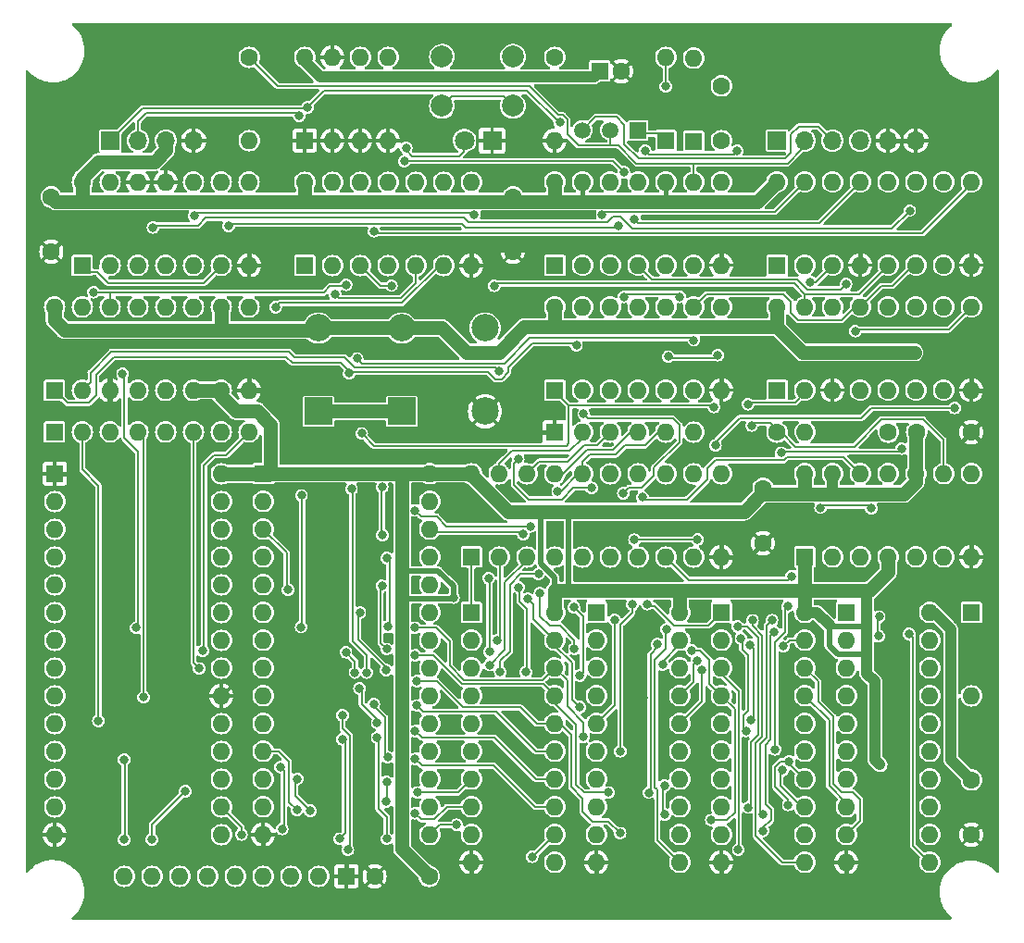
<source format=gbr>
G04 #@! TF.GenerationSoftware,KiCad,Pcbnew,7.0.9*
G04 #@! TF.CreationDate,2023-11-22T19:56:06+01:00*
G04 #@! TF.ProjectId,my4th-light,6d793474-682d-46c6-9967-68742e6b6963,rev?*
G04 #@! TF.SameCoordinates,Original*
G04 #@! TF.FileFunction,Copper,L1,Top*
G04 #@! TF.FilePolarity,Positive*
%FSLAX46Y46*%
G04 Gerber Fmt 4.6, Leading zero omitted, Abs format (unit mm)*
G04 Created by KiCad (PCBNEW 7.0.9) date 2023-11-22 19:56:06*
%MOMM*%
%LPD*%
G01*
G04 APERTURE LIST*
G04 #@! TA.AperFunction,ComponentPad*
%ADD10R,1.600000X1.600000*%
G04 #@! TD*
G04 #@! TA.AperFunction,ComponentPad*
%ADD11O,1.600000X1.600000*%
G04 #@! TD*
G04 #@! TA.AperFunction,ComponentPad*
%ADD12C,1.600000*%
G04 #@! TD*
G04 #@! TA.AperFunction,ComponentPad*
%ADD13C,2.000000*%
G04 #@! TD*
G04 #@! TA.AperFunction,ComponentPad*
%ADD14R,1.520000X1.520000*%
G04 #@! TD*
G04 #@! TA.AperFunction,ComponentPad*
%ADD15C,1.520000*%
G04 #@! TD*
G04 #@! TA.AperFunction,ComponentPad*
%ADD16R,1.700000X1.700000*%
G04 #@! TD*
G04 #@! TA.AperFunction,ComponentPad*
%ADD17O,1.700000X1.700000*%
G04 #@! TD*
G04 #@! TA.AperFunction,ComponentPad*
%ADD18R,1.800000X1.800000*%
G04 #@! TD*
G04 #@! TA.AperFunction,ComponentPad*
%ADD19C,1.800000*%
G04 #@! TD*
G04 #@! TA.AperFunction,ComponentPad*
%ADD20R,2.500000X2.500000*%
G04 #@! TD*
G04 #@! TA.AperFunction,ComponentPad*
%ADD21C,2.500000*%
G04 #@! TD*
G04 #@! TA.AperFunction,ViaPad*
%ADD22C,0.800000*%
G04 #@! TD*
G04 #@! TA.AperFunction,ViaPad*
%ADD23C,1.000000*%
G04 #@! TD*
G04 #@! TA.AperFunction,Conductor*
%ADD24C,0.203200*%
G04 #@! TD*
G04 #@! TA.AperFunction,Conductor*
%ADD25C,1.270000*%
G04 #@! TD*
G04 #@! TA.AperFunction,Conductor*
%ADD26C,0.381000*%
G04 #@! TD*
G04 #@! TA.AperFunction,Conductor*
%ADD27C,0.508000*%
G04 #@! TD*
G04 #@! TA.AperFunction,Conductor*
%ADD28C,0.635000*%
G04 #@! TD*
G04 #@! TA.AperFunction,Conductor*
%ADD29C,0.304800*%
G04 #@! TD*
G04 #@! TA.AperFunction,Conductor*
%ADD30C,1.016000*%
G04 #@! TD*
G04 #@! TA.AperFunction,Conductor*
%ADD31C,0.254000*%
G04 #@! TD*
G04 #@! TA.AperFunction,Conductor*
%ADD32C,0.177800*%
G04 #@! TD*
G04 APERTURE END LIST*
D10*
X175895000Y-78085000D03*
D11*
X178435000Y-78085000D03*
X180975000Y-78085000D03*
X183515000Y-78085000D03*
X186055000Y-78085000D03*
X188595000Y-78085000D03*
X191135000Y-78085000D03*
X191135000Y-70465000D03*
X188595000Y-70465000D03*
X186055000Y-70465000D03*
X183515000Y-70465000D03*
X180975000Y-70465000D03*
X178435000Y-70465000D03*
X175895000Y-70465000D03*
D12*
X175895000Y-47625000D03*
D11*
X175895000Y-55245000D03*
D12*
X206390000Y-81915000D03*
D11*
X198770000Y-81915000D03*
D10*
X156845000Y-122555000D03*
D11*
X154305000Y-122555000D03*
X151765000Y-122555000D03*
X149225000Y-122555000D03*
X146685000Y-122555000D03*
X144145000Y-122555000D03*
X141605000Y-122555000D03*
X139065000Y-122555000D03*
X136525000Y-122555000D03*
D10*
X196215000Y-78085000D03*
D11*
X198755000Y-78085000D03*
X201295000Y-78085000D03*
X203835000Y-78085000D03*
X206375000Y-78085000D03*
X208915000Y-78085000D03*
X211455000Y-78085000D03*
X213995000Y-78085000D03*
X213995000Y-70465000D03*
X211455000Y-70465000D03*
X208915000Y-70465000D03*
X206375000Y-70465000D03*
X203835000Y-70465000D03*
X201295000Y-70465000D03*
X198755000Y-70465000D03*
X196215000Y-70465000D03*
D13*
X165585000Y-47570000D03*
X172085000Y-47570000D03*
X165585000Y-52070000D03*
X172085000Y-52070000D03*
D10*
X179991000Y-48895000D03*
D12*
X181991000Y-48895000D03*
D10*
X130155000Y-81905000D03*
D11*
X132695000Y-81905000D03*
X135235000Y-81905000D03*
X137775000Y-81905000D03*
X140315000Y-81905000D03*
X142855000Y-81905000D03*
X145395000Y-81905000D03*
X147935000Y-81905000D03*
D14*
X183515000Y-54287500D03*
D15*
X180975000Y-54287500D03*
X178435000Y-54287500D03*
D12*
X196215000Y-81915000D03*
D11*
X188595000Y-81915000D03*
D16*
X135255000Y-55245000D03*
D17*
X137795000Y-55245000D03*
X140335000Y-55245000D03*
X142875000Y-55245000D03*
D10*
X175895000Y-66645000D03*
D11*
X178435000Y-66645000D03*
X180975000Y-66645000D03*
X183515000Y-66645000D03*
X186055000Y-66645000D03*
X188595000Y-66645000D03*
X191135000Y-66645000D03*
X191135000Y-59025000D03*
X188595000Y-59025000D03*
X186055000Y-59025000D03*
X183515000Y-59025000D03*
X180975000Y-59025000D03*
X178435000Y-59025000D03*
X175895000Y-59025000D03*
D12*
X191135000Y-50245000D03*
X191135000Y-55245000D03*
D10*
X198755000Y-93335000D03*
D11*
X201295000Y-93335000D03*
X203835000Y-93335000D03*
X206375000Y-93335000D03*
X208915000Y-93335000D03*
X211455000Y-93335000D03*
X213995000Y-93335000D03*
X213995000Y-85715000D03*
X211455000Y-85715000D03*
X208915000Y-85715000D03*
X206375000Y-85715000D03*
X203835000Y-85715000D03*
X201295000Y-85715000D03*
X198755000Y-85715000D03*
D10*
X153035000Y-66675000D03*
D11*
X155575000Y-66675000D03*
X158115000Y-66675000D03*
X160655000Y-66675000D03*
X163195000Y-66675000D03*
X165735000Y-66675000D03*
X168275000Y-66675000D03*
X168275000Y-59055000D03*
X165735000Y-59055000D03*
X163195000Y-59055000D03*
X160655000Y-59055000D03*
X158115000Y-59055000D03*
X155575000Y-59055000D03*
X153035000Y-59055000D03*
D16*
X196215000Y-55245000D03*
D17*
X198755000Y-55245000D03*
X201295000Y-55245000D03*
X203835000Y-55245000D03*
X206375000Y-55245000D03*
X208915000Y-55245000D03*
D10*
X186055000Y-55245000D03*
D11*
X186055000Y-47625000D03*
D10*
X153035000Y-55245000D03*
D11*
X155575000Y-55245000D03*
X158115000Y-55245000D03*
X160655000Y-55245000D03*
X160655000Y-47625000D03*
X158115000Y-47625000D03*
X155575000Y-47625000D03*
X153035000Y-47625000D03*
D10*
X179705000Y-98415000D03*
D11*
X179705000Y-100955000D03*
X179705000Y-103495000D03*
X179705000Y-106035000D03*
X179705000Y-108575000D03*
X179705000Y-111115000D03*
X179705000Y-113655000D03*
X179705000Y-116195000D03*
X179705000Y-118735000D03*
X179705000Y-121275000D03*
X187325000Y-121275000D03*
X187325000Y-118735000D03*
X187325000Y-116195000D03*
X187325000Y-113655000D03*
X187325000Y-111115000D03*
X187325000Y-108575000D03*
X187325000Y-106035000D03*
X187325000Y-103495000D03*
X187325000Y-100955000D03*
X187325000Y-98415000D03*
D10*
X130175000Y-85725000D03*
D11*
X130175000Y-88265000D03*
X130175000Y-90805000D03*
X130175000Y-93345000D03*
X130175000Y-95885000D03*
X130175000Y-98425000D03*
X130175000Y-100965000D03*
X130175000Y-103505000D03*
X130175000Y-106045000D03*
X130175000Y-108585000D03*
X130175000Y-111125000D03*
X130175000Y-113665000D03*
X130175000Y-116205000D03*
X130175000Y-118745000D03*
X145415000Y-118745000D03*
X145415000Y-116205000D03*
X145415000Y-113665000D03*
X145415000Y-111125000D03*
X145415000Y-108585000D03*
X145415000Y-106045000D03*
X145415000Y-103505000D03*
X145415000Y-100965000D03*
X145415000Y-98425000D03*
X145415000Y-95885000D03*
X145415000Y-93345000D03*
X145415000Y-90805000D03*
X145415000Y-88265000D03*
X145415000Y-85725000D03*
D12*
X213995000Y-118745000D03*
X213995000Y-113745000D03*
D10*
X191135000Y-98415000D03*
D11*
X191135000Y-100955000D03*
X191135000Y-103495000D03*
X191135000Y-106035000D03*
X191135000Y-108575000D03*
X191135000Y-111115000D03*
X191135000Y-113655000D03*
X191135000Y-116195000D03*
X191135000Y-118735000D03*
X191135000Y-121275000D03*
X198755000Y-121275000D03*
X198755000Y-118735000D03*
X198755000Y-116195000D03*
X198755000Y-113655000D03*
X198755000Y-111115000D03*
X198755000Y-108575000D03*
X198755000Y-106035000D03*
X198755000Y-103495000D03*
X198755000Y-100955000D03*
X198755000Y-98415000D03*
D10*
X132695000Y-66665000D03*
D11*
X135235000Y-66665000D03*
X137775000Y-66665000D03*
X140315000Y-66665000D03*
X142855000Y-66665000D03*
X145395000Y-66665000D03*
X147935000Y-66665000D03*
X147935000Y-59045000D03*
X145395000Y-59045000D03*
X142855000Y-59045000D03*
X140315000Y-59045000D03*
X137775000Y-59045000D03*
X135235000Y-59045000D03*
X132695000Y-59045000D03*
D12*
X213995000Y-81915000D03*
X208995000Y-81915000D03*
D10*
X130155000Y-78095000D03*
D11*
X132695000Y-78095000D03*
X135235000Y-78095000D03*
X137775000Y-78095000D03*
X140315000Y-78095000D03*
X142855000Y-78095000D03*
X145395000Y-78095000D03*
X147935000Y-78095000D03*
X147935000Y-70475000D03*
X145395000Y-70475000D03*
X142855000Y-70475000D03*
X140315000Y-70475000D03*
X137775000Y-70475000D03*
X135235000Y-70475000D03*
X132695000Y-70475000D03*
X130155000Y-70475000D03*
D10*
X188595000Y-55325000D03*
D11*
X188595000Y-47705000D03*
D12*
X172085000Y-65405000D03*
X172085000Y-60405000D03*
X194945000Y-92075000D03*
X194945000Y-87075000D03*
D10*
X196215000Y-66655000D03*
D11*
X198755000Y-66655000D03*
X201295000Y-66655000D03*
X203835000Y-66655000D03*
X206375000Y-66655000D03*
X208915000Y-66655000D03*
X211455000Y-66655000D03*
X213995000Y-66655000D03*
X213995000Y-59035000D03*
X211455000Y-59035000D03*
X208915000Y-59035000D03*
X206375000Y-59035000D03*
X203835000Y-59035000D03*
X201295000Y-59035000D03*
X198755000Y-59035000D03*
X196215000Y-59035000D03*
D10*
X149225000Y-85715000D03*
D11*
X149225000Y-88255000D03*
X149225000Y-90795000D03*
X149225000Y-93335000D03*
X149225000Y-95875000D03*
X149225000Y-98415000D03*
X149225000Y-100955000D03*
X149225000Y-103495000D03*
X149225000Y-106035000D03*
X149225000Y-108575000D03*
X149225000Y-111115000D03*
X149225000Y-113655000D03*
X149225000Y-116195000D03*
X149225000Y-118735000D03*
X164465000Y-118735000D03*
X164465000Y-116195000D03*
X164465000Y-113655000D03*
X164465000Y-111115000D03*
X164465000Y-108575000D03*
X164465000Y-106035000D03*
X164465000Y-103495000D03*
X164465000Y-100955000D03*
X164465000Y-98415000D03*
X164465000Y-95875000D03*
X164465000Y-93335000D03*
X164465000Y-90795000D03*
X164465000Y-88255000D03*
X164465000Y-85715000D03*
D10*
X168275000Y-93345000D03*
D11*
X170815000Y-93345000D03*
X173355000Y-93345000D03*
X175895000Y-93345000D03*
X178435000Y-93345000D03*
X180975000Y-93345000D03*
X183515000Y-93345000D03*
X186055000Y-93345000D03*
X188595000Y-93345000D03*
X191135000Y-93345000D03*
X191135000Y-85725000D03*
X188595000Y-85725000D03*
X186055000Y-85725000D03*
X183515000Y-85725000D03*
X180975000Y-85725000D03*
X178435000Y-85725000D03*
X175895000Y-85725000D03*
X173355000Y-85725000D03*
X170815000Y-85725000D03*
X168275000Y-85725000D03*
D18*
X170180000Y-55245000D03*
D19*
X167640000Y-55245000D03*
D10*
X213995000Y-98425000D03*
D11*
X213995000Y-106045000D03*
D12*
X147955000Y-47625000D03*
D11*
X147955000Y-55245000D03*
D12*
X159425000Y-122555000D03*
X164425000Y-122555000D03*
X129857500Y-65405000D03*
X129857500Y-60405000D03*
D10*
X202565000Y-98415000D03*
D11*
X202565000Y-100955000D03*
X202565000Y-103495000D03*
X202565000Y-106035000D03*
X202565000Y-108575000D03*
X202565000Y-111115000D03*
X202565000Y-113655000D03*
X202565000Y-116195000D03*
X202565000Y-118735000D03*
X202565000Y-121275000D03*
X210185000Y-121275000D03*
X210185000Y-118735000D03*
X210185000Y-116195000D03*
X210185000Y-113655000D03*
X210185000Y-111115000D03*
X210185000Y-108575000D03*
X210185000Y-106035000D03*
X210185000Y-103495000D03*
X210185000Y-100955000D03*
X210185000Y-98415000D03*
D10*
X175895000Y-81915000D03*
D11*
X178435000Y-81915000D03*
X180975000Y-81915000D03*
X183515000Y-81915000D03*
X186055000Y-81915000D03*
D20*
X154285000Y-80010000D03*
X161905000Y-80010000D03*
D21*
X169525000Y-80010000D03*
X169525000Y-72390000D03*
X154285000Y-72390000D03*
X161905000Y-72390000D03*
D10*
X168275000Y-98415000D03*
D11*
X168275000Y-100955000D03*
X168275000Y-103495000D03*
X168275000Y-106035000D03*
X168275000Y-108575000D03*
X168275000Y-111115000D03*
X168275000Y-113655000D03*
X168275000Y-116195000D03*
X168275000Y-118735000D03*
X168275000Y-121275000D03*
X175895000Y-121275000D03*
X175895000Y-118735000D03*
X175895000Y-116195000D03*
X175895000Y-113655000D03*
X175895000Y-111115000D03*
X175895000Y-108575000D03*
X175895000Y-106035000D03*
X175895000Y-103495000D03*
X175895000Y-100955000D03*
X175895000Y-98415000D03*
D22*
X207441800Y-117475000D03*
X185801000Y-106349800D03*
X135509000Y-83693000D03*
X180136800Y-87909400D03*
X184658000Y-83947000D03*
X202412600Y-95123000D03*
X139039600Y-71323200D03*
X142748000Y-73863200D03*
X149225000Y-71272400D03*
X195986400Y-76225400D03*
D23*
X151333200Y-77749400D03*
X211074000Y-64846200D03*
X173253400Y-76225400D03*
X193294000Y-64846200D03*
D22*
X207391000Y-114960400D03*
X139319000Y-83693000D03*
X193878200Y-85293200D03*
X142748000Y-76088400D03*
X138949451Y-73895500D03*
X156438600Y-99187000D03*
X192887600Y-73583800D03*
X191211200Y-87525300D03*
X158978600Y-99644200D03*
X151511000Y-59512200D03*
X186207400Y-87223600D03*
X158610300Y-88836500D03*
X178257200Y-90601800D03*
X158343293Y-68681907D03*
X176022000Y-64846200D03*
X154990800Y-89535000D03*
X186207400Y-90601800D03*
X174523400Y-74726800D03*
X200075800Y-100253800D03*
X166395400Y-84074000D03*
X175056800Y-50546000D03*
X140868400Y-64846200D03*
D23*
X182981600Y-99745800D03*
X137769600Y-64846200D03*
D22*
X183979100Y-106248200D03*
X151511000Y-63830200D03*
X210235800Y-71678800D03*
X179679600Y-92278200D03*
X163449000Y-74523600D03*
X158800800Y-84175600D03*
X138949451Y-75946000D03*
X158902400Y-77749400D03*
X212046100Y-74904600D03*
X178384200Y-87909400D03*
D23*
X154990800Y-87391400D03*
D22*
X160959800Y-82245200D03*
X156286200Y-74295000D03*
X212115400Y-104749600D03*
D23*
X200050400Y-74726800D03*
D22*
X166624000Y-97043400D03*
X205155800Y-104724200D03*
X206375000Y-87579200D03*
D23*
X208788000Y-74625200D03*
D22*
X205638400Y-112344200D03*
X193548000Y-79349600D03*
X200202800Y-88823800D03*
X205562200Y-98806000D03*
X204851000Y-88900000D03*
X186055000Y-50292000D03*
X152527000Y-52959000D03*
X205536800Y-100584000D03*
X202539600Y-68376800D03*
X196801745Y-101516345D03*
X184160700Y-56159400D03*
X192582800Y-56184800D03*
X188620400Y-73500700D03*
X157817100Y-75184000D03*
X137624100Y-99822000D03*
X136378000Y-76571000D03*
X139166600Y-63195200D03*
X208356200Y-61645800D03*
X152704800Y-99745800D03*
X152730200Y-87706200D03*
X193903600Y-81298500D03*
X190804800Y-74879200D03*
X186283600Y-75013100D03*
X146075400Y-63042800D03*
X136525000Y-119202200D03*
X192684400Y-120106600D03*
X181686200Y-63024300D03*
X136525000Y-111887000D03*
X152323800Y-116484400D03*
X168554400Y-62019900D03*
X142951200Y-62128400D03*
X177698400Y-101727000D03*
X174548800Y-96647000D03*
X162128200Y-57124600D03*
X182219600Y-58133700D03*
X178206400Y-104180800D03*
X177647600Y-97932400D03*
X192938400Y-100787200D03*
X193414100Y-109242300D03*
X193606074Y-116258837D03*
X192608200Y-99695000D03*
X183184800Y-91770200D03*
X188963300Y-91732100D03*
X194970400Y-118379400D03*
X195986400Y-100193000D03*
X199263000Y-68173600D03*
X197188650Y-97866200D03*
X196055700Y-110937200D03*
X193743500Y-101404500D03*
X193827900Y-108280200D03*
X158724600Y-103901400D03*
X150368000Y-70485000D03*
X157302200Y-87096600D03*
X170357800Y-68529200D03*
X170764200Y-76327000D03*
X177876200Y-73983300D03*
X157099000Y-76537100D03*
X184360100Y-97637600D03*
X178549300Y-80251300D03*
X182168800Y-87503000D03*
X155808336Y-69337264D03*
X183184800Y-62451700D03*
X182245000Y-69545200D03*
X187325000Y-69545200D03*
X159359600Y-106791300D03*
X160604200Y-111658400D03*
X138303000Y-106172000D03*
X163137300Y-111800800D03*
X159664400Y-108508800D03*
X158038800Y-105356100D03*
X163137300Y-109260800D03*
X143383000Y-103530400D03*
X143713200Y-101930200D03*
X163296600Y-106924000D03*
X157632400Y-103901400D03*
X156794200Y-102047200D03*
X156819600Y-68427600D03*
X158242000Y-82042000D03*
X193972900Y-99136200D03*
X133731000Y-69103400D03*
X190474600Y-79603600D03*
X158089600Y-98415000D03*
X181864000Y-118608000D03*
X160477200Y-103672800D03*
X163296600Y-104688800D03*
X160103100Y-95961200D03*
X180822600Y-114884200D03*
X160528000Y-101767800D03*
X163137300Y-102326600D03*
X178529700Y-109794200D03*
X160680400Y-99735800D03*
X163137300Y-99812000D03*
X160528000Y-93436600D03*
X151511000Y-96342200D03*
X178181000Y-107076400D03*
X173437000Y-97170400D03*
X179273200Y-87014600D03*
X172554900Y-84391500D03*
X160959800Y-68503800D03*
X159664400Y-109829600D03*
X134168200Y-108331000D03*
X173837600Y-120767000D03*
X160528000Y-119126000D03*
X186131200Y-99949000D03*
X197542700Y-95097600D03*
X163137300Y-116779200D03*
X142113000Y-114769800D03*
X139065000Y-119176800D03*
X152374600Y-113629600D03*
X190220600Y-117414200D03*
X188449500Y-101899800D03*
X153543000Y-116560600D03*
X183915700Y-87884000D03*
X185293000Y-101320600D03*
X184495180Y-114898593D03*
X163347400Y-114874200D03*
X173020469Y-91242589D03*
X185978800Y-116916200D03*
X183001800Y-97663000D03*
X166928800Y-117846000D03*
X185953400Y-114256100D03*
X181889400Y-111115000D03*
X176174400Y-87299800D03*
X163137300Y-89077800D03*
X173694800Y-90535200D03*
X160528000Y-113934400D03*
X160451800Y-115737800D03*
X196748400Y-112852200D03*
X181381400Y-99085400D03*
X147243800Y-118719600D03*
X185750200Y-103174800D03*
X174402382Y-94907618D03*
X197256400Y-116027200D03*
X150977600Y-118211600D03*
X150825200Y-112550200D03*
X170916600Y-103860600D03*
X197332600Y-112039400D03*
X156210000Y-119126000D03*
X169926000Y-103215600D03*
X156464000Y-110010200D03*
X169926000Y-101996400D03*
X169849800Y-95271200D03*
X188894000Y-102816300D03*
X170592200Y-100955000D03*
X156489400Y-107823000D03*
X156972000Y-120142000D03*
X173253400Y-103856400D03*
X172593000Y-96103600D03*
X189376700Y-103672107D03*
X160121600Y-86944200D03*
X160147000Y-91338400D03*
X194963500Y-116873900D03*
X207619600Y-83413600D03*
X196596000Y-83801500D03*
X195764700Y-99126200D03*
X190601600Y-83134200D03*
X212471000Y-79705200D03*
X203377800Y-72669400D03*
X180238400Y-62026800D03*
X208305400Y-100380800D03*
X159385000Y-63525400D03*
X176359100Y-53594000D03*
X153289000Y-52197000D03*
X162306000Y-55905400D03*
D24*
X191439800Y-80975200D02*
X189915800Y-82499200D01*
X191439800Y-79603600D02*
X191439800Y-79832200D01*
X189915800Y-82499200D02*
X187325000Y-85090000D01*
D25*
X201396600Y-76225400D02*
X212135400Y-76225400D01*
D26*
X135509000Y-83693000D02*
X135370774Y-83693000D01*
D27*
X185801000Y-106654600D02*
X185801000Y-106349800D01*
D24*
X158115000Y-55245000D02*
X155575000Y-55245000D01*
D27*
X151511000Y-63830200D02*
X151511000Y-64846200D01*
D26*
X193675000Y-93345000D02*
X194945000Y-92075000D01*
X133959600Y-82281826D02*
X133959600Y-80248600D01*
X202514200Y-95021400D02*
X202412600Y-95123000D01*
D28*
X152177344Y-74295000D02*
X151745544Y-73863200D01*
D29*
X128631000Y-80127000D02*
X133838000Y-80127000D01*
D26*
X212725000Y-90424000D02*
X213995000Y-91694000D01*
X190042800Y-90601800D02*
X191135000Y-91694000D01*
X132822000Y-86975000D02*
X132822000Y-118745000D01*
D27*
X188290200Y-109855000D02*
X186436000Y-109855000D01*
X185801000Y-109220000D02*
X185801000Y-106654600D01*
D24*
X187325000Y-86690200D02*
X187325000Y-86842600D01*
D29*
X130175000Y-85725000D02*
X128905000Y-85725000D01*
D26*
X137769600Y-64846200D02*
X137439400Y-64516000D01*
D24*
X160655000Y-55245000D02*
X158115000Y-55245000D01*
D25*
X173228000Y-76250800D02*
X173253400Y-76225400D01*
D26*
X168275000Y-66675000D02*
X168275000Y-64897000D01*
D30*
X142748000Y-76088400D02*
X138912600Y-76088400D01*
D26*
X202514200Y-91059000D02*
X202514200Y-95021400D01*
X215245000Y-78085000D02*
X215392000Y-78232000D01*
X179781200Y-123256200D02*
X182981600Y-123256200D01*
D29*
X209499200Y-96062800D02*
X212674200Y-96062800D01*
D26*
X191135000Y-123103800D02*
X191287400Y-123256200D01*
D25*
X191135000Y-64846200D02*
X193294000Y-64846200D01*
D26*
X213512400Y-76225400D02*
X213995000Y-76708000D01*
X168849200Y-123256200D02*
X179781200Y-123256200D01*
X173405800Y-81330800D02*
X173990000Y-81915000D01*
X194945000Y-92075000D02*
X195961000Y-91059000D01*
X154990800Y-120599200D02*
X154940000Y-120650000D01*
X178257200Y-90601800D02*
X180060600Y-90601800D01*
D25*
X147935000Y-64846200D02*
X151511000Y-64846200D01*
D26*
X211074000Y-64846200D02*
X213690200Y-64846200D01*
X213995000Y-81915000D02*
X212725000Y-83185000D01*
X154990800Y-99110800D02*
X154990800Y-104775000D01*
X130175000Y-85725000D02*
X131572000Y-85725000D01*
D24*
X201295000Y-76327000D02*
X201396600Y-76225400D01*
D28*
X178384200Y-87909400D02*
X180136800Y-87909400D01*
D26*
X213995000Y-81915000D02*
X215607800Y-83527800D01*
D27*
X189007800Y-110572600D02*
X188290200Y-109855000D01*
D28*
X156286200Y-74295000D02*
X152177344Y-74295000D01*
D27*
X160959800Y-82245200D02*
X163982400Y-82245200D01*
D25*
X172161200Y-64846200D02*
X176022000Y-64846200D01*
D29*
X160655000Y-56591200D02*
X159994600Y-57251600D01*
D26*
X139039600Y-83413600D02*
X139039600Y-76215400D01*
X156845000Y-122555000D02*
X156845000Y-121031000D01*
D27*
X136007154Y-75675700D02*
X137387700Y-75675700D01*
D26*
X147935000Y-66665000D02*
X147935000Y-64846200D01*
D24*
X192887600Y-73583800D02*
X192887600Y-76200000D01*
D25*
X191135000Y-76225400D02*
X192913000Y-76225400D01*
D26*
X147935000Y-78095000D02*
X147935000Y-76434000D01*
X139039600Y-76215400D02*
X138912600Y-76088400D01*
X168275000Y-121275000D02*
X168275000Y-122682000D01*
D25*
X158902400Y-77749400D02*
X164617400Y-77749400D01*
D26*
X180060600Y-91897200D02*
X179679600Y-92278200D01*
D29*
X207391000Y-118059200D02*
X207391000Y-98171000D01*
D26*
X154990800Y-104775000D02*
X154990800Y-120599200D01*
X191135000Y-93345000D02*
X193675000Y-93345000D01*
D27*
X150987600Y-78095000D02*
X151333200Y-77749400D01*
D30*
X183083200Y-106222800D02*
X182981600Y-106121200D01*
D26*
X173228000Y-81153000D02*
X173228000Y-78613000D01*
X172643800Y-64846200D02*
X176022000Y-64846200D01*
D31*
X154965400Y-104749600D02*
X154990800Y-104775000D01*
X146710400Y-104749600D02*
X154965400Y-104749600D01*
D29*
X128631000Y-66631500D02*
X129857500Y-65405000D01*
D26*
X154990800Y-87391400D02*
X154990800Y-99110800D01*
D29*
X160655000Y-55245000D02*
X160655000Y-56591200D01*
D26*
X202565000Y-122682000D02*
X202565000Y-121275000D01*
X212135400Y-74993900D02*
X212135400Y-76225400D01*
D29*
X182168800Y-86309200D02*
X180568600Y-87909400D01*
D26*
X156845000Y-121031000D02*
X157901000Y-121031000D01*
D25*
X147935000Y-64846200D02*
X137769600Y-64846200D01*
D26*
X180060600Y-90601800D02*
X180060600Y-91897200D01*
D24*
X155575000Y-55245000D02*
X153035000Y-55245000D01*
X191439800Y-79832200D02*
X191439800Y-80975200D01*
D29*
X204175200Y-121275000D02*
X207391000Y-118059200D01*
D25*
X176022000Y-64846200D02*
X191135000Y-64846200D01*
D26*
X212725000Y-83185000D02*
X212725000Y-90424000D01*
X191135000Y-91694000D02*
X191135000Y-93345000D01*
X173405800Y-81330800D02*
X173228000Y-81153000D01*
D25*
X151333200Y-77749400D02*
X158902400Y-77749400D01*
D26*
X156845000Y-67183613D02*
X156845000Y-64846200D01*
D27*
X163982400Y-82245200D02*
X164617400Y-81610200D01*
D28*
X158610300Y-88836500D02*
X158610300Y-97269300D01*
D26*
X212046100Y-74904600D02*
X212135400Y-74993900D01*
D28*
X158984900Y-99637900D02*
X158978600Y-99644200D01*
D26*
X191135000Y-78085000D02*
X191135000Y-76225400D01*
X157901000Y-121031000D02*
X159425000Y-122555000D01*
X202514200Y-91059000D02*
X213360000Y-91059000D01*
D25*
X168275000Y-64897000D02*
X168325800Y-64846200D01*
D26*
X149225000Y-120650000D02*
X149225000Y-118735000D01*
D24*
X187325000Y-85090000D02*
X187325000Y-86690200D01*
X192887600Y-76200000D02*
X192913000Y-76225400D01*
D31*
X175107600Y-50596800D02*
X182524400Y-50596800D01*
D29*
X151155400Y-57251600D02*
X146278600Y-57251600D01*
D26*
X195961000Y-91059000D02*
X202514200Y-91059000D01*
X186207400Y-90601800D02*
X190042800Y-90601800D01*
D27*
X135235000Y-78095000D02*
X135235000Y-76447854D01*
D26*
X215607800Y-83527800D02*
X215607800Y-90081200D01*
D27*
X134610000Y-80127000D02*
X135235000Y-79502000D01*
D28*
X138981751Y-73863200D02*
X138949451Y-73895500D01*
D26*
X147589400Y-76088400D02*
X142748000Y-76088400D01*
D24*
X201295000Y-78085000D02*
X201295000Y-76327000D01*
D30*
X193878200Y-85471000D02*
X191823900Y-87525300D01*
D26*
X213995000Y-76708000D02*
X213995000Y-78085000D01*
X171049000Y-78486000D02*
X169525000Y-80010000D01*
X213995000Y-65151000D02*
X213995000Y-66655000D01*
D31*
X182524400Y-50596800D02*
X182880000Y-50241200D01*
D26*
X213995000Y-78085000D02*
X215245000Y-78085000D01*
X182981600Y-123256200D02*
X182981600Y-106121200D01*
X173101000Y-78486000D02*
X171049000Y-78486000D01*
X213360000Y-91059000D02*
X213995000Y-91694000D01*
D27*
X133838000Y-80127000D02*
X134610000Y-80127000D01*
D26*
X130175000Y-118745000D02*
X132822000Y-118745000D01*
X215392000Y-80518000D02*
X213995000Y-81915000D01*
X212135400Y-76225400D02*
X213512400Y-76225400D01*
D29*
X128631000Y-85451000D02*
X128631000Y-66631500D01*
D26*
X166293800Y-84175600D02*
X166395400Y-84074000D01*
X173253400Y-76225400D02*
X173253400Y-75996800D01*
X179705000Y-121275000D02*
X179705000Y-123180000D01*
X173228000Y-81153000D02*
X173228000Y-76250800D01*
D27*
X186436000Y-109855000D02*
X185801000Y-109220000D01*
D29*
X207391000Y-98171000D02*
X209499200Y-96062800D01*
D28*
X183979100Y-106248200D02*
X183953700Y-106222800D01*
D29*
X184658000Y-83947000D02*
X183337200Y-83947000D01*
D31*
X182880000Y-49784000D02*
X181991000Y-48895000D01*
D26*
X147935000Y-76434000D02*
X147589400Y-76088400D01*
D24*
X187325000Y-86842600D02*
X187020200Y-87147400D01*
D26*
X208915000Y-55245000D02*
X206375000Y-55245000D01*
X172085000Y-65405000D02*
X172643800Y-64846200D01*
X201990800Y-123256200D02*
X202565000Y-122682000D01*
D25*
X156845000Y-64846200D02*
X168325800Y-64846200D01*
D27*
X164617400Y-77749400D02*
X167264400Y-77749400D01*
D28*
X151745544Y-73863200D02*
X142748000Y-73863200D01*
D27*
X147935000Y-78095000D02*
X150987600Y-78095000D01*
D30*
X191823900Y-87525300D02*
X191211200Y-87525300D01*
D26*
X133959600Y-80248600D02*
X133838000Y-80127000D01*
D28*
X138912600Y-76088400D02*
X137800400Y-76088400D01*
D29*
X212674200Y-96062800D02*
X213995000Y-94742000D01*
D28*
X158610300Y-97269300D02*
X158984900Y-97643900D01*
D29*
X151155400Y-59156600D02*
X151511000Y-59512200D01*
D27*
X167264400Y-77749400D02*
X169525000Y-80010000D01*
D26*
X154940000Y-120650000D02*
X155321000Y-121031000D01*
D25*
X193294000Y-64846200D02*
X203835000Y-64846200D01*
D26*
X179705000Y-123180000D02*
X179781200Y-123256200D01*
X155321000Y-121031000D02*
X156845000Y-121031000D01*
X191135000Y-66645000D02*
X191135000Y-64846200D01*
D24*
X191135000Y-79298800D02*
X191211200Y-79375000D01*
D26*
X130746500Y-64516000D02*
X129857500Y-65405000D01*
D29*
X180568600Y-87909400D02*
X180136800Y-87909400D01*
X182168800Y-85115400D02*
X182168800Y-86309200D01*
D26*
X213690200Y-64846200D02*
X213995000Y-65151000D01*
D29*
X144272000Y-55245000D02*
X142875000Y-55245000D01*
D27*
X189007800Y-123110200D02*
X189007800Y-110572600D01*
D26*
X191287400Y-123256200D02*
X201990800Y-123256200D01*
D31*
X182880000Y-50241200D02*
X182880000Y-49784000D01*
D24*
X187020200Y-87147400D02*
X186283600Y-87147400D01*
D31*
X145415000Y-106045000D02*
X146710400Y-104749600D01*
D26*
X168275000Y-122682000D02*
X168849200Y-123256200D01*
D27*
X137387700Y-75675700D02*
X137800400Y-76088400D01*
D26*
X132822000Y-118745000D02*
X134727000Y-120650000D01*
X137439400Y-64516000D02*
X130746500Y-64516000D01*
X139319000Y-83693000D02*
X139039600Y-83413600D01*
X173990000Y-81915000D02*
X175895000Y-81915000D01*
X189153800Y-123256200D02*
X191287400Y-123256200D01*
D24*
X191211200Y-79375000D02*
X191439800Y-79603600D01*
D26*
X158800800Y-84175600D02*
X166293800Y-84175600D01*
D27*
X135235000Y-79502000D02*
X135235000Y-78095000D01*
D29*
X151155400Y-57251600D02*
X151155400Y-59156600D01*
D25*
X172085000Y-64922400D02*
X172161200Y-64846200D01*
D29*
X146278600Y-57251600D02*
X144272000Y-55245000D01*
X183337200Y-83947000D02*
X182168800Y-85115400D01*
D24*
X186283600Y-87147400D02*
X186207400Y-87223600D01*
D26*
X182981600Y-123256200D02*
X189153800Y-123256200D01*
D25*
X191135000Y-76225400D02*
X173253400Y-76225400D01*
D26*
X203835000Y-66655000D02*
X203835000Y-64846200D01*
X191135000Y-121275000D02*
X191135000Y-123103800D01*
D27*
X135235000Y-76447854D02*
X136007154Y-75675700D01*
D28*
X158984900Y-97643900D02*
X158984900Y-99637900D01*
D30*
X193878200Y-85293200D02*
X193878200Y-85471000D01*
D27*
X164617400Y-81610200D02*
X164617400Y-77749400D01*
D26*
X135370774Y-83693000D02*
X133959600Y-82281826D01*
X215607800Y-90081200D02*
X213995000Y-91694000D01*
D29*
X213995000Y-94742000D02*
X213995000Y-93335000D01*
D26*
X180060600Y-90601800D02*
X186207400Y-90601800D01*
D29*
X159994600Y-57251600D02*
X151155400Y-57251600D01*
D26*
X173228000Y-78613000D02*
X173101000Y-78486000D01*
D25*
X151511000Y-64846200D02*
X156845000Y-64846200D01*
D30*
X182981600Y-106121200D02*
X182981600Y-99745800D01*
D24*
X175895000Y-55245000D02*
X170180000Y-55245000D01*
D26*
X131572000Y-85725000D02*
X132822000Y-86975000D01*
D25*
X172085000Y-65405000D02*
X172085000Y-64922400D01*
D26*
X158343293Y-68681907D02*
X156845000Y-67183613D01*
D29*
X128905000Y-85725000D02*
X128631000Y-85451000D01*
D26*
X149225000Y-120650000D02*
X154940000Y-120650000D01*
X215392000Y-78232000D02*
X215392000Y-80518000D01*
D27*
X155067000Y-99187000D02*
X154990800Y-99110800D01*
D26*
X213995000Y-91694000D02*
X213995000Y-93335000D01*
D28*
X142748000Y-73863200D02*
X138981751Y-73863200D01*
D29*
X202565000Y-121275000D02*
X204175200Y-121275000D01*
D31*
X175056800Y-50546000D02*
X175107600Y-50596800D01*
D24*
X191135000Y-78085000D02*
X191135000Y-79298800D01*
D25*
X192913000Y-76225400D02*
X201396600Y-76225400D01*
D28*
X183953700Y-106222800D02*
X183083200Y-106222800D01*
D25*
X203835000Y-64846200D02*
X211074000Y-64846200D01*
D26*
X173253400Y-75996800D02*
X174523400Y-74726800D01*
X134727000Y-120650000D02*
X149225000Y-120650000D01*
D27*
X156438600Y-99187000D02*
X155067000Y-99187000D01*
D25*
X168325800Y-64846200D02*
X172161200Y-64846200D01*
D27*
X189153800Y-123256200D02*
X189007800Y-123110200D01*
D25*
X159385000Y-85715000D02*
X161874200Y-85715000D01*
X132791200Y-60807600D02*
X153009600Y-60807600D01*
X140335000Y-56134000D02*
X140335000Y-55245000D01*
D27*
X162179000Y-97145000D02*
X166522400Y-97145000D01*
D25*
X149225000Y-85715000D02*
X159385000Y-85715000D01*
X132791200Y-60807600D02*
X132695000Y-60711400D01*
X154285000Y-80010000D02*
X161905000Y-80010000D01*
X175996600Y-89194800D02*
X177283200Y-89194800D01*
X153035000Y-59055000D02*
X153035000Y-60782200D01*
X168355000Y-85715000D02*
X164465000Y-85715000D01*
X198755000Y-87579200D02*
X198755000Y-85715000D01*
X194945000Y-87452200D02*
X194945000Y-87075000D01*
X153035000Y-60782200D02*
X153009600Y-60807600D01*
X130155000Y-70475000D02*
X130155000Y-71668800D01*
X132695000Y-58668600D02*
X134162800Y-57200800D01*
D30*
X179483000Y-49403000D02*
X179991000Y-48895000D01*
D25*
X132695000Y-60711400D02*
X132695000Y-59045000D01*
D27*
X177283200Y-89194800D02*
X177165000Y-89313000D01*
D26*
X186055000Y-59025000D02*
X186055000Y-60706000D01*
D25*
X195097400Y-87579200D02*
X198755000Y-87579200D01*
X145395000Y-78603000D02*
X146766600Y-79974600D01*
D27*
X166624000Y-96012000D02*
X165252400Y-94640400D01*
D25*
X139268200Y-57200800D02*
X140335000Y-56134000D01*
D30*
X153035000Y-48006000D02*
X154432000Y-49403000D01*
D25*
X175895000Y-96408400D02*
X177292000Y-96408400D01*
D27*
X174777400Y-89194800D02*
X174650400Y-89321800D01*
D30*
X205155800Y-111861600D02*
X205155800Y-104724200D01*
D25*
X145415000Y-85725000D02*
X149215000Y-85725000D01*
D27*
X177165000Y-96281400D02*
X177292000Y-96408400D01*
D25*
X145395000Y-78095000D02*
X145395000Y-78603000D01*
D27*
X204343000Y-102235000D02*
X204419200Y-102311200D01*
D25*
X161925000Y-85765800D02*
X161874200Y-85715000D01*
D27*
X174650400Y-93980000D02*
X175895000Y-95224600D01*
D30*
X210383200Y-98415000D02*
X210581400Y-98415000D01*
D25*
X198755000Y-87579200D02*
X201295000Y-87579200D01*
D30*
X204419200Y-102311200D02*
X204419200Y-99723200D01*
D25*
X178511200Y-60807600D02*
X186156600Y-60807600D01*
X198755000Y-96408400D02*
X204708600Y-96408400D01*
X168355000Y-85906600D02*
X168355000Y-85715000D01*
X175895000Y-72288400D02*
X196215000Y-72288400D01*
X171682400Y-60807600D02*
X172085000Y-60405000D01*
D27*
X201752200Y-102235000D02*
X204343000Y-102235000D01*
D25*
X170891200Y-60807600D02*
X175996600Y-60807600D01*
X208788000Y-74625200D02*
X198551800Y-74625200D01*
X175895000Y-59025000D02*
X175895000Y-60706000D01*
X194442400Y-60807600D02*
X196215000Y-59035000D01*
X208915000Y-85715000D02*
X208915000Y-81995000D01*
X187477400Y-96408400D02*
X198755000Y-96408400D01*
D30*
X154432000Y-49403000D02*
X179483000Y-49403000D01*
D24*
X178435000Y-60731400D02*
X178511200Y-60807600D01*
D25*
X164465000Y-85715000D02*
X161874200Y-85715000D01*
X161925000Y-96891000D02*
X161925000Y-94665800D01*
X171643200Y-89194800D02*
X168355000Y-85906600D01*
X154090001Y-72584999D02*
X154285000Y-72390000D01*
X175996600Y-89194800D02*
X171643200Y-89194800D01*
X148681600Y-79974600D02*
X149916200Y-81209200D01*
X206375000Y-94742000D02*
X206375000Y-93335000D01*
D24*
X172085000Y-52070000D02*
X171221400Y-51206400D01*
D26*
X178435000Y-59025000D02*
X178435000Y-60731400D01*
D30*
X153035000Y-47625000D02*
X153035000Y-48006000D01*
D25*
X210185000Y-98415000D02*
X210383200Y-98415000D01*
X198551800Y-74625200D02*
X196215000Y-72288400D01*
D27*
X174650400Y-89321800D02*
X174650400Y-93980000D01*
X175895000Y-95224600D02*
X175895000Y-96408400D01*
D25*
X130260100Y-60807600D02*
X132791200Y-60807600D01*
X207822800Y-87579200D02*
X208915000Y-86487000D01*
X204708600Y-96408400D02*
X206375000Y-94742000D01*
D30*
X199862600Y-98415000D02*
X200990200Y-99542600D01*
D27*
X200990200Y-99542600D02*
X201170800Y-99723200D01*
D25*
X173126400Y-72288400D02*
X170789600Y-74625200D01*
X198755000Y-93335000D02*
X198755000Y-96408400D01*
D27*
X200990200Y-101473000D02*
X201752200Y-102235000D01*
D25*
X129857500Y-60405000D02*
X130260100Y-60807600D01*
D27*
X161950400Y-94640400D02*
X161925000Y-94665800D01*
D28*
X204419200Y-96697800D02*
X204708600Y-96408400D01*
D30*
X212115400Y-104749600D02*
X212115400Y-111865400D01*
D25*
X142855000Y-78095000D02*
X145395000Y-78095000D01*
D27*
X165252400Y-94640400D02*
X161950400Y-94640400D01*
D25*
X194945000Y-87075000D02*
X194945000Y-87426800D01*
D30*
X201295000Y-85715000D02*
X201295000Y-87579200D01*
X204419200Y-103987600D02*
X204419200Y-102311200D01*
D27*
X200990200Y-99542600D02*
X200990200Y-100152200D01*
D25*
X132695000Y-59045000D02*
X132695000Y-58668600D01*
D27*
X166624000Y-97043400D02*
X166624000Y-96012000D01*
D25*
X170891200Y-60807600D02*
X171682400Y-60807600D01*
X177292000Y-96408400D02*
X187477400Y-96408400D01*
D30*
X205155800Y-104724200D02*
X204419200Y-103987600D01*
X212115400Y-99949000D02*
X212115400Y-104749600D01*
D25*
X170789600Y-74625200D02*
X167817800Y-74625200D01*
D26*
X186055000Y-60706000D02*
X186156600Y-60807600D01*
D25*
X175895000Y-72288400D02*
X173126400Y-72288400D01*
X186156600Y-60807600D02*
X194442400Y-60807600D01*
X167817800Y-74625200D02*
X165582600Y-72390000D01*
X198755000Y-96408400D02*
X198755000Y-98415000D01*
D27*
X201170800Y-99723200D02*
X204419200Y-99723200D01*
D25*
X196215000Y-72288400D02*
X196215000Y-70465000D01*
X175895000Y-60706000D02*
X175996600Y-60807600D01*
D24*
X166448600Y-51206400D02*
X165585000Y-52070000D01*
D30*
X204419200Y-99723200D02*
X204419200Y-96697800D01*
D25*
X153009600Y-60807600D02*
X170891200Y-60807600D01*
X193202400Y-89194800D02*
X194945000Y-87452200D01*
X177283200Y-89194800D02*
X193202400Y-89194800D01*
D27*
X200990200Y-100152200D02*
X200990200Y-101473000D01*
D25*
X164425000Y-122555000D02*
X161925000Y-120055000D01*
D27*
X166522400Y-97145000D02*
X166624000Y-97043400D01*
D25*
X206375000Y-87579200D02*
X207822800Y-87579200D01*
X161925000Y-94665800D02*
X161925000Y-85765800D01*
X149916200Y-81209200D02*
X149916200Y-85384800D01*
D30*
X198755000Y-98415000D02*
X199862600Y-98415000D01*
X205638400Y-112344200D02*
X205155800Y-111861600D01*
D25*
X149215000Y-85725000D02*
X149225000Y-85715000D01*
D30*
X212115400Y-111865400D02*
X213995000Y-113745000D01*
D25*
X175895000Y-98415000D02*
X175895000Y-96408400D01*
X208915000Y-81995000D02*
X208995000Y-81915000D01*
X134162800Y-57200800D02*
X139268200Y-57200800D01*
D27*
X175996600Y-89194800D02*
X174777400Y-89194800D01*
D25*
X161925000Y-120055000D02*
X161925000Y-96891000D01*
X131071199Y-72584999D02*
X145395000Y-72584999D01*
X130155000Y-71668800D02*
X131071199Y-72584999D01*
X145395000Y-72584999D02*
X154090001Y-72584999D01*
D27*
X161925000Y-96891000D02*
X162179000Y-97145000D01*
D25*
X194945000Y-87426800D02*
X195097400Y-87579200D01*
D27*
X177165000Y-89313000D02*
X177165000Y-96281400D01*
D24*
X171221400Y-51206400D02*
X166448600Y-51206400D01*
D25*
X165582600Y-72390000D02*
X161905000Y-72390000D01*
X175996600Y-60807600D02*
X178511200Y-60807600D01*
X201295000Y-87579200D02*
X206375000Y-87579200D01*
X187325000Y-98415000D02*
X187325000Y-96560800D01*
X187325000Y-96560800D02*
X187477400Y-96408400D01*
X208915000Y-86487000D02*
X208915000Y-85715000D01*
X145395000Y-70475000D02*
X145395000Y-72584999D01*
X175895000Y-70465000D02*
X175895000Y-72288400D01*
X154285000Y-72390000D02*
X161905000Y-72390000D01*
X146766600Y-79974600D02*
X148681600Y-79974600D01*
D30*
X210581400Y-98415000D02*
X212115400Y-99949000D01*
D24*
X152527000Y-52959000D02*
X152298400Y-52730400D01*
X186055000Y-50292000D02*
X186055000Y-47625000D01*
X204597000Y-88646000D02*
X200380600Y-88646000D01*
X152298400Y-52730400D02*
X138506200Y-52730400D01*
X198755000Y-78308200D02*
X198755000Y-78085000D01*
X193700400Y-79197200D02*
X197866000Y-79197200D01*
X197866000Y-79197200D02*
X198755000Y-78308200D01*
X137795000Y-53441600D02*
X137795000Y-55245000D01*
X204851000Y-88900000D02*
X204597000Y-88646000D01*
X138506200Y-52730400D02*
X137795000Y-53441600D01*
X205435200Y-100482400D02*
X205435200Y-98933000D01*
X193548000Y-79349600D02*
X193700400Y-79197200D01*
X205536800Y-100584000D02*
X205435200Y-100482400D01*
X205435200Y-98933000D02*
X205562200Y-98806000D01*
X200380600Y-88646000D02*
X200202800Y-88823800D01*
X198221600Y-53949600D02*
X197510400Y-54660800D01*
X197510400Y-54660800D02*
X197510400Y-56388000D01*
X201295000Y-55245000D02*
X199999600Y-53949600D01*
X197510400Y-56388000D02*
X197002400Y-56896000D01*
X179636500Y-53086000D02*
X178435000Y-54287500D01*
X183591200Y-56896000D02*
X182245000Y-55549800D01*
X199999600Y-53949600D02*
X198221600Y-53949600D01*
X182245000Y-53771800D02*
X181559200Y-53086000D01*
X197002400Y-56896000D02*
X183591200Y-56896000D01*
X182245000Y-55549800D02*
X182245000Y-53771800D01*
X181559200Y-53086000D02*
X179636500Y-53086000D01*
X183515000Y-66645000D02*
X184815000Y-67945000D01*
X198073583Y-67945000D02*
X198987983Y-68859400D01*
X184815000Y-67945000D02*
X198073583Y-67945000D01*
X198987983Y-68859400D02*
X202057000Y-68859400D01*
X202057000Y-68859400D02*
X202539600Y-68376800D01*
X196801745Y-101516345D02*
X197363090Y-100955000D01*
X197363090Y-100955000D02*
X198755000Y-100955000D01*
X192278000Y-56489600D02*
X184490900Y-56489600D01*
X184490900Y-56489600D02*
X184160700Y-56159400D01*
X192582800Y-56184800D02*
X192278000Y-56489600D01*
X188620400Y-73500700D02*
X188424100Y-73304400D01*
X173583600Y-73304400D02*
X171272200Y-75615800D01*
X188424100Y-73304400D02*
X173583600Y-73304400D01*
X171272200Y-75615800D02*
X158248900Y-75615800D01*
X158248900Y-75615800D02*
X157817100Y-75184000D01*
X168021000Y-62738000D02*
X180746400Y-62738000D01*
X206730600Y-63271400D02*
X208356200Y-61645800D01*
X139354400Y-63007400D02*
X143291400Y-63007400D01*
X137624100Y-99822000D02*
X137795000Y-99651100D01*
X181914800Y-62230000D02*
X182956200Y-63271400D01*
X167589200Y-62306200D02*
X168021000Y-62738000D01*
X137795000Y-83693000D02*
X136555800Y-82453800D01*
X181254400Y-62230000D02*
X181914800Y-62230000D01*
X182956200Y-63271400D02*
X206730600Y-63271400D01*
X139166600Y-63195200D02*
X139354400Y-63007400D01*
X136555800Y-82453800D02*
X136555800Y-76748800D01*
X136555800Y-76748800D02*
X136378000Y-76571000D01*
X143291400Y-63007400D02*
X143992600Y-62306200D01*
X143992600Y-62306200D02*
X167589200Y-62306200D01*
X180746400Y-62738000D02*
X181254400Y-62230000D01*
X137795000Y-99651100D02*
X137795000Y-83693000D01*
X152806400Y-99644200D02*
X152704800Y-99745800D01*
X152806400Y-87782400D02*
X152806400Y-99644200D01*
X152730200Y-87706200D02*
X152806400Y-87782400D01*
X196215000Y-81661000D02*
X196215000Y-81915000D01*
X203276200Y-83235800D02*
X205740000Y-80772000D01*
X205740000Y-80772000D02*
X209600800Y-80772000D01*
X195630800Y-81076800D02*
X196215000Y-81661000D01*
X194125300Y-81076800D02*
X195630800Y-81076800D01*
X196596000Y-81915000D02*
X197916800Y-83235800D01*
X209600800Y-80772000D02*
X211455000Y-82626200D01*
X197916800Y-83235800D02*
X203276200Y-83235800D01*
X196215000Y-81915000D02*
X196596000Y-81915000D01*
X193903600Y-81298500D02*
X194125300Y-81076800D01*
X211455000Y-82626200D02*
X211455000Y-85715000D01*
X198501000Y-56007000D02*
X198501000Y-55499000D01*
X198501000Y-55499000D02*
X198755000Y-55245000D01*
X188595000Y-57327800D02*
X188595000Y-59025000D01*
X176257000Y-52914600D02*
X173583600Y-50241200D01*
X181717016Y-55682216D02*
X183362600Y-57327800D01*
X180975000Y-54287500D02*
X180975000Y-55682216D01*
X178059416Y-55682216D02*
X177038000Y-54660800D01*
X197180200Y-57327800D02*
X198501000Y-56007000D01*
X180975000Y-55682216D02*
X181717016Y-55682216D01*
X177038000Y-54660800D02*
X177038000Y-53312083D01*
X180975000Y-55682216D02*
X178059416Y-55682216D01*
X177038000Y-53312083D02*
X176640517Y-52914600D01*
X183362600Y-57327800D02*
X188595000Y-57327800D01*
X188595000Y-57327800D02*
X197180200Y-57327800D01*
X173583600Y-50241200D02*
X150571200Y-50241200D01*
X176640517Y-52914600D02*
X176257000Y-52914600D01*
X150571200Y-50241200D02*
X147955000Y-47625000D01*
X190576200Y-75107800D02*
X186378300Y-75107800D01*
X190804800Y-74879200D02*
X190576200Y-75107800D01*
X186378300Y-75107800D02*
X186283600Y-75013100D01*
X132832000Y-66665000D02*
X133426200Y-67259200D01*
X134086600Y-67259200D02*
X135092600Y-68265200D01*
X135092600Y-68265200D02*
X143794800Y-68265200D01*
X133426200Y-67259200D02*
X134086600Y-67259200D01*
X143794800Y-68265200D02*
X145395000Y-66665000D01*
X132695000Y-66665000D02*
X132832000Y-66665000D01*
X181515300Y-63195200D02*
X181686200Y-63024300D01*
X136575800Y-119151400D02*
X136525000Y-119202200D01*
X151587200Y-112054800D02*
X150647400Y-111115000D01*
X136575800Y-111937800D02*
X136575800Y-119151400D01*
X192735200Y-120055800D02*
X192735200Y-105628600D01*
X146075400Y-63042800D02*
X146278600Y-62839600D01*
X191135000Y-104028400D02*
X191135000Y-103495000D01*
X146278600Y-62839600D02*
X167386000Y-62839600D01*
X136525000Y-111887000D02*
X136575800Y-111937800D01*
X151587200Y-115747800D02*
X151587200Y-112054800D01*
X152323800Y-116484400D02*
X151587200Y-115747800D01*
X192684400Y-120106600D02*
X192735200Y-120055800D01*
X167741600Y-63195200D02*
X181515300Y-63195200D01*
X192735200Y-105628600D02*
X191135000Y-104028400D01*
X167386000Y-62839600D02*
X167741600Y-63195200D01*
X150647400Y-111115000D02*
X149225000Y-111115000D01*
X177698400Y-100939600D02*
X176403000Y-99644200D01*
X176403000Y-99644200D02*
X175437800Y-99644200D01*
X143230600Y-61849000D02*
X168383500Y-61849000D01*
X177698400Y-101727000D02*
X177698400Y-100939600D01*
X174548800Y-98755200D02*
X174548800Y-96647000D01*
X168383500Y-61849000D02*
X168554400Y-62019900D01*
X175437800Y-99644200D02*
X174548800Y-98755200D01*
X142951200Y-62128400D02*
X143230600Y-61849000D01*
X182219600Y-58133700D02*
X182219600Y-58089800D01*
X181254400Y-57124600D02*
X162128200Y-57124600D01*
X182219600Y-58089800D02*
X181254400Y-57124600D01*
X178485800Y-103901400D02*
X178485800Y-98770600D01*
X178206400Y-104180800D02*
X178485800Y-103901400D01*
X178485800Y-98770600D02*
X177647600Y-97932400D01*
X193040000Y-101777800D02*
X193573400Y-102311200D01*
X193040000Y-100888800D02*
X193040000Y-101777800D01*
X192938400Y-100787200D02*
X193040000Y-100888800D01*
X193148500Y-108976700D02*
X193414100Y-109242300D01*
X193148500Y-107816100D02*
X193148500Y-108976700D01*
X193573400Y-102311200D02*
X193573400Y-107391200D01*
X193573400Y-107391200D02*
X193148500Y-107816100D01*
X193827400Y-116037511D02*
X193606074Y-116258837D01*
X192608200Y-99695000D02*
X193456400Y-99695000D01*
X188950600Y-91744800D02*
X188963300Y-91732100D01*
X194506800Y-100745400D02*
X194506800Y-109581152D01*
X183210200Y-91744800D02*
X188950600Y-91744800D01*
X194506800Y-109581152D02*
X193827400Y-110260552D01*
X193456400Y-99695000D02*
X194506800Y-100745400D01*
X193827400Y-110260552D02*
X193827400Y-116037511D01*
X183184800Y-91770200D02*
X183210200Y-91744800D01*
X195173600Y-115976400D02*
X195668300Y-116471100D01*
X199263000Y-68173600D02*
X199776400Y-68173600D01*
X194970400Y-118084600D02*
X194970400Y-118379400D01*
X195668300Y-117386700D02*
X194970400Y-118084600D01*
X199776400Y-68173600D02*
X201295000Y-66655000D01*
X195649800Y-110054600D02*
X195173600Y-110530800D01*
X195668300Y-116471100D02*
X195668300Y-117386700D01*
X195986400Y-100193000D02*
X195649800Y-100529600D01*
X195173600Y-110530800D02*
X195173600Y-115976400D01*
X195649800Y-100529600D02*
X195649800Y-110054600D01*
X197188650Y-97866200D02*
X196952100Y-98102750D01*
X196055700Y-101114300D02*
X196055700Y-110937200D01*
X196952100Y-98102750D02*
X196952100Y-100217900D01*
X196952100Y-100217900D02*
X196055700Y-101114300D01*
X194056000Y-108052100D02*
X194056000Y-101717000D01*
X193827900Y-108280200D02*
X194056000Y-108052100D01*
X194056000Y-101717000D02*
X193743500Y-101404500D01*
X170815000Y-85725000D02*
X170815000Y-84810600D01*
X178435000Y-82473800D02*
X178435000Y-81915000D01*
X177266600Y-83642200D02*
X178435000Y-82473800D01*
X170815000Y-84810600D02*
X171983400Y-83642200D01*
X171983400Y-83642200D02*
X177266600Y-83642200D01*
X165379400Y-66675000D02*
X165735000Y-66675000D01*
X165735000Y-66675000D02*
X165557200Y-66675000D01*
X158724600Y-102362000D02*
X158724600Y-103901400D01*
X157403800Y-101041200D02*
X158724600Y-102362000D01*
X157302200Y-87096600D02*
X157403800Y-87198200D01*
X161950400Y-70104000D02*
X165379400Y-66675000D01*
X150368000Y-70485000D02*
X150749000Y-70104000D01*
X150749000Y-70104000D02*
X161950400Y-70104000D01*
X157403800Y-87198200D02*
X157403800Y-101041200D01*
X170434000Y-75996800D02*
X157594300Y-75996800D01*
X197789800Y-68326000D02*
X198755000Y-69291200D01*
X152095200Y-75057000D02*
X151612600Y-74574400D01*
X133451600Y-77338400D02*
X132695000Y-78095000D01*
X133451600Y-76474800D02*
X133451600Y-77338400D01*
X170357800Y-68529200D02*
X170561000Y-68326000D01*
X170764200Y-76327000D02*
X170434000Y-75996800D01*
X198755000Y-70465000D02*
X198755000Y-69291200D01*
X135352000Y-74574400D02*
X133451600Y-76474800D01*
X203738800Y-69291200D02*
X206375000Y-66655000D01*
X156654500Y-75057000D02*
X152095200Y-75057000D01*
X157594300Y-75996800D02*
X156654500Y-75057000D01*
X198755000Y-69291200D02*
X203738800Y-69291200D01*
X170561000Y-68326000D02*
X197789800Y-68326000D01*
X151612600Y-74574400D02*
X135352000Y-74574400D01*
X184975600Y-85864600D02*
X184975600Y-85153400D01*
X133269200Y-79248000D02*
X133965000Y-78552200D01*
X189941200Y-99608800D02*
X191135000Y-98415000D01*
X173888400Y-73761600D02*
X171653200Y-75996800D01*
X133965000Y-76685300D02*
X135618700Y-75031600D01*
X187299600Y-82829400D02*
X187299600Y-81280000D01*
X184988200Y-97805400D02*
X186791600Y-99608800D01*
X155808336Y-69337264D02*
X156117872Y-69646800D01*
X177876200Y-73983300D02*
X177654500Y-73761600D01*
X182168800Y-87503000D02*
X182676800Y-86995000D01*
X156337000Y-75565000D02*
X157099000Y-76327000D01*
X163195000Y-68249800D02*
X163195000Y-66675000D01*
X151892000Y-75565000D02*
X156337000Y-75565000D01*
X171653200Y-75996800D02*
X171653200Y-76428600D01*
X184527900Y-97805400D02*
X184988200Y-97805400D01*
X171653200Y-76428600D02*
X171018200Y-77063600D01*
X157232900Y-76403200D02*
X157099000Y-76537100D01*
X151358600Y-75031600D02*
X151892000Y-75565000D01*
X186690000Y-80670400D02*
X178968400Y-80670400D01*
X178968400Y-80670400D02*
X178549300Y-80251300D01*
X161798000Y-69646800D02*
X163195000Y-68249800D01*
X169773600Y-76403200D02*
X157232900Y-76403200D01*
X182676800Y-86995000D02*
X183845200Y-86995000D01*
X183845200Y-86995000D02*
X184975600Y-85864600D01*
X131308000Y-79248000D02*
X133269200Y-79248000D01*
X156117872Y-69646800D02*
X161798000Y-69646800D01*
X133965000Y-78552200D02*
X133965000Y-76685300D01*
X184975600Y-85153400D02*
X187299600Y-82829400D01*
X135618700Y-75031600D02*
X151358600Y-75031600D01*
X130155000Y-78095000D02*
X131308000Y-79248000D01*
X184360100Y-97637600D02*
X184527900Y-97805400D01*
X187299600Y-81280000D02*
X186690000Y-80670400D01*
X170434000Y-77063600D02*
X169773600Y-76403200D01*
X157099000Y-76327000D02*
X157099000Y-76537100D01*
X177654500Y-73761600D02*
X173888400Y-73761600D01*
X186791600Y-99608800D02*
X189941200Y-99608800D01*
X171018200Y-77063600D02*
X170434000Y-77063600D01*
X200081200Y-62788800D02*
X203835000Y-59035000D01*
X183521900Y-62788800D02*
X200081200Y-62788800D01*
X183184800Y-62451700D02*
X183521900Y-62788800D01*
X182524400Y-69265800D02*
X187045600Y-69265800D01*
X182245000Y-69545200D02*
X182524400Y-69265800D01*
X187045600Y-69265800D02*
X187325000Y-69545200D01*
X160401000Y-108026200D02*
X160401000Y-111455200D01*
X159359600Y-106791300D02*
X159359600Y-106984800D01*
X163772300Y-112435800D02*
X170332400Y-112435800D01*
X170332400Y-112435800D02*
X174091600Y-116195000D01*
X160401000Y-111455200D02*
X160604200Y-111658400D01*
X174091600Y-116195000D02*
X175895000Y-116195000D01*
X159359600Y-106984800D02*
X160401000Y-108026200D01*
X138303000Y-106172000D02*
X138303000Y-82433000D01*
X138303000Y-82433000D02*
X137775000Y-81905000D01*
X163137300Y-111800800D02*
X163772300Y-112435800D01*
X143383000Y-103530400D02*
X142855000Y-103002400D01*
X159664400Y-108204000D02*
X158242000Y-106781600D01*
X158242000Y-105559300D02*
X158038800Y-105356100D01*
X170408600Y-109870400D02*
X163746900Y-109870400D01*
X159664400Y-108508800D02*
X159664400Y-108204000D01*
X158242000Y-106781600D02*
X158242000Y-105559300D01*
X142855000Y-103002400D02*
X142855000Y-81905000D01*
X163746900Y-109870400D02*
X163137300Y-109260800D01*
X175895000Y-113655000D02*
X174193200Y-113655000D01*
X174193200Y-113655000D02*
X170408600Y-109870400D01*
X163868200Y-107495600D02*
X170548400Y-107495600D01*
X143814800Y-84963000D02*
X144764600Y-84013200D01*
X157632400Y-102885400D02*
X157632400Y-103901400D01*
X170548400Y-107495600D02*
X174167800Y-111115000D01*
X144764600Y-84013200D02*
X145826800Y-84013200D01*
X143713200Y-101930200D02*
X143814800Y-101828600D01*
X143814800Y-101828600D02*
X143814800Y-84963000D01*
X145826800Y-84013200D02*
X147935000Y-81905000D01*
X156794200Y-102047200D02*
X157632400Y-102885400D01*
X163296600Y-106924000D02*
X163868200Y-107495600D01*
X174167800Y-111115000D02*
X175895000Y-111115000D01*
X135229600Y-69164200D02*
X133791800Y-69164200D01*
X190347600Y-79476600D02*
X190474600Y-79603600D01*
X194284100Y-115976046D02*
X194285474Y-115977420D01*
X198158100Y-71653400D02*
X202158600Y-71653400D01*
X206758897Y-68554600D02*
X205745400Y-68554600D01*
X135235000Y-69169600D02*
X135235000Y-70475000D01*
X197485000Y-70980300D02*
X198158100Y-71653400D01*
X205745400Y-68554600D02*
X203835000Y-70465000D01*
X194285474Y-115977420D02*
X194285474Y-116540254D01*
X177190400Y-79476600D02*
X190347600Y-79476600D01*
X135229600Y-69164200D02*
X135235000Y-69169600D01*
X159385000Y-83185000D02*
X176961800Y-83185000D01*
X193972900Y-99136200D02*
X193972900Y-99627300D01*
X196713000Y-121275000D02*
X198755000Y-121275000D01*
X177190400Y-79476600D02*
X175895000Y-78181200D01*
X202158600Y-71653400D02*
X203347000Y-70465000D01*
X189768800Y-69291200D02*
X196824600Y-69291200D01*
X154762200Y-69164200D02*
X135229600Y-69164200D01*
X194284100Y-110342668D02*
X194284100Y-115976046D01*
X208915000Y-66655000D02*
X208658497Y-66655000D01*
X175895000Y-78181200D02*
X175895000Y-78085000D01*
X156667200Y-68580000D02*
X155346400Y-68580000D01*
X158242000Y-82042000D02*
X159385000Y-83185000D01*
X193972900Y-99627300D02*
X194887800Y-100542200D01*
X194285474Y-116540254D02*
X194284100Y-116541628D01*
X208658497Y-66655000D02*
X206758897Y-68554600D01*
X194284100Y-118846100D02*
X196713000Y-121275000D01*
X194887800Y-109738968D02*
X194284100Y-110342668D01*
X194284100Y-116541628D02*
X194284100Y-118846100D01*
X194887800Y-100542200D02*
X194887800Y-109738968D01*
X196824600Y-69291200D02*
X197485000Y-69951600D01*
X203347000Y-70465000D02*
X203835000Y-70465000D01*
X197485000Y-69951600D02*
X197485000Y-70980300D01*
X188595000Y-70465000D02*
X189768800Y-69291200D01*
X155346400Y-68580000D02*
X154762200Y-69164200D01*
X133791800Y-69164200D02*
X133731000Y-69103400D01*
X156819600Y-68427600D02*
X156667200Y-68580000D01*
X177190400Y-82956400D02*
X177190400Y-79476600D01*
X176961800Y-83185000D02*
X177190400Y-82956400D01*
X178460400Y-115417600D02*
X178460400Y-116662200D01*
X157911800Y-98592800D02*
X157911800Y-100863400D01*
D32*
X174244000Y-108575000D02*
X172770800Y-107101800D01*
D24*
X160477200Y-103428800D02*
X160477200Y-103672800D01*
D32*
X167538400Y-107101800D02*
X165125400Y-104688800D01*
X172770800Y-107101800D02*
X167538400Y-107101800D01*
D24*
X179339400Y-117541200D02*
X180797200Y-117541200D01*
X157911800Y-100863400D02*
X160477200Y-103428800D01*
D32*
X165125400Y-104688800D02*
X163296600Y-104688800D01*
D24*
X177419000Y-114376200D02*
X178460400Y-115417600D01*
X158089600Y-98415000D02*
X157911800Y-98592800D01*
X175895000Y-108575000D02*
X176377600Y-108575000D01*
X180797200Y-117541200D02*
X181864000Y-118608000D01*
X178460400Y-116662200D02*
X179339400Y-117541200D01*
D32*
X175895000Y-108575000D02*
X174244000Y-108575000D01*
D24*
X177419000Y-109616400D02*
X177419000Y-114376200D01*
X176377600Y-108575000D02*
X177419000Y-109616400D01*
X177850800Y-114137600D02*
X177850800Y-108651200D01*
D32*
X175895000Y-106035000D02*
X174828200Y-104968200D01*
X167446742Y-104968200D02*
X164805142Y-102326600D01*
D24*
X178597400Y-114884200D02*
X177850800Y-114137600D01*
X180822600Y-114884200D02*
X178597400Y-114884200D01*
D32*
X174828200Y-104968200D02*
X167446742Y-104968200D01*
D24*
X177850800Y-108651200D02*
X175895000Y-106695400D01*
X160103100Y-95961200D02*
X159969200Y-96095100D01*
D32*
X164805142Y-102326600D02*
X163137300Y-102326600D01*
D24*
X175895000Y-106695400D02*
X175895000Y-106035000D01*
X159969200Y-101209000D02*
X160528000Y-101767800D01*
X159969200Y-96095100D02*
X159969200Y-101209000D01*
D32*
X167614600Y-104612600D02*
X174777400Y-104612600D01*
D24*
X160528000Y-93436600D02*
X160782000Y-93690600D01*
X160782000Y-99634200D02*
X160680400Y-99735800D01*
X160782000Y-93690600D02*
X160782000Y-99634200D01*
D32*
X174777400Y-104612600D02*
X175895000Y-103495000D01*
D24*
X177038000Y-104638000D02*
X175895000Y-103495000D01*
X178529700Y-108466500D02*
X177038000Y-106974800D01*
X177038000Y-106974800D02*
X177038000Y-104638000D01*
D32*
X166293800Y-101056600D02*
X166293800Y-103291800D01*
X166293800Y-103291800D02*
X167614600Y-104612600D01*
D24*
X178529700Y-109794200D02*
X178529700Y-108466500D01*
D32*
X163137300Y-99812000D02*
X165049200Y-99812000D01*
X165049200Y-99812000D02*
X166293800Y-101056600D01*
D24*
X151511000Y-96342200D02*
X151384000Y-96215200D01*
X173939200Y-98999200D02*
X175895000Y-100955000D01*
X173437000Y-97170400D02*
X173939200Y-97672600D01*
X151384000Y-92954000D02*
X149225000Y-90795000D01*
X177469800Y-103022400D02*
X175895000Y-101447600D01*
X173939200Y-97672600D02*
X173939200Y-98999200D01*
X151384000Y-96215200D02*
X151384000Y-92954000D01*
X175895000Y-101447600D02*
X175895000Y-100955000D01*
X177469800Y-106365200D02*
X177469800Y-103022400D01*
X178181000Y-107076400D02*
X177469800Y-106365200D01*
X159943800Y-68503800D02*
X158115000Y-66675000D01*
X179273200Y-87014600D02*
X177577200Y-87014600D01*
X160959800Y-68503800D02*
X159943800Y-68503800D01*
X177577200Y-87014600D02*
X176530000Y-88061800D01*
X172161200Y-84785200D02*
X172554900Y-84391500D01*
X173517400Y-88061800D02*
X172161200Y-86705600D01*
X172161200Y-86705600D02*
X172161200Y-84785200D01*
X176530000Y-88061800D02*
X173517400Y-88061800D01*
X160528000Y-117119400D02*
X159766000Y-116357400D01*
X159766000Y-109931200D02*
X159664400Y-109829600D01*
X159766000Y-116357400D02*
X159766000Y-109931200D01*
X132695000Y-85334000D02*
X132695000Y-81905000D01*
X134168200Y-108331000D02*
X134168200Y-86807200D01*
X134168200Y-86807200D02*
X132695000Y-85334000D01*
X173863000Y-120767000D02*
X175895000Y-118735000D01*
X173837600Y-120767000D02*
X173863000Y-120767000D01*
X160528000Y-119126000D02*
X160528000Y-117119400D01*
X186029600Y-100050600D02*
X186029600Y-101752400D01*
X185267600Y-119217600D02*
X187325000Y-121275000D01*
X186131200Y-99949000D02*
X186029600Y-100050600D01*
X186029600Y-101752400D02*
X185064400Y-102717600D01*
X185064400Y-102717600D02*
X185064400Y-114427000D01*
X185267600Y-114630200D02*
X185267600Y-119217600D01*
X185064400Y-114427000D02*
X185267600Y-114630200D01*
X190055600Y-102781200D02*
X190055600Y-104955600D01*
X152146000Y-113858200D02*
X152374600Y-113629600D01*
X190220600Y-117414200D02*
X191653000Y-117414200D01*
X191653000Y-117414200D02*
X192354200Y-116713000D01*
X142113000Y-114769800D02*
X139090400Y-117792400D01*
X139090400Y-117792400D02*
X139090400Y-119151400D01*
X139090400Y-119151400D02*
X139065000Y-119176800D01*
X192354200Y-107254200D02*
X191135000Y-106035000D01*
X197542700Y-95097600D02*
X197212500Y-95427800D01*
X188137800Y-95427800D02*
X186055000Y-93345000D01*
X168275000Y-116195000D02*
X166027424Y-116195000D01*
X197212500Y-95427800D02*
X188137800Y-95427800D01*
X189174200Y-101899800D02*
X190055600Y-102781200D01*
X163696100Y-117338000D02*
X163137300Y-116779200D01*
X188449500Y-101899800D02*
X189174200Y-101899800D01*
X153543000Y-116560600D02*
X152146000Y-115163600D01*
X192354200Y-116713000D02*
X192354200Y-107254200D01*
X152146000Y-115163600D02*
X152146000Y-113858200D01*
X164884424Y-117338000D02*
X163696100Y-117338000D01*
X190055600Y-104955600D02*
X191135000Y-106035000D01*
X166027424Y-116195000D02*
X164884424Y-117338000D01*
X177088800Y-84607400D02*
X174472600Y-84607400D01*
X179781200Y-83108800D02*
X178587400Y-83108800D01*
X174472600Y-84607400D02*
X173355000Y-85725000D01*
X180975000Y-81915000D02*
X179781200Y-83108800D01*
X178587400Y-83108800D02*
X177088800Y-84607400D01*
X184658000Y-114735773D02*
X184658000Y-102235000D01*
X185293000Y-101600000D02*
X185293000Y-101320600D01*
X183915700Y-87884000D02*
X184118900Y-88087200D01*
X190601100Y-84480900D02*
X196877417Y-84480900D01*
X184495180Y-114898593D02*
X184658000Y-114735773D01*
X187985400Y-88087200D02*
X189839600Y-86233000D01*
X189839600Y-85242400D02*
X190601100Y-84480900D01*
X196877417Y-84480900D02*
X197175817Y-84182500D01*
X197175817Y-84182500D02*
X202302500Y-84182500D01*
X184658000Y-102235000D02*
X185293000Y-101600000D01*
X202302500Y-84182500D02*
X203835000Y-85715000D01*
X189839600Y-86233000D02*
X189839600Y-85242400D01*
X168275000Y-113655000D02*
X167055800Y-114874200D01*
X167055800Y-114874200D02*
X163347400Y-114874200D01*
X184118900Y-88087200D02*
X187985400Y-88087200D01*
X164703600Y-91033600D02*
X164465000Y-90795000D01*
X182854600Y-81915000D02*
X183515000Y-81915000D01*
X172811480Y-91033600D02*
X164703600Y-91033600D01*
X175895000Y-85725000D02*
X176631600Y-85725000D01*
X173020469Y-91242589D02*
X172811480Y-91033600D01*
X176631600Y-85725000D02*
X178841400Y-83515200D01*
X178841400Y-83515200D02*
X181254400Y-83515200D01*
X181254400Y-83515200D02*
X182854600Y-81915000D01*
X166928800Y-117846000D02*
X165354000Y-117846000D01*
X185801000Y-116738400D02*
X185978800Y-116916200D01*
X165354000Y-117846000D02*
X164465000Y-118735000D01*
X183001800Y-98425817D02*
X181889400Y-99538217D01*
X183001800Y-97663000D02*
X183001800Y-98425817D01*
X185801000Y-114408500D02*
X185801000Y-116738400D01*
X185953400Y-114256100D02*
X185801000Y-114408500D01*
X181889400Y-99538217D02*
X181889400Y-111115000D01*
X178435000Y-84607400D02*
X179070000Y-83972400D01*
X184175400Y-83134200D02*
X185394600Y-81915000D01*
X185394600Y-81915000D02*
X186055000Y-81915000D01*
X166014400Y-90525600D02*
X173685200Y-90525600D01*
X178435000Y-85725000D02*
X178435000Y-84607400D01*
X181508400Y-83972400D02*
X182346600Y-83134200D01*
X178028600Y-85725000D02*
X178435000Y-85725000D01*
X179070000Y-83972400D02*
X181508400Y-83972400D01*
X182346600Y-83134200D02*
X184175400Y-83134200D01*
X163137300Y-89077800D02*
X163670700Y-89611200D01*
X163670700Y-89611200D02*
X165100000Y-89611200D01*
X165100000Y-89611200D02*
X166014400Y-90525600D01*
X176453800Y-87299800D02*
X178028600Y-85725000D01*
X176174400Y-87299800D02*
X176453800Y-87299800D01*
X173685200Y-90525600D02*
X173694800Y-90535200D01*
X147243800Y-118719600D02*
X147243800Y-118033800D01*
X181381400Y-106898600D02*
X179705000Y-108575000D01*
X181381400Y-99085400D02*
X181381400Y-106898600D01*
X198491000Y-116195000D02*
X198755000Y-116195000D01*
X196748400Y-112852200D02*
X196545200Y-113055400D01*
X160528000Y-115661600D02*
X160451800Y-115737800D01*
X160528000Y-113934400D02*
X160528000Y-115661600D01*
X196545200Y-113055400D02*
X196545200Y-114249200D01*
X196545200Y-114249200D02*
X198491000Y-116195000D01*
X147243800Y-118033800D02*
X145415000Y-116205000D01*
X185750200Y-103174800D02*
X185750200Y-102920800D01*
X187325000Y-101346000D02*
X187325000Y-100955000D01*
X185750200Y-102920800D02*
X187325000Y-101346000D01*
X196037200Y-114350800D02*
X197256400Y-115570000D01*
X197332600Y-112232600D02*
X198755000Y-113655000D01*
X170916600Y-102870000D02*
X171780200Y-102006400D01*
X170916600Y-103860600D02*
X170916600Y-102870000D01*
X197332600Y-112039400D02*
X197332600Y-112232600D01*
X150977600Y-118211600D02*
X151130000Y-118059200D01*
X172722182Y-94907618D02*
X174402382Y-94907618D01*
X197256400Y-115570000D02*
X197256400Y-116027200D01*
X196545200Y-112039400D02*
X196037200Y-112547400D01*
X196037200Y-112547400D02*
X196037200Y-114350800D01*
X151130000Y-118059200D02*
X151130000Y-112855000D01*
X171780200Y-95849600D02*
X172722182Y-94907618D01*
X171780200Y-102006400D02*
X171780200Y-95849600D01*
X151130000Y-112855000D02*
X150825200Y-112550200D01*
X197332600Y-112039400D02*
X196545200Y-112039400D01*
X169926000Y-103215600D02*
X171348400Y-101793200D01*
X156210000Y-119126000D02*
X156718000Y-118618000D01*
X171348400Y-95656400D02*
X173435000Y-93569800D01*
X171348400Y-101793200D02*
X171348400Y-95656400D01*
X202565000Y-115849400D02*
X202565000Y-116195000D01*
X200990200Y-114274600D02*
X202565000Y-115849400D01*
X156718000Y-118618000D02*
X156718000Y-110264200D01*
X156718000Y-110264200D02*
X156464000Y-110010200D01*
X198755000Y-106035000D02*
X200990200Y-108270200D01*
X173435000Y-93569800D02*
X173435000Y-93335000D01*
X200990200Y-108270200D02*
X200990200Y-114274600D01*
D32*
X169849800Y-95271200D02*
X169926000Y-95347400D01*
X169926000Y-95347400D02*
X169926000Y-101996400D01*
D24*
X188620400Y-103089900D02*
X188620400Y-104739600D01*
X188620400Y-104739600D02*
X187325000Y-106035000D01*
X188894000Y-102816300D02*
X188620400Y-103089900D01*
X170916600Y-93356600D02*
X170895000Y-93335000D01*
X202138616Y-114884200D02*
X203161903Y-114884200D01*
X156972000Y-120142000D02*
X157175200Y-119938800D01*
X201371200Y-107950000D02*
X201371200Y-114116784D01*
X201371200Y-114116784D02*
X202138616Y-114884200D01*
X157175200Y-119938800D02*
X157175200Y-109704000D01*
X203784200Y-117515800D02*
X202565000Y-118735000D01*
X203161903Y-114884200D02*
X203784200Y-115506497D01*
X156489400Y-109018200D02*
X156489400Y-107823000D01*
X199974200Y-106553000D02*
X201371200Y-107950000D01*
X170916600Y-100630600D02*
X170916600Y-93356600D01*
X170592200Y-100955000D02*
X170916600Y-100630600D01*
X198755000Y-103495000D02*
X199974200Y-104714200D01*
X157175200Y-109704000D02*
X156489400Y-109018200D01*
X203784200Y-115506497D02*
X203784200Y-117515800D01*
X199974200Y-104714200D02*
X199974200Y-106553000D01*
X173380400Y-98094800D02*
X173380400Y-103729400D01*
X189376700Y-106523300D02*
X187325000Y-108575000D01*
X189376700Y-103672107D02*
X189376700Y-106523300D01*
X172593000Y-96103600D02*
X172669200Y-96179800D01*
X172669200Y-97383600D02*
X173380400Y-98094800D01*
X172669200Y-96179800D02*
X172669200Y-97383600D01*
X173380400Y-103729400D02*
X173253400Y-103856400D01*
X168275000Y-93415000D02*
X168355000Y-93335000D01*
X168275000Y-98415000D02*
X168275000Y-93415000D01*
X160121600Y-86944200D02*
X160070800Y-86995000D01*
X160070800Y-86995000D02*
X160070800Y-91262200D01*
X160070800Y-91262200D02*
X160147000Y-91338400D01*
X194716400Y-116626800D02*
X194963500Y-116873900D01*
X195268800Y-99622100D02*
X195268800Y-109896784D01*
X196704500Y-83693000D02*
X196596000Y-83801500D01*
X195764700Y-99126200D02*
X195268800Y-99622100D01*
X207619600Y-83413600D02*
X207340200Y-83693000D01*
X194716400Y-110449184D02*
X194716400Y-116626800D01*
X207340200Y-83693000D02*
X196704500Y-83693000D01*
X195268800Y-109896784D02*
X194716400Y-110449184D01*
X203911200Y-80619600D02*
X204825600Y-79705200D01*
X204825600Y-79705200D02*
X212471000Y-79705200D01*
X190601600Y-83134200D02*
X190601600Y-82829400D01*
X191592200Y-85337800D02*
X191215000Y-85715000D01*
X192811400Y-80619600D02*
X203911200Y-80619600D01*
X190601600Y-82829400D02*
X192811400Y-80619600D01*
X203504800Y-72542400D02*
X211917600Y-72542400D01*
X211917600Y-72542400D02*
X213995000Y-70465000D01*
X203377800Y-72669400D02*
X203504800Y-72542400D01*
X180492900Y-61772300D02*
X196017700Y-61772300D01*
X180238400Y-62026800D02*
X180492900Y-61772300D01*
X196017700Y-61772300D02*
X198755000Y-59035000D01*
X208635600Y-119725600D02*
X210185000Y-121275000D01*
X208635600Y-100711000D02*
X208635600Y-119725600D01*
X208305400Y-100380800D02*
X208635600Y-100711000D01*
X209524600Y-63703200D02*
X213995000Y-59232800D01*
X159385000Y-63525400D02*
X159562800Y-63703200D01*
X213995000Y-59232800D02*
X213995000Y-59035000D01*
X159562800Y-63703200D02*
X209524600Y-63703200D01*
X183837500Y-54610000D02*
X185420000Y-54610000D01*
X185420000Y-54610000D02*
X186055000Y-55245000D01*
X183515000Y-54287500D02*
X183837500Y-54610000D01*
X173380400Y-50698400D02*
X154787600Y-50698400D01*
X138220400Y-52279600D02*
X135255000Y-55245000D01*
X154787600Y-50698400D02*
X153289000Y-52197000D01*
X153206400Y-52279600D02*
X138220400Y-52279600D01*
X176359100Y-53594000D02*
X176276000Y-53594000D01*
X153289000Y-52197000D02*
X153206400Y-52279600D01*
X176276000Y-53594000D02*
X173380400Y-50698400D01*
X167132000Y-56667400D02*
X167563800Y-56235600D01*
X162306000Y-55905400D02*
X162306000Y-56108600D01*
X167563800Y-55321200D02*
X167640000Y-55245000D01*
X167563800Y-56235600D02*
X167563800Y-55321200D01*
X162306000Y-56108600D02*
X162864800Y-56667400D01*
X162864800Y-56667400D02*
X167132000Y-56667400D01*
G04 #@! TA.AperFunction,Conductor*
G36*
X162941004Y-115291292D02*
G01*
X163055027Y-115378786D01*
X163055755Y-115379344D01*
X163196433Y-115437615D01*
X163347400Y-115457490D01*
X163498367Y-115437615D01*
X163522424Y-115427649D01*
X163593013Y-115420060D01*
X163656501Y-115451838D01*
X163692729Y-115512896D01*
X163690195Y-115583847D01*
X163668043Y-115623991D01*
X163647637Y-115648855D01*
X163556795Y-115818808D01*
X163500853Y-116003226D01*
X163489058Y-116122986D01*
X163462475Y-116188818D01*
X163404521Y-116229827D01*
X163333595Y-116232994D01*
X163315458Y-116227047D01*
X163288267Y-116215785D01*
X163288264Y-116215784D01*
X163288263Y-116215784D01*
X163137300Y-116195910D01*
X162986332Y-116215785D01*
X162912517Y-116246360D01*
X162841927Y-116253949D01*
X162778441Y-116222169D01*
X162742214Y-116161111D01*
X162738300Y-116129951D01*
X162738300Y-115391254D01*
X162758302Y-115323133D01*
X162811958Y-115276640D01*
X162882232Y-115266536D01*
X162941004Y-115291292D01*
G37*
G04 #@! TD.AperFunction*
G04 #@! TA.AperFunction,Conductor*
G36*
X162912511Y-112333636D02*
G01*
X162986333Y-112364215D01*
X163137300Y-112384090D01*
X163241342Y-112370392D01*
X163311488Y-112381331D01*
X163346881Y-112406219D01*
X163532734Y-112592072D01*
X163538461Y-112598653D01*
X163545065Y-112607398D01*
X163577892Y-112637324D01*
X163579976Y-112639314D01*
X163592719Y-112652057D01*
X163592724Y-112652061D01*
X163594473Y-112653259D01*
X163601324Y-112658685D01*
X163622396Y-112677896D01*
X163622397Y-112677896D01*
X163622399Y-112677898D01*
X163627275Y-112679786D01*
X163652968Y-112693329D01*
X163657284Y-112696286D01*
X163657286Y-112696287D01*
X163676704Y-112700853D01*
X163685041Y-112702813D01*
X163693384Y-112705397D01*
X163719978Y-112715700D01*
X163719979Y-112715700D01*
X163719982Y-112715701D01*
X163731455Y-112717846D01*
X163730994Y-112720310D01*
X163783412Y-112735702D01*
X163829905Y-112789358D01*
X163840009Y-112859632D01*
X163810515Y-112924212D01*
X163795230Y-112939093D01*
X163769890Y-112959890D01*
X163647637Y-113108855D01*
X163556795Y-113278808D01*
X163500853Y-113463226D01*
X163481966Y-113654996D01*
X163481966Y-113655003D01*
X163500853Y-113846773D01*
X163500854Y-113846779D01*
X163500855Y-113846780D01*
X163523981Y-113923016D01*
X163556795Y-114031191D01*
X163606342Y-114123887D01*
X163620814Y-114193393D01*
X163595410Y-114259689D01*
X163538197Y-114301727D01*
X163478774Y-114308205D01*
X163347401Y-114290910D01*
X163347400Y-114290910D01*
X163196434Y-114310784D01*
X163055756Y-114369055D01*
X163055753Y-114369057D01*
X162941004Y-114457108D01*
X162874784Y-114482708D01*
X162805235Y-114468443D01*
X162754439Y-114418842D01*
X162738300Y-114357145D01*
X162738300Y-112450048D01*
X162758302Y-112381927D01*
X162811958Y-112335434D01*
X162882232Y-112325330D01*
X162912511Y-112333636D01*
G37*
G04 #@! TD.AperFunction*
G04 #@! TA.AperFunction,Conductor*
G36*
X160248601Y-112114470D02*
G01*
X160312555Y-112163544D01*
X160453233Y-112221815D01*
X160604200Y-112241690D01*
X160755167Y-112221815D01*
X160895845Y-112163544D01*
X160908996Y-112153452D01*
X160975215Y-112127852D01*
X161044764Y-112142116D01*
X161095560Y-112191717D01*
X161111700Y-112253415D01*
X161111700Y-113397855D01*
X161091698Y-113465976D01*
X161038042Y-113512469D01*
X160967768Y-113522573D01*
X160908996Y-113497818D01*
X160876947Y-113473226D01*
X160819645Y-113429256D01*
X160806020Y-113423612D01*
X160678965Y-113370984D01*
X160528000Y-113351110D01*
X160377034Y-113370984D01*
X160236356Y-113429255D01*
X160234898Y-113430098D01*
X160233511Y-113430434D01*
X160228725Y-113432417D01*
X160228415Y-113431670D01*
X160165902Y-113446834D01*
X160098811Y-113423612D01*
X160054925Y-113367804D01*
X160045900Y-113320977D01*
X160045900Y-112214434D01*
X160065902Y-112146313D01*
X160119558Y-112099820D01*
X160189832Y-112089716D01*
X160248601Y-112114470D01*
G37*
G04 #@! TD.AperFunction*
G04 #@! TA.AperFunction,Conductor*
G36*
X191989089Y-99413301D02*
G01*
X192035582Y-99466957D01*
X192045479Y-99535794D01*
X192045863Y-99535845D01*
X192045683Y-99537211D01*
X192045686Y-99537231D01*
X192045670Y-99537304D01*
X192024910Y-99694999D01*
X192024910Y-99695000D01*
X192044784Y-99845965D01*
X192103055Y-99986643D01*
X192103060Y-99986651D01*
X192195751Y-100107448D01*
X192316548Y-100200139D01*
X192316555Y-100200144D01*
X192425411Y-100245234D01*
X192480690Y-100289780D01*
X192503111Y-100357144D01*
X192485553Y-100425935D01*
X192477155Y-100438344D01*
X192433257Y-100495553D01*
X192433255Y-100495556D01*
X192374984Y-100636234D01*
X192355110Y-100787199D01*
X192355110Y-100787200D01*
X192374984Y-100938165D01*
X192433255Y-101078843D01*
X192433260Y-101078851D01*
X192525951Y-101199648D01*
X192641014Y-101287939D01*
X192646755Y-101292344D01*
X192682319Y-101307075D01*
X192737599Y-101351622D01*
X192760020Y-101418985D01*
X192760100Y-101423483D01*
X192760100Y-101718899D01*
X192759495Y-101727614D01*
X192757982Y-101738460D01*
X192760033Y-101782825D01*
X192760100Y-101785735D01*
X192760100Y-101803735D01*
X192760101Y-101803746D01*
X192760494Y-101805851D01*
X192761497Y-101814508D01*
X192762814Y-101842989D01*
X192762815Y-101842993D01*
X192764930Y-101847783D01*
X192773516Y-101875508D01*
X192774480Y-101880663D01*
X192774480Y-101880664D01*
X192789490Y-101904905D01*
X192793564Y-101912633D01*
X192801321Y-101930200D01*
X192805084Y-101938722D01*
X192808783Y-101942421D01*
X192826816Y-101965187D01*
X192828621Y-101968103D01*
X192829569Y-101969633D01*
X192852331Y-101986822D01*
X192858906Y-101992544D01*
X193057805Y-102191443D01*
X193256595Y-102390233D01*
X193290621Y-102452545D01*
X193293500Y-102479328D01*
X193293500Y-107223072D01*
X193273498Y-107291193D01*
X193256595Y-107312167D01*
X193230195Y-107338567D01*
X193167883Y-107372593D01*
X193097068Y-107367528D01*
X193040232Y-107324981D01*
X193015421Y-107258461D01*
X193015100Y-107249472D01*
X193015100Y-105687497D01*
X193015705Y-105678781D01*
X193017216Y-105667945D01*
X193017218Y-105667940D01*
X193015167Y-105623573D01*
X193015100Y-105620663D01*
X193015100Y-105602669D01*
X193015100Y-105602665D01*
X193014708Y-105600573D01*
X193013702Y-105591913D01*
X193012385Y-105563407D01*
X193010271Y-105558620D01*
X193001680Y-105530875D01*
X193000720Y-105525737D01*
X192997192Y-105520039D01*
X192985707Y-105501489D01*
X192981636Y-105493767D01*
X192970117Y-105467678D01*
X192970115Y-105467676D01*
X192970115Y-105467675D01*
X192966415Y-105463975D01*
X192948384Y-105441213D01*
X192947529Y-105439833D01*
X192945631Y-105436767D01*
X192945629Y-105436765D01*
X192922878Y-105419584D01*
X192916296Y-105413857D01*
X191848853Y-104346415D01*
X191814829Y-104284104D01*
X191819893Y-104213289D01*
X191840546Y-104177393D01*
X191952363Y-104041144D01*
X192043205Y-103871191D01*
X192099145Y-103686780D01*
X192099679Y-103681365D01*
X192118034Y-103495003D01*
X192118034Y-103494996D01*
X192099146Y-103303226D01*
X192099145Y-103303224D01*
X192099145Y-103303220D01*
X192043205Y-103118809D01*
X191952363Y-102948856D01*
X191830110Y-102799890D01*
X191681144Y-102677637D01*
X191511191Y-102586795D01*
X191326780Y-102530855D01*
X191326779Y-102530854D01*
X191326773Y-102530853D01*
X191135003Y-102511966D01*
X191134997Y-102511966D01*
X190943226Y-102530853D01*
X190758808Y-102586795D01*
X190588855Y-102677637D01*
X190520049Y-102734105D01*
X190454702Y-102761858D01*
X190384724Y-102749876D01*
X190332332Y-102701963D01*
X190322623Y-102682217D01*
X190321119Y-102678334D01*
X190306107Y-102654089D01*
X190302036Y-102646367D01*
X190290517Y-102620278D01*
X190290515Y-102620276D01*
X190290515Y-102620275D01*
X190286815Y-102616575D01*
X190268784Y-102593813D01*
X190268178Y-102592834D01*
X190266031Y-102589367D01*
X190266029Y-102589365D01*
X190243282Y-102572187D01*
X190236693Y-102566454D01*
X189826322Y-102156083D01*
X189413765Y-101743527D01*
X189408031Y-101736938D01*
X189401433Y-101728200D01*
X189368605Y-101698273D01*
X189366521Y-101696283D01*
X189353780Y-101683542D01*
X189352019Y-101682335D01*
X189345177Y-101676916D01*
X189324102Y-101657703D01*
X189324101Y-101657702D01*
X189324096Y-101657700D01*
X189324094Y-101657699D01*
X189319219Y-101655810D01*
X189293533Y-101642270D01*
X189289217Y-101639314D01*
X189261459Y-101632785D01*
X189253116Y-101630202D01*
X189239106Y-101624775D01*
X189226522Y-101619900D01*
X189226521Y-101619900D01*
X189221288Y-101619900D01*
X189192442Y-101616553D01*
X189187350Y-101615355D01*
X189159110Y-101619295D01*
X189150396Y-101619900D01*
X189025792Y-101619900D01*
X188957671Y-101599898D01*
X188925832Y-101570606D01*
X188861948Y-101487352D01*
X188861946Y-101487350D01*
X188861945Y-101487349D01*
X188741151Y-101394660D01*
X188741143Y-101394655D01*
X188600465Y-101336384D01*
X188449500Y-101316510D01*
X188449498Y-101316510D01*
X188422592Y-101320052D01*
X188352443Y-101309112D01*
X188299345Y-101261984D01*
X188280156Y-101193629D01*
X188285571Y-101158558D01*
X188289145Y-101146780D01*
X188289413Y-101144063D01*
X188308034Y-100955003D01*
X190151966Y-100955003D01*
X190170853Y-101146773D01*
X190170854Y-101146779D01*
X190170855Y-101146780D01*
X190226795Y-101331191D01*
X190317637Y-101501144D01*
X190439890Y-101650110D01*
X190588856Y-101772363D01*
X190758809Y-101863205D01*
X190943220Y-101919145D01*
X190943224Y-101919145D01*
X190943226Y-101919146D01*
X191134997Y-101938034D01*
X191135000Y-101938034D01*
X191135003Y-101938034D01*
X191326773Y-101919146D01*
X191326774Y-101919145D01*
X191326780Y-101919145D01*
X191511191Y-101863205D01*
X191681144Y-101772363D01*
X191830110Y-101650110D01*
X191952363Y-101501144D01*
X192043205Y-101331191D01*
X192099145Y-101146780D01*
X192099921Y-101138908D01*
X192118034Y-100955003D01*
X192118034Y-100954996D01*
X192099146Y-100763226D01*
X192099145Y-100763224D01*
X192099145Y-100763220D01*
X192043205Y-100578809D01*
X191952363Y-100408856D01*
X191830110Y-100259890D01*
X191681144Y-100137637D01*
X191511191Y-100046795D01*
X191326780Y-99990855D01*
X191326779Y-99990854D01*
X191326773Y-99990853D01*
X191135003Y-99971966D01*
X191134997Y-99971966D01*
X190943226Y-99990853D01*
X190758808Y-100046795D01*
X190588855Y-100137637D01*
X190439890Y-100259890D01*
X190317637Y-100408855D01*
X190226795Y-100578808D01*
X190170853Y-100763226D01*
X190151966Y-100954996D01*
X190151966Y-100955003D01*
X188308034Y-100955003D01*
X188308034Y-100954996D01*
X188289146Y-100763226D01*
X188289145Y-100763224D01*
X188289145Y-100763220D01*
X188233205Y-100578809D01*
X188142363Y-100408856D01*
X188020110Y-100259890D01*
X187917283Y-100175502D01*
X187871146Y-100137638D01*
X187862590Y-100133065D01*
X187849038Y-100125821D01*
X187798391Y-100076069D01*
X187782682Y-100006832D01*
X187806898Y-99940093D01*
X187863353Y-99897042D01*
X187908436Y-99888700D01*
X189882303Y-99888700D01*
X189891019Y-99889305D01*
X189901854Y-99890816D01*
X189901860Y-99890818D01*
X189939103Y-99889096D01*
X189946225Y-99888767D01*
X189949135Y-99888700D01*
X189967125Y-99888700D01*
X189967135Y-99888700D01*
X189969231Y-99888308D01*
X189977876Y-99887303D01*
X190006393Y-99885985D01*
X190009860Y-99884453D01*
X190011172Y-99883875D01*
X190038922Y-99875280D01*
X190044063Y-99874320D01*
X190068316Y-99859301D01*
X190076034Y-99855234D01*
X190102122Y-99843716D01*
X190105818Y-99840019D01*
X190128591Y-99821980D01*
X190133033Y-99819231D01*
X190150222Y-99796468D01*
X190155939Y-99789897D01*
X190515635Y-99430201D01*
X190577945Y-99396178D01*
X190604728Y-99393299D01*
X191920968Y-99393299D01*
X191989089Y-99413301D01*
G37*
G04 #@! TD.AperFunction*
G04 #@! TA.AperFunction,Conductor*
G36*
X175485411Y-104386631D02*
G01*
X175500763Y-104393559D01*
X175518809Y-104403205D01*
X175703220Y-104459145D01*
X175703224Y-104459145D01*
X175703226Y-104459146D01*
X175894997Y-104478034D01*
X175895000Y-104478034D01*
X175895003Y-104478034D01*
X176086773Y-104459146D01*
X176086774Y-104459145D01*
X176086780Y-104459145D01*
X176271191Y-104403205D01*
X176271193Y-104403204D01*
X176277519Y-104399823D01*
X176347025Y-104385350D01*
X176413321Y-104410753D01*
X176426011Y-104421849D01*
X176721195Y-104717033D01*
X176755221Y-104779345D01*
X176758100Y-104806128D01*
X176758100Y-105211351D01*
X176738098Y-105279472D01*
X176684442Y-105325965D01*
X176614168Y-105336069D01*
X176552167Y-105308750D01*
X176441147Y-105217639D01*
X176441147Y-105217638D01*
X176271191Y-105126795D01*
X176086773Y-105070853D01*
X175895003Y-105051966D01*
X175894997Y-105051966D01*
X175703226Y-105070853D01*
X175518815Y-105126793D01*
X175518813Y-105126793D01*
X175518809Y-105126795D01*
X175518806Y-105126796D01*
X175518805Y-105126797D01*
X175500768Y-105136437D01*
X175431261Y-105150904D01*
X175364967Y-105125497D01*
X175352284Y-105114406D01*
X175091972Y-104854094D01*
X175057946Y-104791782D01*
X175063011Y-104720967D01*
X175091970Y-104675906D01*
X175352286Y-104415590D01*
X175414596Y-104381566D01*
X175485411Y-104386631D01*
G37*
G04 #@! TD.AperFunction*
G04 #@! TA.AperFunction,Conductor*
G36*
X160423314Y-100255258D02*
G01*
X160529433Y-100299215D01*
X160680400Y-100319090D01*
X160831367Y-100299215D01*
X160937483Y-100255259D01*
X161008071Y-100247671D01*
X161071558Y-100279450D01*
X161107786Y-100340508D01*
X161111700Y-100371669D01*
X161111700Y-101231255D01*
X161091698Y-101299376D01*
X161038042Y-101345869D01*
X160967768Y-101355973D01*
X160908996Y-101331218D01*
X160900009Y-101324322D01*
X160819645Y-101262656D01*
X160800926Y-101254902D01*
X160678965Y-101204384D01*
X160528000Y-101184510D01*
X160423960Y-101198207D01*
X160353811Y-101187268D01*
X160318419Y-101162380D01*
X160286005Y-101129966D01*
X160251979Y-101067654D01*
X160249100Y-101040871D01*
X160249100Y-100371669D01*
X160269102Y-100303548D01*
X160322758Y-100257055D01*
X160393032Y-100246951D01*
X160423314Y-100255258D01*
G37*
G04 #@! TD.AperFunction*
G04 #@! TA.AperFunction,Conductor*
G36*
X177320778Y-97241702D02*
G01*
X177367271Y-97295358D01*
X177377375Y-97365632D01*
X177347881Y-97430212D01*
X177329361Y-97447662D01*
X177235151Y-97519951D01*
X177142460Y-97640748D01*
X177142455Y-97640756D01*
X177084184Y-97781434D01*
X177064310Y-97932399D01*
X177064310Y-97932400D01*
X177084184Y-98083365D01*
X177142455Y-98224043D01*
X177142460Y-98224051D01*
X177235151Y-98344848D01*
X177348958Y-98432175D01*
X177355955Y-98437544D01*
X177496633Y-98495815D01*
X177647600Y-98515690D01*
X177751642Y-98501992D01*
X177821788Y-98512931D01*
X177857181Y-98537819D01*
X178168995Y-98849633D01*
X178203021Y-98911945D01*
X178205900Y-98938728D01*
X178205900Y-100787319D01*
X178185898Y-100855440D01*
X178132242Y-100901933D01*
X178061968Y-100912037D01*
X177997388Y-100882543D01*
X177971510Y-100845771D01*
X177970067Y-100846665D01*
X177961536Y-100832888D01*
X177948908Y-100812493D01*
X177944834Y-100804763D01*
X177933316Y-100778678D01*
X177933315Y-100778676D01*
X177929616Y-100774977D01*
X177911584Y-100752214D01*
X177910423Y-100750339D01*
X177908831Y-100747767D01*
X177908830Y-100747766D01*
X177908829Y-100747765D01*
X177886074Y-100730581D01*
X177879492Y-100724854D01*
X176642562Y-99487924D01*
X176636834Y-99481342D01*
X176630233Y-99472600D01*
X176597405Y-99442673D01*
X176595321Y-99440683D01*
X176582580Y-99427942D01*
X176580819Y-99426735D01*
X176573977Y-99421316D01*
X176570167Y-99417843D01*
X176552901Y-99402102D01*
X176552896Y-99402100D01*
X176552894Y-99402099D01*
X176548019Y-99400210D01*
X176522336Y-99386672D01*
X176514083Y-99381019D01*
X176469185Y-99326022D01*
X176461149Y-99255481D01*
X176492525Y-99191794D01*
X176505353Y-99179668D01*
X176520013Y-99167637D01*
X176590110Y-99110110D01*
X176712363Y-98961144D01*
X176803205Y-98791191D01*
X176859145Y-98606780D01*
X176859282Y-98605397D01*
X176878034Y-98415003D01*
X176878034Y-98414996D01*
X176859146Y-98223226D01*
X176859145Y-98223224D01*
X176859145Y-98223220D01*
X176803205Y-98038809D01*
X176734278Y-97909856D01*
X176723178Y-97889089D01*
X176708300Y-97829693D01*
X176708300Y-97347700D01*
X176728302Y-97279579D01*
X176781958Y-97233086D01*
X176834300Y-97221700D01*
X177246328Y-97221700D01*
X177252657Y-97221700D01*
X177320778Y-97241702D01*
G37*
G04 #@! TD.AperFunction*
G04 #@! TA.AperFunction,Conductor*
G36*
X193356393Y-99994902D02*
G01*
X193377367Y-100011805D01*
X193991511Y-100625949D01*
X194025537Y-100688261D01*
X194020472Y-100759076D01*
X193977925Y-100815912D01*
X193911405Y-100840723D01*
X193885970Y-100839966D01*
X193743500Y-100821210D01*
X193743498Y-100821210D01*
X193654790Y-100832888D01*
X193584642Y-100821948D01*
X193531543Y-100774820D01*
X193513424Y-100724414D01*
X193501815Y-100636233D01*
X193443544Y-100495555D01*
X193443539Y-100495548D01*
X193350848Y-100374751D01*
X193230051Y-100282060D01*
X193230043Y-100282055D01*
X193176534Y-100259891D01*
X193121188Y-100236966D01*
X193065909Y-100192418D01*
X193043488Y-100125055D01*
X193061046Y-100056264D01*
X193069439Y-100043861D01*
X193084531Y-100024194D01*
X193141867Y-99982329D01*
X193184492Y-99974900D01*
X193288272Y-99974900D01*
X193356393Y-99994902D01*
G37*
G04 #@! TD.AperFunction*
G04 #@! TA.AperFunction,Conductor*
G36*
X190255438Y-97241702D02*
G01*
X190301931Y-97295358D01*
X190312035Y-97365632D01*
X190282541Y-97430212D01*
X190257319Y-97452465D01*
X190206452Y-97486452D01*
X190167045Y-97545429D01*
X190156700Y-97597436D01*
X190156700Y-98945270D01*
X190136698Y-99013391D01*
X190119796Y-99034365D01*
X189862167Y-99291995D01*
X189799854Y-99326020D01*
X189773071Y-99328900D01*
X188105510Y-99328900D01*
X188037389Y-99308898D01*
X187990896Y-99255242D01*
X187980792Y-99184968D01*
X188010286Y-99120388D01*
X188016415Y-99113805D01*
X188020105Y-99110114D01*
X188020104Y-99110114D01*
X188020110Y-99110110D01*
X188142363Y-98961144D01*
X188233205Y-98791191D01*
X188289145Y-98606780D01*
X188289282Y-98605397D01*
X188308034Y-98415003D01*
X188308034Y-98414996D01*
X188289146Y-98223226D01*
X188289145Y-98223224D01*
X188289145Y-98223220D01*
X188233205Y-98038809D01*
X188164278Y-97909856D01*
X188153178Y-97889089D01*
X188138300Y-97829693D01*
X188138300Y-97347700D01*
X188158302Y-97279579D01*
X188211958Y-97233086D01*
X188264300Y-97221700D01*
X190187317Y-97221700D01*
X190255438Y-97241702D01*
G37*
G04 #@! TD.AperFunction*
G04 #@! TA.AperFunction,Conductor*
G36*
X201685438Y-97241702D02*
G01*
X201731931Y-97295358D01*
X201742035Y-97365632D01*
X201712541Y-97430212D01*
X201687319Y-97452465D01*
X201636452Y-97486452D01*
X201597045Y-97545429D01*
X201586700Y-97597436D01*
X201586700Y-98864334D01*
X201566698Y-98932455D01*
X201513042Y-98978948D01*
X201442768Y-98989052D01*
X201378188Y-98959558D01*
X201371605Y-98953430D01*
X201124818Y-98706643D01*
X200363896Y-97945722D01*
X200361303Y-97942968D01*
X200360096Y-97941606D01*
X200321044Y-97897524D01*
X200293998Y-97878855D01*
X200271091Y-97863043D01*
X200268026Y-97860788D01*
X200220258Y-97823363D01*
X200220250Y-97823359D01*
X200211572Y-97819453D01*
X200191717Y-97808255D01*
X200183886Y-97802850D01*
X200183883Y-97802848D01*
X200127138Y-97781326D01*
X200123623Y-97779871D01*
X200068275Y-97754961D01*
X200068271Y-97754960D01*
X200058907Y-97753244D01*
X200036950Y-97747123D01*
X200028049Y-97743748D01*
X200028044Y-97743746D01*
X199977273Y-97737582D01*
X199967796Y-97736431D01*
X199964041Y-97735860D01*
X199904343Y-97724920D01*
X199904342Y-97724920D01*
X199884506Y-97726120D01*
X199843759Y-97728585D01*
X199839954Y-97728700D01*
X199694300Y-97728700D01*
X199626179Y-97708698D01*
X199579686Y-97655042D01*
X199568300Y-97602700D01*
X199568300Y-97347700D01*
X199588302Y-97279579D01*
X199641958Y-97233086D01*
X199694300Y-97221700D01*
X201617317Y-97221700D01*
X201685438Y-97241702D01*
G37*
G04 #@! TD.AperFunction*
G04 #@! TA.AperFunction,Conductor*
G36*
X175118804Y-95065303D02*
G01*
X175143605Y-95084570D01*
X175425795Y-95366760D01*
X175459821Y-95429072D01*
X175462700Y-95455855D01*
X175462700Y-95649869D01*
X175442698Y-95717990D01*
X175403736Y-95756556D01*
X175384706Y-95768512D01*
X175255114Y-95898104D01*
X175157606Y-96053290D01*
X175123546Y-96150626D01*
X175082167Y-96208318D01*
X175016167Y-96234480D01*
X174946499Y-96220806D01*
X174927913Y-96208973D01*
X174840446Y-96141857D01*
X174840445Y-96141856D01*
X174748088Y-96103600D01*
X174699765Y-96083584D01*
X174548800Y-96063710D01*
X174397834Y-96083584D01*
X174257156Y-96141855D01*
X174257148Y-96141860D01*
X174136351Y-96234551D01*
X174043660Y-96355348D01*
X174043655Y-96355356D01*
X173985384Y-96496034D01*
X173970080Y-96612286D01*
X173941358Y-96677213D01*
X173882092Y-96716305D01*
X173811101Y-96717150D01*
X173768454Y-96695803D01*
X173744227Y-96677213D01*
X173728645Y-96665256D01*
X173684572Y-96647000D01*
X173587965Y-96606984D01*
X173437000Y-96587110D01*
X173286034Y-96606984D01*
X173206869Y-96639776D01*
X173136279Y-96647365D01*
X173072792Y-96615585D01*
X173036565Y-96554527D01*
X173039099Y-96483576D01*
X173058686Y-96446666D01*
X173098144Y-96395245D01*
X173156415Y-96254567D01*
X173176290Y-96103600D01*
X173156415Y-95952633D01*
X173098144Y-95811955D01*
X173098027Y-95811802D01*
X173005448Y-95691151D01*
X172884651Y-95598460D01*
X172884643Y-95598455D01*
X172798687Y-95562851D01*
X172743967Y-95540185D01*
X172743965Y-95540184D01*
X172736337Y-95537025D01*
X172737609Y-95533952D01*
X172690244Y-95505067D01*
X172659236Y-95441200D01*
X172667680Y-95370707D01*
X172694399Y-95331237D01*
X172801216Y-95224422D01*
X172863528Y-95190397D01*
X172890311Y-95187518D01*
X173826090Y-95187518D01*
X173894211Y-95207520D01*
X173926049Y-95236811D01*
X173989934Y-95320066D01*
X173989936Y-95320068D01*
X174110346Y-95412462D01*
X174110737Y-95412762D01*
X174251415Y-95471033D01*
X174402382Y-95490908D01*
X174553349Y-95471033D01*
X174694027Y-95412762D01*
X174814830Y-95320066D01*
X174907526Y-95199263D01*
X174938102Y-95125445D01*
X174982649Y-95070166D01*
X175050013Y-95047745D01*
X175118804Y-95065303D01*
G37*
G04 #@! TD.AperFunction*
G04 #@! TA.AperFunction,Conductor*
G36*
X163659575Y-95092702D02*
G01*
X163706068Y-95146358D01*
X163716172Y-95216632D01*
X163688853Y-95278633D01*
X163647639Y-95328852D01*
X163647638Y-95328852D01*
X163556795Y-95498808D01*
X163500853Y-95683226D01*
X163481966Y-95874996D01*
X163481966Y-95875003D01*
X163500853Y-96066773D01*
X163500854Y-96066779D01*
X163500855Y-96066780D01*
X163505953Y-96083585D01*
X163556795Y-96251191D01*
X163647638Y-96421147D01*
X163717905Y-96506767D01*
X163745659Y-96572114D01*
X163733677Y-96642092D01*
X163685765Y-96694484D01*
X163620506Y-96712700D01*
X162864300Y-96712700D01*
X162796179Y-96692698D01*
X162749686Y-96639042D01*
X162738300Y-96586700D01*
X162738300Y-95198700D01*
X162758302Y-95130579D01*
X162811958Y-95084086D01*
X162864300Y-95072700D01*
X163591454Y-95072700D01*
X163659575Y-95092702D01*
G37*
G04 #@! TD.AperFunction*
G04 #@! TA.AperFunction,Conductor*
G36*
X177382468Y-85474134D02*
G01*
X177439304Y-85516681D01*
X177464115Y-85583201D01*
X177463829Y-85604539D01*
X177451966Y-85724995D01*
X177451966Y-85725003D01*
X177462334Y-85830277D01*
X177449105Y-85900031D01*
X177426037Y-85931722D01*
X176813137Y-86544623D01*
X176750824Y-86578648D01*
X176744765Y-86578214D01*
X176729665Y-86624974D01*
X176714623Y-86643136D01*
X176594207Y-86763552D01*
X176531895Y-86797578D01*
X176461080Y-86792513D01*
X176456907Y-86790870D01*
X176432210Y-86780641D01*
X176376930Y-86736092D01*
X176354510Y-86668729D01*
X176372069Y-86599938D01*
X176421033Y-86553112D01*
X176441144Y-86542363D01*
X176545597Y-86456640D01*
X176605620Y-86431147D01*
X176613453Y-86395143D01*
X176626636Y-86375602D01*
X176712363Y-86271144D01*
X176803205Y-86101191D01*
X176859145Y-85916780D01*
X176859145Y-85916772D01*
X176860209Y-85913267D01*
X176891687Y-85860749D01*
X177249343Y-85503093D01*
X177311653Y-85469069D01*
X177382468Y-85474134D01*
G37*
G04 #@! TD.AperFunction*
G04 #@! TA.AperFunction,Conductor*
G36*
X208048780Y-83924381D02*
G01*
X208092671Y-83980185D01*
X208101700Y-84027022D01*
X208101700Y-85129693D01*
X208086822Y-85189089D01*
X208006795Y-85338808D01*
X207950853Y-85523226D01*
X207931966Y-85714996D01*
X207931966Y-85715003D01*
X207950853Y-85906773D01*
X207950854Y-85906779D01*
X207950855Y-85906780D01*
X207953958Y-85917009D01*
X208006794Y-86091190D01*
X208016329Y-86109029D01*
X208030798Y-86178536D01*
X208005393Y-86244831D01*
X207994301Y-86257517D01*
X207522825Y-86728995D01*
X207460512Y-86763020D01*
X207433729Y-86765900D01*
X206986997Y-86765900D01*
X206918876Y-86745898D01*
X206872383Y-86692242D01*
X206862279Y-86621968D01*
X206891773Y-86557388D01*
X206916998Y-86535133D01*
X206921136Y-86532366D01*
X206921144Y-86532363D01*
X207070110Y-86410110D01*
X207192363Y-86261144D01*
X207283205Y-86091191D01*
X207339145Y-85906780D01*
X207340727Y-85890726D01*
X207358034Y-85715003D01*
X207358034Y-85714996D01*
X207339146Y-85523226D01*
X207339145Y-85523224D01*
X207339145Y-85523220D01*
X207283205Y-85338809D01*
X207192363Y-85168856D01*
X207070110Y-85019890D01*
X206921144Y-84897637D01*
X206751191Y-84806795D01*
X206566780Y-84750855D01*
X206566779Y-84750854D01*
X206566773Y-84750853D01*
X206375003Y-84731966D01*
X206374997Y-84731966D01*
X206183226Y-84750853D01*
X205998808Y-84806795D01*
X205828855Y-84897637D01*
X205679890Y-85019890D01*
X205557637Y-85168855D01*
X205466795Y-85338808D01*
X205410853Y-85523226D01*
X205391966Y-85714996D01*
X205391966Y-85715003D01*
X205410853Y-85906773D01*
X205410854Y-85906779D01*
X205410855Y-85906780D01*
X205466795Y-86091191D01*
X205557637Y-86261144D01*
X205679890Y-86410110D01*
X205828855Y-86532362D01*
X205833002Y-86535133D01*
X205878531Y-86589608D01*
X205887381Y-86660051D01*
X205856742Y-86724096D01*
X205796341Y-86761410D01*
X205763003Y-86765900D01*
X204446997Y-86765900D01*
X204378876Y-86745898D01*
X204332383Y-86692242D01*
X204322279Y-86621968D01*
X204351773Y-86557388D01*
X204376998Y-86535133D01*
X204381136Y-86532366D01*
X204381144Y-86532363D01*
X204530110Y-86410110D01*
X204652363Y-86261144D01*
X204743205Y-86091191D01*
X204799145Y-85906780D01*
X204800727Y-85890726D01*
X204818034Y-85715003D01*
X204818034Y-85714996D01*
X204799146Y-85523226D01*
X204799145Y-85523224D01*
X204799145Y-85523220D01*
X204743205Y-85338809D01*
X204652363Y-85168856D01*
X204530110Y-85019890D01*
X204381144Y-84897637D01*
X204211191Y-84806795D01*
X204026780Y-84750855D01*
X204026779Y-84750854D01*
X204026773Y-84750853D01*
X203835003Y-84731966D01*
X203834997Y-84731966D01*
X203643226Y-84750853D01*
X203458815Y-84806793D01*
X203458813Y-84806793D01*
X203458809Y-84806795D01*
X203458806Y-84806796D01*
X203458800Y-84806799D01*
X203452477Y-84810179D01*
X203382971Y-84824650D01*
X203316675Y-84799244D01*
X203303989Y-84788151D01*
X202703833Y-84187995D01*
X202669807Y-84125683D01*
X202674872Y-84054868D01*
X202717419Y-83998032D01*
X202783939Y-83973221D01*
X202792928Y-83972900D01*
X207281303Y-83972900D01*
X207290019Y-83973505D01*
X207300854Y-83975016D01*
X207300860Y-83975018D01*
X207338103Y-83973296D01*
X207345225Y-83972967D01*
X207348135Y-83972900D01*
X207366125Y-83972900D01*
X207366135Y-83972900D01*
X207368231Y-83972508D01*
X207376876Y-83971503D01*
X207405393Y-83970185D01*
X207405395Y-83970183D01*
X207417058Y-83969645D01*
X207417243Y-83973652D01*
X207460353Y-83976000D01*
X207460654Y-83974877D01*
X207465991Y-83976307D01*
X207466539Y-83976337D01*
X207467548Y-83976724D01*
X207468633Y-83977015D01*
X207619600Y-83996890D01*
X207770567Y-83977015D01*
X207911245Y-83918744D01*
X207911254Y-83918737D01*
X207912693Y-83917907D01*
X207914072Y-83917572D01*
X207918875Y-83915583D01*
X207919185Y-83916331D01*
X207981687Y-83901164D01*
X208048780Y-83924381D01*
G37*
G04 #@! TD.AperFunction*
G04 #@! TA.AperFunction,Conductor*
G36*
X178012661Y-79776502D02*
G01*
X178059154Y-79830158D01*
X178069258Y-79900432D01*
X178047513Y-79952054D01*
X178048287Y-79952501D01*
X178044729Y-79958662D01*
X178044501Y-79959205D01*
X178044156Y-79959655D01*
X178044155Y-79959656D01*
X177985884Y-80100334D01*
X177966010Y-80251299D01*
X177966010Y-80251300D01*
X177985884Y-80402265D01*
X178044155Y-80542943D01*
X178044160Y-80542951D01*
X178136851Y-80663748D01*
X178240533Y-80743306D01*
X178282400Y-80800644D01*
X178286622Y-80871515D01*
X178251858Y-80933417D01*
X178200406Y-80963842D01*
X178158837Y-80976452D01*
X178058807Y-81006795D01*
X177888855Y-81097637D01*
X177739890Y-81219890D01*
X177693699Y-81276174D01*
X177635021Y-81316143D01*
X177564050Y-81318043D01*
X177503318Y-81281271D01*
X177472107Y-81217503D01*
X177470300Y-81196240D01*
X177470300Y-79882500D01*
X177490302Y-79814379D01*
X177543958Y-79767886D01*
X177596300Y-79756500D01*
X177944540Y-79756500D01*
X178012661Y-79776502D01*
G37*
G04 #@! TD.AperFunction*
G04 #@! TA.AperFunction,Conductor*
G36*
X182090094Y-70107559D02*
G01*
X182094027Y-70108612D01*
X182094033Y-70108615D01*
X182245000Y-70128490D01*
X182395967Y-70108615D01*
X182395972Y-70108612D01*
X182399902Y-70107560D01*
X182403356Y-70107642D01*
X182404155Y-70107537D01*
X182404171Y-70107661D01*
X182470879Y-70109246D01*
X182529676Y-70149038D01*
X182557627Y-70214301D01*
X182553095Y-70265837D01*
X182550853Y-70273226D01*
X182531966Y-70464996D01*
X182531966Y-70465003D01*
X182550853Y-70656773D01*
X182550854Y-70656779D01*
X182550855Y-70656780D01*
X182606795Y-70841191D01*
X182697637Y-71011144D01*
X182819890Y-71160110D01*
X182893740Y-71220717D01*
X182931494Y-71251701D01*
X182971463Y-71310378D01*
X182973363Y-71381350D01*
X182936592Y-71442082D01*
X182872824Y-71473293D01*
X182851560Y-71475100D01*
X181638440Y-71475100D01*
X181570319Y-71455098D01*
X181523826Y-71401442D01*
X181513722Y-71331168D01*
X181543216Y-71266588D01*
X181558506Y-71251701D01*
X181585475Y-71229568D01*
X181670110Y-71160110D01*
X181792363Y-71011144D01*
X181883205Y-70841191D01*
X181939145Y-70656780D01*
X181954982Y-70495995D01*
X181958034Y-70465003D01*
X181958034Y-70464996D01*
X181939146Y-70273227D01*
X181939145Y-70273225D01*
X181939145Y-70273220D01*
X181936906Y-70265842D01*
X181936271Y-70194852D01*
X181974117Y-70134784D01*
X182038431Y-70104713D01*
X182090094Y-70107559D01*
G37*
G04 #@! TD.AperFunction*
G04 #@! TA.AperFunction,Conductor*
G36*
X134665026Y-58034102D02*
G01*
X134711519Y-58087758D01*
X134721623Y-58158032D01*
X134692129Y-58222612D01*
X134676839Y-58237499D01*
X134539890Y-58349890D01*
X134417637Y-58498855D01*
X134326795Y-58668808D01*
X134270853Y-58853226D01*
X134251966Y-59044996D01*
X134251966Y-59045003D01*
X134270853Y-59236773D01*
X134270854Y-59236779D01*
X134270855Y-59236780D01*
X134326795Y-59421191D01*
X134417637Y-59591144D01*
X134539890Y-59740110D01*
X134577411Y-59770902D01*
X134617378Y-59829578D01*
X134619279Y-59900549D01*
X134582508Y-59961281D01*
X134518740Y-59992493D01*
X134497476Y-59994300D01*
X133634300Y-59994300D01*
X133566179Y-59974298D01*
X133519686Y-59920642D01*
X133508300Y-59868300D01*
X133508300Y-59630306D01*
X133523178Y-59570910D01*
X133532581Y-59553319D01*
X133603205Y-59421191D01*
X133659145Y-59236780D01*
X133677050Y-59054996D01*
X133678034Y-59045003D01*
X133678034Y-59044998D01*
X133665707Y-58919852D01*
X133665112Y-58913813D01*
X133678340Y-58844062D01*
X133701407Y-58812371D01*
X134462776Y-58051004D01*
X134525088Y-58016979D01*
X134551871Y-58014100D01*
X134596905Y-58014100D01*
X134665026Y-58034102D01*
G37*
G04 #@! TD.AperFunction*
G04 #@! TA.AperFunction,Conductor*
G36*
X137433133Y-53566871D02*
G01*
X137489968Y-53609418D01*
X137514779Y-53675938D01*
X137515100Y-53684927D01*
X137515100Y-54161886D01*
X137495098Y-54230007D01*
X137441442Y-54276500D01*
X137425678Y-54282460D01*
X137399582Y-54290376D01*
X137220942Y-54385862D01*
X137064364Y-54514364D01*
X136935862Y-54670942D01*
X136840377Y-54849581D01*
X136781576Y-55043424D01*
X136761724Y-55244996D01*
X136761724Y-55245003D01*
X136781576Y-55446575D01*
X136781577Y-55446581D01*
X136781578Y-55446582D01*
X136840377Y-55640418D01*
X136935862Y-55819057D01*
X137064364Y-55975636D01*
X137220943Y-56104138D01*
X137293340Y-56142835D01*
X137307452Y-56150378D01*
X137358100Y-56200130D01*
X137373810Y-56269367D01*
X137349594Y-56336106D01*
X137293140Y-56379158D01*
X137248056Y-56387500D01*
X136359727Y-56387500D01*
X136291606Y-56367498D01*
X136245113Y-56313842D01*
X136235009Y-56243568D01*
X136254962Y-56191497D01*
X136272955Y-56164569D01*
X136283300Y-56112561D01*
X136283299Y-54664726D01*
X136303301Y-54596606D01*
X136320199Y-54575637D01*
X137300005Y-53595832D01*
X137362317Y-53561806D01*
X137433133Y-53566871D01*
G37*
G04 #@! TD.AperFunction*
G04 #@! TA.AperFunction,NonConductor*
G36*
X212183029Y-44520502D02*
G01*
X212229522Y-44574158D01*
X212239626Y-44644432D01*
X212210132Y-44709012D01*
X212198626Y-44720664D01*
X212099986Y-44808346D01*
X212024998Y-44875001D01*
X212024998Y-44875002D01*
X211800001Y-45099997D01*
X211799992Y-45100007D01*
X211625016Y-45324977D01*
X211624990Y-45325013D01*
X211450003Y-45599993D01*
X211450001Y-45599996D01*
X211299999Y-45925002D01*
X211175000Y-46274996D01*
X211125000Y-46625000D01*
X211100000Y-46875000D01*
X211100000Y-47200000D01*
X211126708Y-47386955D01*
X211150001Y-47550008D01*
X211219718Y-47828874D01*
X211225000Y-47850000D01*
X211290928Y-48025809D01*
X211300004Y-48050010D01*
X211449997Y-48399995D01*
X211450002Y-48400005D01*
X211674993Y-48749991D01*
X211674998Y-48749997D01*
X211675000Y-48750000D01*
X211925000Y-49050000D01*
X211925003Y-49050003D01*
X211925015Y-49050016D01*
X212124995Y-49249996D01*
X212124998Y-49249998D01*
X212125000Y-49250000D01*
X212400000Y-49450000D01*
X212675000Y-49600000D01*
X213025000Y-49750000D01*
X213229810Y-49808517D01*
X213374995Y-49849999D01*
X213374997Y-49849999D01*
X213375000Y-49850000D01*
X213800000Y-49900000D01*
X213800002Y-49900000D01*
X214124996Y-49900000D01*
X214125000Y-49900000D01*
X214425000Y-49875000D01*
X214750000Y-49800000D01*
X214916667Y-49750000D01*
X214999998Y-49725001D01*
X215249990Y-49625004D01*
X215250000Y-49625000D01*
X215475000Y-49500000D01*
X215675000Y-49375000D01*
X215925000Y-49175000D01*
X216150000Y-48950000D01*
X216275112Y-48793609D01*
X216333284Y-48752912D01*
X216404226Y-48750126D01*
X216465412Y-48786136D01*
X216497418Y-48849509D01*
X216499500Y-48872322D01*
X216499500Y-122112973D01*
X216479498Y-122181094D01*
X216425842Y-122227587D01*
X216355568Y-122237691D01*
X216290988Y-122208197D01*
X216277834Y-122194973D01*
X216263978Y-122178808D01*
X216175000Y-122075000D01*
X216000000Y-121900000D01*
X215987450Y-121889019D01*
X215799998Y-121724998D01*
X215621137Y-121590853D01*
X215600000Y-121575000D01*
X215375000Y-121450000D01*
X215175000Y-121350000D01*
X214925000Y-121250000D01*
X214925001Y-121250000D01*
X214924998Y-121249999D01*
X214675005Y-121175001D01*
X214400001Y-121125000D01*
X214320000Y-121120000D01*
X214000000Y-121100000D01*
X213750000Y-121100000D01*
X213450888Y-121149852D01*
X213299992Y-121175001D01*
X213299991Y-121175002D01*
X213050004Y-121249998D01*
X212750004Y-121374998D01*
X212750001Y-121374999D01*
X212750000Y-121375000D01*
X212475000Y-121525000D01*
X212474994Y-121525004D01*
X212250006Y-121674995D01*
X212250001Y-121674999D01*
X212250000Y-121675000D01*
X212193752Y-121724998D01*
X212024998Y-121875001D01*
X212024998Y-121875002D01*
X211800001Y-122099997D01*
X211799992Y-122100007D01*
X211625016Y-122324977D01*
X211624990Y-122325013D01*
X211450003Y-122599993D01*
X211450001Y-122599996D01*
X211299999Y-122925002D01*
X211175000Y-123274996D01*
X211135970Y-123548209D01*
X211125000Y-123625000D01*
X211100000Y-123875000D01*
X211100000Y-124200000D01*
X211132143Y-124425000D01*
X211150001Y-124550008D01*
X211224999Y-124849997D01*
X211225000Y-124850000D01*
X211290626Y-125025004D01*
X211300004Y-125050010D01*
X211449997Y-125399995D01*
X211450002Y-125400005D01*
X211674993Y-125749991D01*
X211674998Y-125749997D01*
X211675000Y-125750000D01*
X211925000Y-126050000D01*
X211925003Y-126050003D01*
X211925015Y-126050016D01*
X212124993Y-126249994D01*
X212125003Y-126250003D01*
X212154699Y-126271600D01*
X212198026Y-126327843D01*
X212204067Y-126398582D01*
X212170905Y-126461358D01*
X212109069Y-126496239D01*
X212080589Y-126499500D01*
X131847324Y-126499500D01*
X131779203Y-126479498D01*
X131732710Y-126425842D01*
X131722606Y-126355568D01*
X131752100Y-126290988D01*
X131768612Y-126275111D01*
X131831250Y-126225000D01*
X131925000Y-126150000D01*
X132150000Y-125925000D01*
X132350000Y-125675000D01*
X132550000Y-125350000D01*
X132700000Y-125025000D01*
X132800000Y-124750000D01*
X132875000Y-124425000D01*
X132900000Y-124200000D01*
X132900000Y-123875000D01*
X132875000Y-123625000D01*
X132825000Y-123325000D01*
X132725000Y-122975000D01*
X132600000Y-122700000D01*
X132520911Y-122555003D01*
X135541966Y-122555003D01*
X135560853Y-122746773D01*
X135560854Y-122746779D01*
X135560855Y-122746780D01*
X135616795Y-122931191D01*
X135707637Y-123101144D01*
X135829890Y-123250110D01*
X135978856Y-123372363D01*
X136148809Y-123463205D01*
X136333220Y-123519145D01*
X136333224Y-123519145D01*
X136333226Y-123519146D01*
X136524997Y-123538034D01*
X136525000Y-123538034D01*
X136525003Y-123538034D01*
X136716773Y-123519146D01*
X136716774Y-123519145D01*
X136716780Y-123519145D01*
X136901191Y-123463205D01*
X137071144Y-123372363D01*
X137220110Y-123250110D01*
X137342363Y-123101144D01*
X137433205Y-122931191D01*
X137489145Y-122746780D01*
X137492156Y-122716215D01*
X137508034Y-122555003D01*
X138081966Y-122555003D01*
X138100853Y-122746773D01*
X138100854Y-122746779D01*
X138100855Y-122746780D01*
X138156795Y-122931191D01*
X138247637Y-123101144D01*
X138369890Y-123250110D01*
X138518856Y-123372363D01*
X138688809Y-123463205D01*
X138873220Y-123519145D01*
X138873224Y-123519145D01*
X138873226Y-123519146D01*
X139064997Y-123538034D01*
X139065000Y-123538034D01*
X139065003Y-123538034D01*
X139256773Y-123519146D01*
X139256774Y-123519145D01*
X139256780Y-123519145D01*
X139441191Y-123463205D01*
X139611144Y-123372363D01*
X139760110Y-123250110D01*
X139882363Y-123101144D01*
X139973205Y-122931191D01*
X140029145Y-122746780D01*
X140032156Y-122716215D01*
X140048034Y-122555003D01*
X140621966Y-122555003D01*
X140640853Y-122746773D01*
X140640854Y-122746779D01*
X140640855Y-122746780D01*
X140696795Y-122931191D01*
X140787637Y-123101144D01*
X140909890Y-123250110D01*
X141058856Y-123372363D01*
X141228809Y-123463205D01*
X141413220Y-123519145D01*
X141413224Y-123519145D01*
X141413226Y-123519146D01*
X141604997Y-123538034D01*
X141605000Y-123538034D01*
X141605003Y-123538034D01*
X141796773Y-123519146D01*
X141796774Y-123519145D01*
X141796780Y-123519145D01*
X141981191Y-123463205D01*
X142151144Y-123372363D01*
X142300110Y-123250110D01*
X142422363Y-123101144D01*
X142513205Y-122931191D01*
X142569145Y-122746780D01*
X142572156Y-122716215D01*
X142588034Y-122555003D01*
X143161966Y-122555003D01*
X143180853Y-122746773D01*
X143180854Y-122746779D01*
X143180855Y-122746780D01*
X143236795Y-122931191D01*
X143327637Y-123101144D01*
X143449890Y-123250110D01*
X143598856Y-123372363D01*
X143768809Y-123463205D01*
X143953220Y-123519145D01*
X143953224Y-123519145D01*
X143953226Y-123519146D01*
X144144997Y-123538034D01*
X144145000Y-123538034D01*
X144145003Y-123538034D01*
X144336773Y-123519146D01*
X144336774Y-123519145D01*
X144336780Y-123519145D01*
X144521191Y-123463205D01*
X144691144Y-123372363D01*
X144840110Y-123250110D01*
X144962363Y-123101144D01*
X145053205Y-122931191D01*
X145109145Y-122746780D01*
X145112156Y-122716215D01*
X145128034Y-122555003D01*
X145701966Y-122555003D01*
X145720853Y-122746773D01*
X145720854Y-122746779D01*
X145720855Y-122746780D01*
X145776795Y-122931191D01*
X145867637Y-123101144D01*
X145989890Y-123250110D01*
X146138856Y-123372363D01*
X146308809Y-123463205D01*
X146493220Y-123519145D01*
X146493224Y-123519145D01*
X146493226Y-123519146D01*
X146684997Y-123538034D01*
X146685000Y-123538034D01*
X146685003Y-123538034D01*
X146876773Y-123519146D01*
X146876774Y-123519145D01*
X146876780Y-123519145D01*
X147061191Y-123463205D01*
X147231144Y-123372363D01*
X147380110Y-123250110D01*
X147502363Y-123101144D01*
X147593205Y-122931191D01*
X147649145Y-122746780D01*
X147652156Y-122716215D01*
X147668034Y-122555003D01*
X148241966Y-122555003D01*
X148260853Y-122746773D01*
X148260854Y-122746779D01*
X148260855Y-122746780D01*
X148316795Y-122931191D01*
X148407637Y-123101144D01*
X148529890Y-123250110D01*
X148678856Y-123372363D01*
X148848809Y-123463205D01*
X149033220Y-123519145D01*
X149033224Y-123519145D01*
X149033226Y-123519146D01*
X149224997Y-123538034D01*
X149225000Y-123538034D01*
X149225003Y-123538034D01*
X149416773Y-123519146D01*
X149416774Y-123519145D01*
X149416780Y-123519145D01*
X149601191Y-123463205D01*
X149771144Y-123372363D01*
X149920110Y-123250110D01*
X150042363Y-123101144D01*
X150133205Y-122931191D01*
X150189145Y-122746780D01*
X150192156Y-122716215D01*
X150208034Y-122555003D01*
X150781966Y-122555003D01*
X150800853Y-122746773D01*
X150800854Y-122746779D01*
X150800855Y-122746780D01*
X150856795Y-122931191D01*
X150947637Y-123101144D01*
X151069890Y-123250110D01*
X151218856Y-123372363D01*
X151388809Y-123463205D01*
X151573220Y-123519145D01*
X151573224Y-123519145D01*
X151573226Y-123519146D01*
X151764997Y-123538034D01*
X151765000Y-123538034D01*
X151765003Y-123538034D01*
X151956773Y-123519146D01*
X151956774Y-123519145D01*
X151956780Y-123519145D01*
X152141191Y-123463205D01*
X152311144Y-123372363D01*
X152460110Y-123250110D01*
X152582363Y-123101144D01*
X152673205Y-122931191D01*
X152729145Y-122746780D01*
X152732156Y-122716215D01*
X152748034Y-122555003D01*
X153321966Y-122555003D01*
X153340853Y-122746773D01*
X153340854Y-122746779D01*
X153340855Y-122746780D01*
X153396795Y-122931191D01*
X153487637Y-123101144D01*
X153609890Y-123250110D01*
X153758856Y-123372363D01*
X153928809Y-123463205D01*
X154113220Y-123519145D01*
X154113224Y-123519145D01*
X154113226Y-123519146D01*
X154304997Y-123538034D01*
X154305000Y-123538034D01*
X154305003Y-123538034D01*
X154496773Y-123519146D01*
X154496774Y-123519145D01*
X154496780Y-123519145D01*
X154681191Y-123463205D01*
X154851144Y-123372363D01*
X155000110Y-123250110D01*
X155122363Y-123101144D01*
X155213205Y-122931191D01*
X155269145Y-122746780D01*
X155272156Y-122716215D01*
X155288034Y-122555003D01*
X155288034Y-122554996D01*
X155273024Y-122402600D01*
X155740200Y-122402600D01*
X156473721Y-122402600D01*
X156459835Y-122429852D01*
X156440014Y-122555000D01*
X156459835Y-122680148D01*
X156473721Y-122707400D01*
X155740201Y-122707400D01*
X155740201Y-123400514D01*
X155743156Y-123425992D01*
X155789184Y-123530236D01*
X155789186Y-123530239D01*
X155869761Y-123610814D01*
X155974007Y-123656843D01*
X155974009Y-123656844D01*
X155999482Y-123659799D01*
X156692600Y-123659799D01*
X156692600Y-122926279D01*
X156719852Y-122940165D01*
X156813519Y-122955000D01*
X156876481Y-122955000D01*
X156970148Y-122940165D01*
X156997400Y-122926279D01*
X156997400Y-123659799D01*
X157690508Y-123659799D01*
X157690514Y-123659798D01*
X157715992Y-123656843D01*
X157820236Y-123610815D01*
X157820239Y-123610813D01*
X157900814Y-123530238D01*
X157946843Y-123425992D01*
X157946844Y-123425990D01*
X157949799Y-123400519D01*
X157949800Y-123400514D01*
X157949800Y-122707400D01*
X157216279Y-122707400D01*
X157230165Y-122680148D01*
X157249986Y-122555000D01*
X158315467Y-122555000D01*
X158334359Y-122758877D01*
X158390388Y-122955801D01*
X158390391Y-122955809D01*
X158481657Y-123139095D01*
X158543492Y-123220979D01*
X158543493Y-123220979D01*
X159054852Y-122709620D01*
X159097359Y-122793045D01*
X159186955Y-122882641D01*
X159270378Y-122925147D01*
X158755699Y-123439825D01*
X158755699Y-123439826D01*
X158756361Y-123440429D01*
X158756363Y-123440431D01*
X158930427Y-123548206D01*
X158930443Y-123548214D01*
X159121355Y-123622175D01*
X159322628Y-123659800D01*
X159527372Y-123659800D01*
X159728644Y-123622175D01*
X159919556Y-123548214D01*
X159919567Y-123548209D01*
X160093642Y-123440426D01*
X160094299Y-123439826D01*
X160094299Y-123439824D01*
X159579622Y-122925147D01*
X159663045Y-122882641D01*
X159752641Y-122793045D01*
X159795147Y-122709622D01*
X160306504Y-123220979D01*
X160306506Y-123220979D01*
X160368343Y-123139094D01*
X160459608Y-122955809D01*
X160459611Y-122955801D01*
X160515640Y-122758877D01*
X160534532Y-122555000D01*
X160515640Y-122351122D01*
X160459611Y-122154198D01*
X160459608Y-122154190D01*
X160368342Y-121970904D01*
X160306506Y-121889019D01*
X160306505Y-121889019D01*
X159795147Y-122400377D01*
X159752641Y-122316955D01*
X159663045Y-122227359D01*
X159579621Y-122184852D01*
X160094300Y-121670172D01*
X160093643Y-121669574D01*
X160093635Y-121669568D01*
X159919572Y-121561793D01*
X159919556Y-121561785D01*
X159728644Y-121487824D01*
X159527372Y-121450200D01*
X159322628Y-121450200D01*
X159121355Y-121487824D01*
X158930443Y-121561785D01*
X158930433Y-121561790D01*
X158756355Y-121669575D01*
X158755698Y-121670173D01*
X159270377Y-122184852D01*
X159186955Y-122227359D01*
X159097359Y-122316955D01*
X159054852Y-122400377D01*
X158543494Y-121889019D01*
X158543492Y-121889019D01*
X158481656Y-121970904D01*
X158390391Y-122154190D01*
X158390388Y-122154198D01*
X158334359Y-122351122D01*
X158315467Y-122555000D01*
X157249986Y-122555000D01*
X157230165Y-122429852D01*
X157216279Y-122402600D01*
X157949799Y-122402600D01*
X157949799Y-121709492D01*
X157949798Y-121709485D01*
X157946843Y-121684007D01*
X157900815Y-121579763D01*
X157900813Y-121579760D01*
X157820238Y-121499185D01*
X157715992Y-121453156D01*
X157715990Y-121453155D01*
X157690519Y-121450200D01*
X156997400Y-121450200D01*
X156997400Y-122183720D01*
X156970148Y-122169835D01*
X156876481Y-122155000D01*
X156813519Y-122155000D01*
X156719852Y-122169835D01*
X156692600Y-122183720D01*
X156692600Y-121450200D01*
X155999492Y-121450200D01*
X155999485Y-121450201D01*
X155974007Y-121453156D01*
X155869763Y-121499184D01*
X155869760Y-121499186D01*
X155789185Y-121579761D01*
X155743156Y-121684007D01*
X155743155Y-121684009D01*
X155740200Y-121709480D01*
X155740200Y-122402600D01*
X155273024Y-122402600D01*
X155269146Y-122363226D01*
X155269145Y-122363224D01*
X155269145Y-122363220D01*
X155213205Y-122178809D01*
X155122363Y-122008856D01*
X155000110Y-121859890D01*
X154851144Y-121737637D01*
X154681191Y-121646795D01*
X154496780Y-121590855D01*
X154496779Y-121590854D01*
X154496773Y-121590853D01*
X154305003Y-121571966D01*
X154304997Y-121571966D01*
X154113226Y-121590853D01*
X153928808Y-121646795D01*
X153758855Y-121737637D01*
X153609890Y-121859890D01*
X153487637Y-122008855D01*
X153396795Y-122178808D01*
X153340853Y-122363226D01*
X153321966Y-122554996D01*
X153321966Y-122555003D01*
X152748034Y-122555003D01*
X152748034Y-122554996D01*
X152729146Y-122363226D01*
X152729145Y-122363224D01*
X152729145Y-122363220D01*
X152673205Y-122178809D01*
X152582363Y-122008856D01*
X152460110Y-121859890D01*
X152311144Y-121737637D01*
X152141191Y-121646795D01*
X151956780Y-121590855D01*
X151956779Y-121590854D01*
X151956773Y-121590853D01*
X151765003Y-121571966D01*
X151764997Y-121571966D01*
X151573226Y-121590853D01*
X151388808Y-121646795D01*
X151218855Y-121737637D01*
X151069890Y-121859890D01*
X150947637Y-122008855D01*
X150856795Y-122178808D01*
X150800853Y-122363226D01*
X150781966Y-122554996D01*
X150781966Y-122555003D01*
X150208034Y-122555003D01*
X150208034Y-122554996D01*
X150189146Y-122363226D01*
X150189145Y-122363224D01*
X150189145Y-122363220D01*
X150133205Y-122178809D01*
X150042363Y-122008856D01*
X149920110Y-121859890D01*
X149771144Y-121737637D01*
X149601191Y-121646795D01*
X149416780Y-121590855D01*
X149416779Y-121590854D01*
X149416773Y-121590853D01*
X149225003Y-121571966D01*
X149224997Y-121571966D01*
X149033226Y-121590853D01*
X148848808Y-121646795D01*
X148678855Y-121737637D01*
X148529890Y-121859890D01*
X148407637Y-122008855D01*
X148316795Y-122178808D01*
X148260853Y-122363226D01*
X148241966Y-122554996D01*
X148241966Y-122555003D01*
X147668034Y-122555003D01*
X147668034Y-122554996D01*
X147649146Y-122363226D01*
X147649145Y-122363224D01*
X147649145Y-122363220D01*
X147593205Y-122178809D01*
X147502363Y-122008856D01*
X147380110Y-121859890D01*
X147231144Y-121737637D01*
X147061191Y-121646795D01*
X146876780Y-121590855D01*
X146876779Y-121590854D01*
X146876773Y-121590853D01*
X146685003Y-121571966D01*
X146684997Y-121571966D01*
X146493226Y-121590853D01*
X146308808Y-121646795D01*
X146138855Y-121737637D01*
X145989890Y-121859890D01*
X145867637Y-122008855D01*
X145776795Y-122178808D01*
X145720853Y-122363226D01*
X145701966Y-122554996D01*
X145701966Y-122555003D01*
X145128034Y-122555003D01*
X145128034Y-122554996D01*
X145109146Y-122363226D01*
X145109145Y-122363224D01*
X145109145Y-122363220D01*
X145053205Y-122178809D01*
X144962363Y-122008856D01*
X144840110Y-121859890D01*
X144691144Y-121737637D01*
X144521191Y-121646795D01*
X144336780Y-121590855D01*
X144336779Y-121590854D01*
X144336773Y-121590853D01*
X144145003Y-121571966D01*
X144144997Y-121571966D01*
X143953226Y-121590853D01*
X143768808Y-121646795D01*
X143598855Y-121737637D01*
X143449890Y-121859890D01*
X143327637Y-122008855D01*
X143236795Y-122178808D01*
X143180853Y-122363226D01*
X143161966Y-122554996D01*
X143161966Y-122555003D01*
X142588034Y-122555003D01*
X142588034Y-122554996D01*
X142569146Y-122363226D01*
X142569145Y-122363224D01*
X142569145Y-122363220D01*
X142513205Y-122178809D01*
X142422363Y-122008856D01*
X142300110Y-121859890D01*
X142151144Y-121737637D01*
X141981191Y-121646795D01*
X141796780Y-121590855D01*
X141796779Y-121590854D01*
X141796773Y-121590853D01*
X141605003Y-121571966D01*
X141604997Y-121571966D01*
X141413226Y-121590853D01*
X141228808Y-121646795D01*
X141058855Y-121737637D01*
X140909890Y-121859890D01*
X140787637Y-122008855D01*
X140696795Y-122178808D01*
X140640853Y-122363226D01*
X140621966Y-122554996D01*
X140621966Y-122555003D01*
X140048034Y-122555003D01*
X140048034Y-122554996D01*
X140029146Y-122363226D01*
X140029145Y-122363224D01*
X140029145Y-122363220D01*
X139973205Y-122178809D01*
X139882363Y-122008856D01*
X139760110Y-121859890D01*
X139611144Y-121737637D01*
X139441191Y-121646795D01*
X139256780Y-121590855D01*
X139256779Y-121590854D01*
X139256773Y-121590853D01*
X139065003Y-121571966D01*
X139064997Y-121571966D01*
X138873226Y-121590853D01*
X138688808Y-121646795D01*
X138518855Y-121737637D01*
X138369890Y-121859890D01*
X138247637Y-122008855D01*
X138156795Y-122178808D01*
X138100853Y-122363226D01*
X138081966Y-122554996D01*
X138081966Y-122555003D01*
X137508034Y-122555003D01*
X137508034Y-122554996D01*
X137489146Y-122363226D01*
X137489145Y-122363224D01*
X137489145Y-122363220D01*
X137433205Y-122178809D01*
X137342363Y-122008856D01*
X137220110Y-121859890D01*
X137071144Y-121737637D01*
X136901191Y-121646795D01*
X136716780Y-121590855D01*
X136716779Y-121590854D01*
X136716773Y-121590853D01*
X136525003Y-121571966D01*
X136524997Y-121571966D01*
X136333226Y-121590853D01*
X136148808Y-121646795D01*
X135978855Y-121737637D01*
X135829890Y-121859890D01*
X135707637Y-122008855D01*
X135616795Y-122178808D01*
X135560853Y-122363226D01*
X135541966Y-122554996D01*
X135541966Y-122555003D01*
X132520911Y-122555003D01*
X132450000Y-122425000D01*
X132325000Y-122225000D01*
X132175000Y-122050000D01*
X132000000Y-121875000D01*
X131982731Y-121859890D01*
X131799998Y-121699998D01*
X131633329Y-121574997D01*
X131600000Y-121550000D01*
X131375000Y-121425000D01*
X131175000Y-121325000D01*
X130925000Y-121225000D01*
X130925001Y-121225000D01*
X130924998Y-121224999D01*
X130675005Y-121150001D01*
X130400001Y-121100000D01*
X130320000Y-121095000D01*
X130000000Y-121075000D01*
X129750000Y-121075000D01*
X129464412Y-121122598D01*
X129299992Y-121150001D01*
X129299991Y-121150002D01*
X129050004Y-121224998D01*
X128750004Y-121349998D01*
X128750001Y-121349999D01*
X128750000Y-121350000D01*
X128475000Y-121500000D01*
X128474994Y-121500004D01*
X128250006Y-121649995D01*
X128250001Y-121649999D01*
X128250000Y-121650000D01*
X128221881Y-121674995D01*
X128024998Y-121850001D01*
X128024998Y-121850002D01*
X127800002Y-122074997D01*
X127725958Y-122170196D01*
X127668348Y-122211687D01*
X127597451Y-122215445D01*
X127535776Y-122180276D01*
X127502906Y-122117347D01*
X127500500Y-122092839D01*
X127500500Y-118897401D01*
X129079588Y-118897401D01*
X129084358Y-118948870D01*
X129084358Y-118948874D01*
X129140388Y-119145801D01*
X129140391Y-119145809D01*
X129231657Y-119329095D01*
X129355042Y-119492486D01*
X129355045Y-119492488D01*
X129506351Y-119630421D01*
X129506365Y-119630432D01*
X129680427Y-119738206D01*
X129680443Y-119738214D01*
X129871358Y-119812175D01*
X129871357Y-119812175D01*
X130022600Y-119840447D01*
X130022600Y-119116279D01*
X130049852Y-119130165D01*
X130143519Y-119145000D01*
X130206481Y-119145000D01*
X130300148Y-119130165D01*
X130327400Y-119116279D01*
X130327400Y-119840447D01*
X130478642Y-119812175D01*
X130669556Y-119738214D01*
X130669572Y-119738206D01*
X130843634Y-119630432D01*
X130843648Y-119630421D01*
X130994954Y-119492488D01*
X130994957Y-119492486D01*
X131118342Y-119329095D01*
X131181528Y-119202200D01*
X135941710Y-119202200D01*
X135961584Y-119353165D01*
X136019855Y-119493843D01*
X136019860Y-119493851D01*
X136112551Y-119614648D01*
X136222671Y-119699146D01*
X136233355Y-119707344D01*
X136374033Y-119765615D01*
X136525000Y-119785490D01*
X136675967Y-119765615D01*
X136816645Y-119707344D01*
X136937448Y-119614648D01*
X137030144Y-119493845D01*
X137088415Y-119353167D01*
X137108290Y-119202200D01*
X137104946Y-119176800D01*
X138481710Y-119176800D01*
X138501584Y-119327765D01*
X138559855Y-119468443D01*
X138559860Y-119468451D01*
X138652551Y-119589248D01*
X138770743Y-119679940D01*
X138773355Y-119681944D01*
X138914033Y-119740215D01*
X139065000Y-119760090D01*
X139215967Y-119740215D01*
X139356645Y-119681944D01*
X139477448Y-119589248D01*
X139570144Y-119468445D01*
X139628415Y-119327767D01*
X139648290Y-119176800D01*
X139644103Y-119145000D01*
X139628415Y-119025834D01*
X139622375Y-119011251D01*
X139570144Y-118885155D01*
X139569675Y-118884544D01*
X139477449Y-118764353D01*
X139477446Y-118764351D01*
X139452232Y-118745003D01*
X144431966Y-118745003D01*
X144450853Y-118936773D01*
X144450854Y-118936779D01*
X144450855Y-118936780D01*
X144506795Y-119121191D01*
X144597637Y-119291144D01*
X144719890Y-119440110D01*
X144868856Y-119562363D01*
X145038809Y-119653205D01*
X145223220Y-119709145D01*
X145223224Y-119709145D01*
X145223226Y-119709146D01*
X145414997Y-119728034D01*
X145415000Y-119728034D01*
X145415003Y-119728034D01*
X145606773Y-119709146D01*
X145606774Y-119709145D01*
X145606780Y-119709145D01*
X145791191Y-119653205D01*
X145961144Y-119562363D01*
X146110110Y-119440110D01*
X146232363Y-119291144D01*
X146323205Y-119121191D01*
X146379145Y-118936780D01*
X146381656Y-118911293D01*
X146398034Y-118745003D01*
X146398034Y-118744996D01*
X146379146Y-118553226D01*
X146379145Y-118553224D01*
X146379145Y-118553220D01*
X146323205Y-118368809D01*
X146232363Y-118198856D01*
X146110110Y-118049890D01*
X145961144Y-117927637D01*
X145791191Y-117836795D01*
X145606780Y-117780855D01*
X145606779Y-117780854D01*
X145606773Y-117780853D01*
X145415003Y-117761966D01*
X145414997Y-117761966D01*
X145223226Y-117780853D01*
X145038808Y-117836795D01*
X144868855Y-117927637D01*
X144719890Y-118049890D01*
X144597637Y-118198855D01*
X144506795Y-118368808D01*
X144450853Y-118553226D01*
X144431966Y-118744996D01*
X144431966Y-118745003D01*
X139452232Y-118745003D01*
X139419595Y-118719959D01*
X139377728Y-118662620D01*
X139370300Y-118619997D01*
X139370300Y-117960527D01*
X139390302Y-117892406D01*
X139407200Y-117871437D01*
X141073633Y-116205003D01*
X144431966Y-116205003D01*
X144450853Y-116396773D01*
X144450854Y-116396779D01*
X144450855Y-116396780D01*
X144506795Y-116581191D01*
X144597637Y-116751144D01*
X144719890Y-116900110D01*
X144868856Y-117022363D01*
X145038809Y-117113205D01*
X145223220Y-117169145D01*
X145223224Y-117169145D01*
X145223226Y-117169146D01*
X145414997Y-117188034D01*
X145415000Y-117188034D01*
X145415003Y-117188034D01*
X145606773Y-117169146D01*
X145606774Y-117169145D01*
X145606780Y-117169145D01*
X145791191Y-117113205D01*
X145791193Y-117113204D01*
X145797519Y-117109823D01*
X145867025Y-117095350D01*
X145933321Y-117120753D01*
X145946011Y-117131849D01*
X146893826Y-118079664D01*
X146927852Y-118141976D01*
X146922787Y-118212791D01*
X146881435Y-118268721D01*
X146831351Y-118307151D01*
X146738660Y-118427948D01*
X146738655Y-118427956D01*
X146680384Y-118568634D01*
X146660510Y-118719599D01*
X146660510Y-118719600D01*
X146680384Y-118870565D01*
X146738655Y-119011243D01*
X146738660Y-119011251D01*
X146831351Y-119132048D01*
X146952148Y-119224739D01*
X146952155Y-119224744D01*
X147092833Y-119283015D01*
X147243800Y-119302890D01*
X147394767Y-119283015D01*
X147535445Y-119224744D01*
X147656248Y-119132048D01*
X147748944Y-119011245D01*
X147800242Y-118887401D01*
X148129588Y-118887401D01*
X148134358Y-118938870D01*
X148134358Y-118938874D01*
X148190388Y-119135801D01*
X148190391Y-119135809D01*
X148281657Y-119319095D01*
X148405042Y-119482486D01*
X148405045Y-119482488D01*
X148556351Y-119620421D01*
X148556365Y-119620432D01*
X148730427Y-119728206D01*
X148730443Y-119728214D01*
X148921358Y-119802175D01*
X148921357Y-119802175D01*
X149072600Y-119830447D01*
X149072600Y-119106279D01*
X149099852Y-119120165D01*
X149193519Y-119135000D01*
X149256481Y-119135000D01*
X149350148Y-119120165D01*
X149377400Y-119106279D01*
X149377400Y-119830447D01*
X149528642Y-119802175D01*
X149719556Y-119728214D01*
X149719572Y-119728206D01*
X149893634Y-119620432D01*
X149893648Y-119620421D01*
X150044954Y-119482488D01*
X150044957Y-119482486D01*
X150168342Y-119319095D01*
X150259608Y-119135809D01*
X150259611Y-119135801D01*
X150262400Y-119126000D01*
X155626710Y-119126000D01*
X155646584Y-119276965D01*
X155704855Y-119417643D01*
X155704860Y-119417651D01*
X155797551Y-119538448D01*
X155917427Y-119630432D01*
X155918355Y-119631144D01*
X156059033Y-119689415D01*
X156210000Y-119709290D01*
X156327102Y-119693873D01*
X156397249Y-119704812D01*
X156450348Y-119751940D01*
X156469538Y-119820294D01*
X156459956Y-119867013D01*
X156408584Y-119991034D01*
X156388710Y-120141999D01*
X156388710Y-120142000D01*
X156408584Y-120292965D01*
X156466855Y-120433643D01*
X156466860Y-120433651D01*
X156559551Y-120554448D01*
X156680348Y-120647139D01*
X156680355Y-120647144D01*
X156821033Y-120705415D01*
X156972000Y-120725290D01*
X157122967Y-120705415D01*
X157263645Y-120647144D01*
X157384448Y-120554448D01*
X157477144Y-120433645D01*
X157535415Y-120292967D01*
X157555290Y-120142000D01*
X157535415Y-119991033D01*
X157484044Y-119867013D01*
X157477145Y-119850356D01*
X157473016Y-119843205D01*
X157475749Y-119841626D01*
X157455536Y-119789331D01*
X157455100Y-119778855D01*
X157455100Y-109762897D01*
X157455705Y-109754181D01*
X157457216Y-109743345D01*
X157457218Y-109743340D01*
X157455167Y-109698973D01*
X157455100Y-109696063D01*
X157455100Y-109678069D01*
X157455100Y-109678065D01*
X157454708Y-109675973D01*
X157453702Y-109667313D01*
X157452385Y-109638807D01*
X157450271Y-109634020D01*
X157441680Y-109606275D01*
X157441140Y-109603385D01*
X157440720Y-109601137D01*
X157434134Y-109590500D01*
X157425707Y-109576889D01*
X157421636Y-109569167D01*
X157410117Y-109543078D01*
X157410115Y-109543076D01*
X157410115Y-109543075D01*
X157406415Y-109539375D01*
X157388384Y-109516613D01*
X157387778Y-109515634D01*
X157385631Y-109512167D01*
X157385629Y-109512165D01*
X157362878Y-109494984D01*
X157356296Y-109489257D01*
X156806205Y-108939166D01*
X156772179Y-108876854D01*
X156769300Y-108850071D01*
X156769300Y-108399292D01*
X156789302Y-108331171D01*
X156818593Y-108299332D01*
X156901848Y-108235448D01*
X156994544Y-108114645D01*
X157052815Y-107973967D01*
X157072690Y-107823000D01*
X157052815Y-107672033D01*
X156994544Y-107531355D01*
X156994539Y-107531348D01*
X156901848Y-107410551D01*
X156781051Y-107317860D01*
X156781043Y-107317855D01*
X156640365Y-107259584D01*
X156489400Y-107239710D01*
X156338434Y-107259584D01*
X156197756Y-107317855D01*
X156197748Y-107317860D01*
X156076951Y-107410551D01*
X155984260Y-107531348D01*
X155984255Y-107531356D01*
X155925984Y-107672034D01*
X155906110Y-107822999D01*
X155906110Y-107823000D01*
X155925984Y-107973965D01*
X155984255Y-108114643D01*
X155984260Y-108114651D01*
X156076949Y-108235445D01*
X156076950Y-108235446D01*
X156076952Y-108235448D01*
X156160205Y-108299331D01*
X156202071Y-108356667D01*
X156209500Y-108399292D01*
X156209500Y-108959299D01*
X156208895Y-108968014D01*
X156207382Y-108978860D01*
X156209433Y-109023225D01*
X156209500Y-109026135D01*
X156209500Y-109044135D01*
X156209501Y-109044146D01*
X156209894Y-109046251D01*
X156210897Y-109054908D01*
X156212214Y-109083389D01*
X156212215Y-109083393D01*
X156214330Y-109088183D01*
X156222916Y-109115908D01*
X156223880Y-109121063D01*
X156223880Y-109121064D01*
X156238890Y-109145305D01*
X156242964Y-109153033D01*
X156244878Y-109157367D01*
X156254484Y-109179122D01*
X156258183Y-109182821D01*
X156276216Y-109205587D01*
X156278969Y-109210033D01*
X156301731Y-109227222D01*
X156308306Y-109232944D01*
X156320137Y-109244775D01*
X156327558Y-109252196D01*
X156361584Y-109314508D01*
X156356519Y-109385323D01*
X156313972Y-109442159D01*
X156286682Y-109457699D01*
X156172360Y-109505053D01*
X156172348Y-109505060D01*
X156051551Y-109597751D01*
X155958860Y-109718548D01*
X155958855Y-109718556D01*
X155900584Y-109859234D01*
X155880710Y-110010199D01*
X155880710Y-110010200D01*
X155900584Y-110161165D01*
X155958855Y-110301843D01*
X155958860Y-110301851D01*
X156051551Y-110422648D01*
X156162500Y-110507782D01*
X156172355Y-110515344D01*
X156313033Y-110573615D01*
X156328545Y-110575657D01*
X156393472Y-110604378D01*
X156432565Y-110663643D01*
X156438100Y-110700579D01*
X156438100Y-118429064D01*
X156418098Y-118497185D01*
X156364442Y-118543678D01*
X156295654Y-118553986D01*
X156210001Y-118542710D01*
X156210000Y-118542710D01*
X156059034Y-118562584D01*
X155918356Y-118620855D01*
X155918348Y-118620860D01*
X155797551Y-118713551D01*
X155704860Y-118834348D01*
X155704855Y-118834356D01*
X155646584Y-118975034D01*
X155626710Y-119125999D01*
X155626710Y-119126000D01*
X150262400Y-119126000D01*
X150315641Y-118938874D01*
X150315641Y-118938870D01*
X150320411Y-118887401D01*
X150320411Y-118887400D01*
X149596279Y-118887400D01*
X149610165Y-118860148D01*
X149629986Y-118735000D01*
X149610165Y-118609852D01*
X149596279Y-118582600D01*
X150320410Y-118582600D01*
X150334601Y-118567033D01*
X150395276Y-118530166D01*
X150466250Y-118531955D01*
X150524990Y-118571831D01*
X150527679Y-118575213D01*
X150565153Y-118624049D01*
X150681793Y-118713551D01*
X150685955Y-118716744D01*
X150826633Y-118775015D01*
X150977600Y-118794890D01*
X151128567Y-118775015D01*
X151269245Y-118716744D01*
X151390048Y-118624048D01*
X151482744Y-118503245D01*
X151541015Y-118362567D01*
X151560890Y-118211600D01*
X151557103Y-118182838D01*
X151550952Y-118136116D01*
X151541015Y-118060633D01*
X151482744Y-117919955D01*
X151482275Y-117919344D01*
X151435938Y-117858956D01*
X151410337Y-117792736D01*
X151409900Y-117782252D01*
X151409900Y-116270528D01*
X151429902Y-116202407D01*
X151483558Y-116155914D01*
X151553832Y-116145810D01*
X151618412Y-116175304D01*
X151624995Y-116181433D01*
X151718379Y-116274817D01*
X151752405Y-116337129D01*
X151754206Y-116380357D01*
X151740510Y-116484398D01*
X151740510Y-116484400D01*
X151760384Y-116635365D01*
X151818655Y-116776043D01*
X151818660Y-116776051D01*
X151911351Y-116896848D01*
X152032148Y-116989539D01*
X152032155Y-116989544D01*
X152172833Y-117047815D01*
X152323800Y-117067690D01*
X152474767Y-117047815D01*
X152615445Y-116989544D01*
X152736248Y-116896848D01*
X152811267Y-116799081D01*
X152868602Y-116757217D01*
X152939473Y-116752995D01*
X153001376Y-116787759D01*
X153027633Y-116827566D01*
X153028790Y-116830357D01*
X153037855Y-116852243D01*
X153037860Y-116852251D01*
X153130551Y-116973048D01*
X153251348Y-117065739D01*
X153251355Y-117065744D01*
X153392033Y-117124015D01*
X153543000Y-117143890D01*
X153693967Y-117124015D01*
X153834645Y-117065744D01*
X153955448Y-116973048D01*
X154048144Y-116852245D01*
X154106415Y-116711567D01*
X154126290Y-116560600D01*
X154121210Y-116522017D01*
X154115448Y-116478247D01*
X154106415Y-116409633D01*
X154048144Y-116268955D01*
X154048139Y-116268948D01*
X153955448Y-116148151D01*
X153834651Y-116055460D01*
X153834643Y-116055455D01*
X153693965Y-115997184D01*
X153543000Y-115977310D01*
X153542998Y-115977310D01*
X153438957Y-115991006D01*
X153368808Y-115980066D01*
X153333417Y-115955179D01*
X152462805Y-115084567D01*
X152428779Y-115022255D01*
X152425900Y-114995472D01*
X152425900Y-114316403D01*
X152445902Y-114248282D01*
X152499558Y-114201789D01*
X152519294Y-114194695D01*
X152525559Y-114193015D01*
X152525567Y-114193015D01*
X152666245Y-114134744D01*
X152787048Y-114042048D01*
X152879744Y-113921245D01*
X152938015Y-113780567D01*
X152957890Y-113629600D01*
X152938015Y-113478633D01*
X152879744Y-113337955D01*
X152879739Y-113337948D01*
X152787048Y-113217151D01*
X152666251Y-113124460D01*
X152666243Y-113124455D01*
X152525565Y-113066184D01*
X152374600Y-113046310D01*
X152223634Y-113066184D01*
X152082956Y-113124455D01*
X152082949Y-113124460D01*
X152069802Y-113134548D01*
X152003581Y-113160147D01*
X151934033Y-113145881D01*
X151883238Y-113096279D01*
X151867100Y-113034584D01*
X151867100Y-112113697D01*
X151867705Y-112104981D01*
X151869216Y-112094145D01*
X151869218Y-112094140D01*
X151867167Y-112049773D01*
X151867100Y-112046863D01*
X151867100Y-112028869D01*
X151867100Y-112028865D01*
X151866708Y-112026773D01*
X151865702Y-112018113D01*
X151864385Y-111989607D01*
X151862271Y-111984820D01*
X151853680Y-111957075D01*
X151852720Y-111951938D01*
X151852720Y-111951937D01*
X151837708Y-111927693D01*
X151833634Y-111919963D01*
X151822116Y-111893878D01*
X151822115Y-111893876D01*
X151818416Y-111890177D01*
X151800384Y-111867414D01*
X151798709Y-111864709D01*
X151797631Y-111862967D01*
X151797630Y-111862966D01*
X151797629Y-111862965D01*
X151774874Y-111845781D01*
X151768292Y-111840054D01*
X150886962Y-110958724D01*
X150881234Y-110952142D01*
X150874633Y-110943400D01*
X150841805Y-110913473D01*
X150839721Y-110911483D01*
X150826980Y-110898742D01*
X150825219Y-110897535D01*
X150818377Y-110892116D01*
X150797302Y-110872903D01*
X150797301Y-110872902D01*
X150797296Y-110872900D01*
X150797294Y-110872899D01*
X150792419Y-110871010D01*
X150766733Y-110857470D01*
X150762417Y-110854514D01*
X150734659Y-110847985D01*
X150726316Y-110845402D01*
X150712445Y-110840028D01*
X150699722Y-110835100D01*
X150699721Y-110835100D01*
X150694488Y-110835100D01*
X150665642Y-110831753D01*
X150660550Y-110830555D01*
X150632310Y-110834495D01*
X150623596Y-110835100D01*
X150255863Y-110835100D01*
X150187742Y-110815098D01*
X150141249Y-110761442D01*
X150135289Y-110745678D01*
X150133205Y-110738809D01*
X150113825Y-110702552D01*
X150042363Y-110568856D01*
X149920110Y-110419890D01*
X149771144Y-110297637D01*
X149601191Y-110206795D01*
X149416780Y-110150855D01*
X149416779Y-110150854D01*
X149416773Y-110150853D01*
X149225003Y-110131966D01*
X149224997Y-110131966D01*
X149033226Y-110150853D01*
X148848808Y-110206795D01*
X148678855Y-110297637D01*
X148529890Y-110419890D01*
X148407637Y-110568855D01*
X148316795Y-110738808D01*
X148260853Y-110923226D01*
X148241966Y-111114996D01*
X148241966Y-111115003D01*
X148260853Y-111306773D01*
X148260854Y-111306779D01*
X148260855Y-111306780D01*
X148316795Y-111491191D01*
X148407637Y-111661144D01*
X148529890Y-111810110D01*
X148678856Y-111932363D01*
X148848809Y-112023205D01*
X149033220Y-112079145D01*
X149033224Y-112079145D01*
X149033226Y-112079146D01*
X149224997Y-112098034D01*
X149225000Y-112098034D01*
X149225003Y-112098034D01*
X149416773Y-112079146D01*
X149416774Y-112079145D01*
X149416780Y-112079145D01*
X149601191Y-112023205D01*
X149771144Y-111932363D01*
X149920110Y-111810110D01*
X150042363Y-111661144D01*
X150133205Y-111491191D01*
X150135289Y-111484322D01*
X150174205Y-111424942D01*
X150239047Y-111396027D01*
X150255863Y-111394900D01*
X150479272Y-111394900D01*
X150547393Y-111414902D01*
X150568367Y-111431805D01*
X150890431Y-111753869D01*
X150924457Y-111816181D01*
X150919392Y-111886996D01*
X150876845Y-111943832D01*
X150817783Y-111967886D01*
X150674234Y-111986784D01*
X150533556Y-112045055D01*
X150533548Y-112045060D01*
X150412751Y-112137751D01*
X150320060Y-112258548D01*
X150320055Y-112258556D01*
X150261784Y-112399234D01*
X150241910Y-112550199D01*
X150241910Y-112550200D01*
X150261784Y-112701165D01*
X150320055Y-112841843D01*
X150320060Y-112841851D01*
X150412751Y-112962648D01*
X150526447Y-113049890D01*
X150533555Y-113055344D01*
X150674233Y-113113615D01*
X150740546Y-113122345D01*
X150805473Y-113151067D01*
X150844565Y-113210332D01*
X150850100Y-113247267D01*
X150850100Y-117554274D01*
X150830098Y-117622395D01*
X150776442Y-117668888D01*
X150772319Y-117670682D01*
X150685960Y-117706453D01*
X150685948Y-117706460D01*
X150565151Y-117799151D01*
X150472460Y-117919948D01*
X150472455Y-117919956D01*
X150414184Y-118060634D01*
X150407221Y-118113528D01*
X150378498Y-118178455D01*
X150319233Y-118217546D01*
X150248241Y-118218391D01*
X150188063Y-118180720D01*
X150169509Y-118153245D01*
X150168344Y-118150906D01*
X150168343Y-118150905D01*
X150044957Y-117987513D01*
X150044954Y-117987511D01*
X149893648Y-117849578D01*
X149893634Y-117849567D01*
X149719572Y-117741793D01*
X149719556Y-117741785D01*
X149528644Y-117667824D01*
X149377400Y-117639551D01*
X149377400Y-118363720D01*
X149350148Y-118349835D01*
X149256481Y-118335000D01*
X149193519Y-118335000D01*
X149099852Y-118349835D01*
X149072600Y-118363720D01*
X149072600Y-117639551D01*
X148921355Y-117667824D01*
X148730443Y-117741785D01*
X148730427Y-117741793D01*
X148556365Y-117849567D01*
X148556351Y-117849578D01*
X148405045Y-117987511D01*
X148405042Y-117987513D01*
X148281657Y-118150904D01*
X148190391Y-118334190D01*
X148190388Y-118334198D01*
X148134358Y-118531125D01*
X148134358Y-118531129D01*
X148129588Y-118582598D01*
X148129589Y-118582600D01*
X148853721Y-118582600D01*
X148839835Y-118609852D01*
X148820014Y-118735000D01*
X148839835Y-118860148D01*
X148853721Y-118887400D01*
X148129589Y-118887400D01*
X148129588Y-118887401D01*
X147800242Y-118887401D01*
X147807215Y-118870567D01*
X147827090Y-118719600D01*
X147822005Y-118680979D01*
X147813450Y-118615991D01*
X147807215Y-118568633D01*
X147748944Y-118427955D01*
X147740813Y-118417359D01*
X147656249Y-118307153D01*
X147656246Y-118307151D01*
X147572995Y-118243269D01*
X147531128Y-118185931D01*
X147523700Y-118143307D01*
X147523700Y-118092697D01*
X147524305Y-118083981D01*
X147525816Y-118073145D01*
X147525818Y-118073140D01*
X147523767Y-118028773D01*
X147523700Y-118025863D01*
X147523700Y-118007869D01*
X147523700Y-118007865D01*
X147523308Y-118005773D01*
X147522302Y-117997113D01*
X147520985Y-117968607D01*
X147518871Y-117963820D01*
X147510280Y-117936075D01*
X147509320Y-117930937D01*
X147502139Y-117919339D01*
X147494307Y-117906689D01*
X147490236Y-117898967D01*
X147478717Y-117872878D01*
X147478715Y-117872876D01*
X147478715Y-117872875D01*
X147475015Y-117869175D01*
X147456984Y-117846413D01*
X147454360Y-117842176D01*
X147454231Y-117841967D01*
X147454229Y-117841965D01*
X147431478Y-117824784D01*
X147424896Y-117819057D01*
X146341849Y-116736010D01*
X146307823Y-116673698D01*
X146312888Y-116602883D01*
X146319827Y-116587510D01*
X146323204Y-116581192D01*
X146323205Y-116581191D01*
X146379145Y-116396780D01*
X146379171Y-116396524D01*
X146398034Y-116205003D01*
X146398034Y-116204996D01*
X146397050Y-116195003D01*
X148241966Y-116195003D01*
X148260853Y-116386773D01*
X148260854Y-116386779D01*
X148260855Y-116386780D01*
X148316795Y-116571191D01*
X148407637Y-116741144D01*
X148529890Y-116890110D01*
X148678856Y-117012363D01*
X148848809Y-117103205D01*
X149033220Y-117159145D01*
X149033224Y-117159145D01*
X149033226Y-117159146D01*
X149224997Y-117178034D01*
X149225000Y-117178034D01*
X149225003Y-117178034D01*
X149416773Y-117159146D01*
X149416774Y-117159145D01*
X149416780Y-117159145D01*
X149601191Y-117103205D01*
X149771144Y-117012363D01*
X149920110Y-116890110D01*
X150042363Y-116741144D01*
X150133205Y-116571191D01*
X150189145Y-116386780D01*
X150189484Y-116383346D01*
X150208034Y-116195003D01*
X150208034Y-116194996D01*
X150189146Y-116003226D01*
X150189145Y-116003224D01*
X150189145Y-116003220D01*
X150133205Y-115818809D01*
X150042363Y-115648856D01*
X149920110Y-115499890D01*
X149771144Y-115377637D01*
X149601191Y-115286795D01*
X149416780Y-115230855D01*
X149416779Y-115230854D01*
X149416773Y-115230853D01*
X149225003Y-115211966D01*
X149224997Y-115211966D01*
X149033226Y-115230853D01*
X148848808Y-115286795D01*
X148678855Y-115377637D01*
X148529890Y-115499890D01*
X148407637Y-115648855D01*
X148316795Y-115818808D01*
X148260853Y-116003226D01*
X148241966Y-116194996D01*
X148241966Y-116195003D01*
X146397050Y-116195003D01*
X146379146Y-116013226D01*
X146379145Y-116013224D01*
X146379145Y-116013220D01*
X146323205Y-115828809D01*
X146232363Y-115658856D01*
X146110110Y-115509890D01*
X145961144Y-115387637D01*
X145791191Y-115296795D01*
X145606780Y-115240855D01*
X145606779Y-115240854D01*
X145606773Y-115240853D01*
X145415003Y-115221966D01*
X145414997Y-115221966D01*
X145223226Y-115240853D01*
X145038808Y-115296795D01*
X144868855Y-115387637D01*
X144719890Y-115509890D01*
X144597637Y-115658855D01*
X144506795Y-115828808D01*
X144450853Y-116013226D01*
X144431966Y-116204996D01*
X144431966Y-116205003D01*
X141073633Y-116205003D01*
X141903419Y-115375217D01*
X141965729Y-115341194D01*
X142008953Y-115339392D01*
X142113000Y-115353090D01*
X142263967Y-115333215D01*
X142404645Y-115274944D01*
X142525448Y-115182248D01*
X142618144Y-115061445D01*
X142676415Y-114920767D01*
X142696290Y-114769800D01*
X142690791Y-114728034D01*
X142682960Y-114668548D01*
X142676415Y-114618833D01*
X142618144Y-114478155D01*
X142618139Y-114478148D01*
X142525448Y-114357351D01*
X142404651Y-114264660D01*
X142404643Y-114264655D01*
X142263965Y-114206384D01*
X142113000Y-114186510D01*
X141962034Y-114206384D01*
X141821356Y-114264655D01*
X141821348Y-114264660D01*
X141700551Y-114357351D01*
X141607860Y-114478148D01*
X141607855Y-114478156D01*
X141549584Y-114618834D01*
X141529710Y-114769799D01*
X141529710Y-114769800D01*
X141543407Y-114873839D01*
X141532468Y-114943987D01*
X141507580Y-114979380D01*
X138934131Y-117552830D01*
X138927544Y-117558562D01*
X138918800Y-117565165D01*
X138888883Y-117597981D01*
X138886879Y-117600081D01*
X138874142Y-117612819D01*
X138874138Y-117612825D01*
X138872930Y-117614588D01*
X138867516Y-117621421D01*
X138848301Y-117642499D01*
X138846410Y-117647382D01*
X138832874Y-117673061D01*
X138829916Y-117677378D01*
X138829913Y-117677386D01*
X138823385Y-117705141D01*
X138820802Y-117713483D01*
X138810500Y-117740075D01*
X138810500Y-117745310D01*
X138807155Y-117774152D01*
X138805956Y-117779250D01*
X138809895Y-117807489D01*
X138810500Y-117816203D01*
X138810500Y-118581017D01*
X138790498Y-118649138D01*
X138761204Y-118680979D01*
X138652551Y-118764351D01*
X138559860Y-118885148D01*
X138559855Y-118885156D01*
X138501584Y-119025834D01*
X138481710Y-119176799D01*
X138481710Y-119176800D01*
X137104946Y-119176800D01*
X137099548Y-119135801D01*
X137088415Y-119051234D01*
X137087686Y-119049472D01*
X137030144Y-118910555D01*
X137021777Y-118899651D01*
X136937448Y-118789751D01*
X136904996Y-118764850D01*
X136863129Y-118707512D01*
X136855700Y-118664888D01*
X136855700Y-113665003D01*
X144431966Y-113665003D01*
X144450853Y-113856773D01*
X144450854Y-113856779D01*
X144450855Y-113856780D01*
X144506795Y-114041191D01*
X144597637Y-114211144D01*
X144719890Y-114360110D01*
X144868856Y-114482363D01*
X145038809Y-114573205D01*
X145223220Y-114629145D01*
X145223224Y-114629145D01*
X145223226Y-114629146D01*
X145414997Y-114648034D01*
X145415000Y-114648034D01*
X145415003Y-114648034D01*
X145606773Y-114629146D01*
X145606774Y-114629145D01*
X145606780Y-114629145D01*
X145791191Y-114573205D01*
X145961144Y-114482363D01*
X146110110Y-114360110D01*
X146232363Y-114211144D01*
X146323205Y-114041191D01*
X146379145Y-113856780D01*
X146379171Y-113856524D01*
X146398034Y-113665003D01*
X146398034Y-113664996D01*
X146397050Y-113655003D01*
X148241966Y-113655003D01*
X148260853Y-113846773D01*
X148260854Y-113846779D01*
X148260855Y-113846780D01*
X148316795Y-114031191D01*
X148407637Y-114201144D01*
X148529890Y-114350110D01*
X148678856Y-114472363D01*
X148848809Y-114563205D01*
X149033220Y-114619145D01*
X149033224Y-114619145D01*
X149033226Y-114619146D01*
X149224997Y-114638034D01*
X149225000Y-114638034D01*
X149225003Y-114638034D01*
X149416773Y-114619146D01*
X149416774Y-114619145D01*
X149416780Y-114619145D01*
X149601191Y-114563205D01*
X149771144Y-114472363D01*
X149920110Y-114350110D01*
X150042363Y-114201144D01*
X150133205Y-114031191D01*
X150189145Y-113846780D01*
X150189911Y-113839008D01*
X150208034Y-113655003D01*
X150208034Y-113654996D01*
X150189146Y-113463226D01*
X150189145Y-113463224D01*
X150189145Y-113463220D01*
X150133205Y-113278809D01*
X150042363Y-113108856D01*
X149920110Y-112959890D01*
X149771144Y-112837637D01*
X149601191Y-112746795D01*
X149416780Y-112690855D01*
X149416779Y-112690854D01*
X149416773Y-112690853D01*
X149225003Y-112671966D01*
X149224997Y-112671966D01*
X149033226Y-112690853D01*
X148848808Y-112746795D01*
X148678855Y-112837637D01*
X148529890Y-112959890D01*
X148407637Y-113108855D01*
X148316795Y-113278808D01*
X148260853Y-113463226D01*
X148241966Y-113654996D01*
X148241966Y-113655003D01*
X146397050Y-113655003D01*
X146379146Y-113473226D01*
X146379145Y-113473224D01*
X146379145Y-113473220D01*
X146323205Y-113288809D01*
X146232363Y-113118856D01*
X146110110Y-112969890D01*
X145961144Y-112847637D01*
X145791191Y-112756795D01*
X145606780Y-112700855D01*
X145606779Y-112700854D01*
X145606773Y-112700853D01*
X145415003Y-112681966D01*
X145414997Y-112681966D01*
X145223226Y-112700853D01*
X145038808Y-112756795D01*
X144868855Y-112847637D01*
X144719890Y-112969890D01*
X144597637Y-113118855D01*
X144506795Y-113288808D01*
X144450853Y-113473226D01*
X144431966Y-113664996D01*
X144431966Y-113665003D01*
X136855700Y-113665003D01*
X136855700Y-112424311D01*
X136875702Y-112356190D01*
X136904992Y-112324351D01*
X136937448Y-112299448D01*
X137030144Y-112178645D01*
X137088415Y-112037967D01*
X137108290Y-111887000D01*
X137108290Y-111886996D01*
X137088415Y-111736034D01*
X137064549Y-111678415D01*
X137030144Y-111595355D01*
X136999764Y-111555763D01*
X136937448Y-111474551D01*
X136816651Y-111381860D01*
X136816643Y-111381855D01*
X136675965Y-111323584D01*
X136525000Y-111303710D01*
X136374034Y-111323584D01*
X136233356Y-111381855D01*
X136233348Y-111381860D01*
X136112551Y-111474551D01*
X136019860Y-111595348D01*
X136019855Y-111595356D01*
X135961584Y-111736034D01*
X135941710Y-111886996D01*
X135941710Y-111887000D01*
X135961584Y-112037965D01*
X136019855Y-112178643D01*
X136019860Y-112178651D01*
X136112551Y-112299448D01*
X136239907Y-112397172D01*
X136239031Y-112398313D01*
X136281890Y-112443257D01*
X136295900Y-112501000D01*
X136295900Y-118588199D01*
X136275898Y-118656320D01*
X136239290Y-118691224D01*
X136239907Y-118692028D01*
X136112550Y-118789753D01*
X136019860Y-118910548D01*
X136019855Y-118910556D01*
X135961584Y-119051234D01*
X135941710Y-119202199D01*
X135941710Y-119202200D01*
X131181528Y-119202200D01*
X131209608Y-119145809D01*
X131209611Y-119145801D01*
X131265641Y-118948874D01*
X131265641Y-118948870D01*
X131270411Y-118897401D01*
X131270411Y-118897400D01*
X130546279Y-118897400D01*
X130560165Y-118870148D01*
X130579986Y-118745000D01*
X130560165Y-118619852D01*
X130546279Y-118592600D01*
X131270411Y-118592600D01*
X131270411Y-118592598D01*
X131265641Y-118541129D01*
X131265641Y-118541125D01*
X131209611Y-118344198D01*
X131209608Y-118344190D01*
X131118342Y-118160904D01*
X130994957Y-117997513D01*
X130994954Y-117997511D01*
X130843648Y-117859578D01*
X130843634Y-117859567D01*
X130669572Y-117751793D01*
X130669556Y-117751785D01*
X130478644Y-117677824D01*
X130327400Y-117649551D01*
X130327400Y-118373720D01*
X130300148Y-118359835D01*
X130206481Y-118345000D01*
X130143519Y-118345000D01*
X130049852Y-118359835D01*
X130022600Y-118373720D01*
X130022600Y-117649551D01*
X129871355Y-117677824D01*
X129680443Y-117751785D01*
X129680427Y-117751793D01*
X129506365Y-117859567D01*
X129506351Y-117859578D01*
X129355045Y-117997511D01*
X129355042Y-117997513D01*
X129231657Y-118160904D01*
X129140391Y-118344190D01*
X129140388Y-118344198D01*
X129084358Y-118541125D01*
X129084358Y-118541129D01*
X129079588Y-118592598D01*
X129079589Y-118592600D01*
X129803721Y-118592600D01*
X129789835Y-118619852D01*
X129770014Y-118745000D01*
X129789835Y-118870148D01*
X129803721Y-118897400D01*
X129079589Y-118897400D01*
X129079588Y-118897401D01*
X127500500Y-118897401D01*
X127500500Y-116205003D01*
X129191966Y-116205003D01*
X129210853Y-116396773D01*
X129210854Y-116396779D01*
X129210855Y-116396780D01*
X129266795Y-116581191D01*
X129357637Y-116751144D01*
X129479890Y-116900110D01*
X129628856Y-117022363D01*
X129798809Y-117113205D01*
X129983220Y-117169145D01*
X129983224Y-117169145D01*
X129983226Y-117169146D01*
X130174997Y-117188034D01*
X130175000Y-117188034D01*
X130175003Y-117188034D01*
X130366773Y-117169146D01*
X130366774Y-117169145D01*
X130366780Y-117169145D01*
X130551191Y-117113205D01*
X130721144Y-117022363D01*
X130870110Y-116900110D01*
X130992363Y-116751144D01*
X131083205Y-116581191D01*
X131139145Y-116396780D01*
X131139171Y-116396524D01*
X131158034Y-116205003D01*
X131158034Y-116204996D01*
X131139146Y-116013226D01*
X131139145Y-116013224D01*
X131139145Y-116013220D01*
X131083205Y-115828809D01*
X130992363Y-115658856D01*
X130870110Y-115509890D01*
X130721144Y-115387637D01*
X130551191Y-115296795D01*
X130366780Y-115240855D01*
X130366779Y-115240854D01*
X130366773Y-115240853D01*
X130175003Y-115221966D01*
X130174997Y-115221966D01*
X129983226Y-115240853D01*
X129798808Y-115296795D01*
X129628855Y-115387637D01*
X129479890Y-115509890D01*
X129357637Y-115658855D01*
X129266795Y-115828808D01*
X129210853Y-116013226D01*
X129191966Y-116204996D01*
X129191966Y-116205003D01*
X127500500Y-116205003D01*
X127500500Y-113665003D01*
X129191966Y-113665003D01*
X129210853Y-113856773D01*
X129210854Y-113856779D01*
X129210855Y-113856780D01*
X129266795Y-114041191D01*
X129357637Y-114211144D01*
X129479890Y-114360110D01*
X129628856Y-114482363D01*
X129798809Y-114573205D01*
X129983220Y-114629145D01*
X129983224Y-114629145D01*
X129983226Y-114629146D01*
X130174997Y-114648034D01*
X130175000Y-114648034D01*
X130175003Y-114648034D01*
X130366773Y-114629146D01*
X130366774Y-114629145D01*
X130366780Y-114629145D01*
X130551191Y-114573205D01*
X130721144Y-114482363D01*
X130870110Y-114360110D01*
X130992363Y-114211144D01*
X131083205Y-114041191D01*
X131139145Y-113856780D01*
X131139171Y-113856524D01*
X131158034Y-113665003D01*
X131158034Y-113664996D01*
X131139146Y-113473226D01*
X131139145Y-113473224D01*
X131139145Y-113473220D01*
X131083205Y-113288809D01*
X130992363Y-113118856D01*
X130870110Y-112969890D01*
X130721144Y-112847637D01*
X130551191Y-112756795D01*
X130366780Y-112700855D01*
X130366779Y-112700854D01*
X130366773Y-112700853D01*
X130175003Y-112681966D01*
X130174997Y-112681966D01*
X129983226Y-112700853D01*
X129798808Y-112756795D01*
X129628855Y-112847637D01*
X129479890Y-112969890D01*
X129357637Y-113118855D01*
X129266795Y-113288808D01*
X129210853Y-113473226D01*
X129191966Y-113664996D01*
X129191966Y-113665003D01*
X127500500Y-113665003D01*
X127500500Y-111125003D01*
X129191966Y-111125003D01*
X129210853Y-111316773D01*
X129210854Y-111316779D01*
X129210855Y-111316780D01*
X129266795Y-111501191D01*
X129357637Y-111671144D01*
X129479890Y-111820110D01*
X129628856Y-111942363D01*
X129798809Y-112033205D01*
X129983220Y-112089145D01*
X129983224Y-112089145D01*
X129983226Y-112089146D01*
X130174997Y-112108034D01*
X130175000Y-112108034D01*
X130175003Y-112108034D01*
X130366773Y-112089146D01*
X130366774Y-112089145D01*
X130366780Y-112089145D01*
X130551191Y-112033205D01*
X130721144Y-111942363D01*
X130870110Y-111820110D01*
X130992363Y-111671144D01*
X131083205Y-111501191D01*
X131139145Y-111316780D01*
X131139171Y-111316524D01*
X131158034Y-111125003D01*
X144431966Y-111125003D01*
X144450853Y-111316773D01*
X144450854Y-111316779D01*
X144450855Y-111316780D01*
X144506795Y-111501191D01*
X144597637Y-111671144D01*
X144719890Y-111820110D01*
X144868856Y-111942363D01*
X145038809Y-112033205D01*
X145223220Y-112089145D01*
X145223224Y-112089145D01*
X145223226Y-112089146D01*
X145414997Y-112108034D01*
X145415000Y-112108034D01*
X145415003Y-112108034D01*
X145606773Y-112089146D01*
X145606774Y-112089145D01*
X145606780Y-112089145D01*
X145791191Y-112033205D01*
X145961144Y-111942363D01*
X146110110Y-111820110D01*
X146232363Y-111671144D01*
X146323205Y-111501191D01*
X146379145Y-111316780D01*
X146379171Y-111316524D01*
X146398034Y-111125003D01*
X146398034Y-111124996D01*
X146379146Y-110933226D01*
X146379145Y-110933224D01*
X146379145Y-110933220D01*
X146323205Y-110748809D01*
X146232363Y-110578856D01*
X146110110Y-110429890D01*
X145961144Y-110307637D01*
X145791191Y-110216795D01*
X145606780Y-110160855D01*
X145606779Y-110160854D01*
X145606773Y-110160853D01*
X145415003Y-110141966D01*
X145414997Y-110141966D01*
X145223226Y-110160853D01*
X145038808Y-110216795D01*
X144868855Y-110307637D01*
X144719890Y-110429890D01*
X144597637Y-110578855D01*
X144506795Y-110748808D01*
X144450853Y-110933226D01*
X144431966Y-111124996D01*
X144431966Y-111125003D01*
X131158034Y-111125003D01*
X131158034Y-111124996D01*
X131139146Y-110933226D01*
X131139145Y-110933224D01*
X131139145Y-110933220D01*
X131083205Y-110748809D01*
X130992363Y-110578856D01*
X130870110Y-110429890D01*
X130721144Y-110307637D01*
X130551191Y-110216795D01*
X130366780Y-110160855D01*
X130366779Y-110160854D01*
X130366773Y-110160853D01*
X130175003Y-110141966D01*
X130174997Y-110141966D01*
X129983226Y-110160853D01*
X129798808Y-110216795D01*
X129628855Y-110307637D01*
X129479890Y-110429890D01*
X129357637Y-110578855D01*
X129266795Y-110748808D01*
X129210853Y-110933226D01*
X129191966Y-111124996D01*
X129191966Y-111125003D01*
X127500500Y-111125003D01*
X127500500Y-108585003D01*
X129191966Y-108585003D01*
X129210853Y-108776773D01*
X129210854Y-108776779D01*
X129210855Y-108776780D01*
X129266795Y-108961191D01*
X129357637Y-109131144D01*
X129479890Y-109280110D01*
X129628856Y-109402363D01*
X129798809Y-109493205D01*
X129983220Y-109549145D01*
X129983224Y-109549145D01*
X129983226Y-109549146D01*
X130174997Y-109568034D01*
X130175000Y-109568034D01*
X130175003Y-109568034D01*
X130366773Y-109549146D01*
X130366774Y-109549145D01*
X130366780Y-109549145D01*
X130551191Y-109493205D01*
X130721144Y-109402363D01*
X130870110Y-109280110D01*
X130992363Y-109131144D01*
X131083205Y-108961191D01*
X131139145Y-108776780D01*
X131140046Y-108767640D01*
X131158034Y-108585003D01*
X131158034Y-108584996D01*
X131139146Y-108393226D01*
X131139145Y-108393224D01*
X131139145Y-108393220D01*
X131083205Y-108208809D01*
X130992363Y-108038856D01*
X130870110Y-107889890D01*
X130721144Y-107767637D01*
X130551191Y-107676795D01*
X130366780Y-107620855D01*
X130366779Y-107620854D01*
X130366773Y-107620853D01*
X130175003Y-107601966D01*
X130174997Y-107601966D01*
X129983226Y-107620853D01*
X129798808Y-107676795D01*
X129628855Y-107767637D01*
X129479890Y-107889890D01*
X129357637Y-108038855D01*
X129266795Y-108208808D01*
X129210853Y-108393226D01*
X129191966Y-108584996D01*
X129191966Y-108585003D01*
X127500500Y-108585003D01*
X127500500Y-106045003D01*
X129191966Y-106045003D01*
X129210853Y-106236773D01*
X129210854Y-106236779D01*
X129210855Y-106236780D01*
X129266795Y-106421191D01*
X129357637Y-106591144D01*
X129479890Y-106740110D01*
X129628856Y-106862363D01*
X129798809Y-106953205D01*
X129983220Y-107009145D01*
X129983224Y-107009145D01*
X129983226Y-107009146D01*
X130174997Y-107028034D01*
X130175000Y-107028034D01*
X130175003Y-107028034D01*
X130366773Y-107009146D01*
X130366774Y-107009145D01*
X130366780Y-107009145D01*
X130551191Y-106953205D01*
X130721144Y-106862363D01*
X130870110Y-106740110D01*
X130992363Y-106591144D01*
X131083205Y-106421191D01*
X131139145Y-106236780D01*
X131140022Y-106227884D01*
X131158034Y-106045003D01*
X131158034Y-106044996D01*
X131139146Y-105853226D01*
X131139145Y-105853224D01*
X131139145Y-105853220D01*
X131083205Y-105668809D01*
X130992363Y-105498856D01*
X130870110Y-105349890D01*
X130721144Y-105227637D01*
X130551191Y-105136795D01*
X130366780Y-105080855D01*
X130366779Y-105080854D01*
X130366773Y-105080853D01*
X130175003Y-105061966D01*
X130174997Y-105061966D01*
X129983226Y-105080853D01*
X129798808Y-105136795D01*
X129628855Y-105227637D01*
X129479890Y-105349890D01*
X129357637Y-105498855D01*
X129266795Y-105668808D01*
X129210853Y-105853226D01*
X129191966Y-106044996D01*
X129191966Y-106045003D01*
X127500500Y-106045003D01*
X127500500Y-103505003D01*
X129191966Y-103505003D01*
X129210853Y-103696773D01*
X129210854Y-103696779D01*
X129210855Y-103696780D01*
X129266795Y-103881191D01*
X129357637Y-104051144D01*
X129479890Y-104200110D01*
X129628856Y-104322363D01*
X129798809Y-104413205D01*
X129983220Y-104469145D01*
X129983224Y-104469145D01*
X129983226Y-104469146D01*
X130174997Y-104488034D01*
X130175000Y-104488034D01*
X130175003Y-104488034D01*
X130366773Y-104469146D01*
X130366774Y-104469145D01*
X130366780Y-104469145D01*
X130551191Y-104413205D01*
X130721144Y-104322363D01*
X130870110Y-104200110D01*
X130992363Y-104051144D01*
X131083205Y-103881191D01*
X131139145Y-103696780D01*
X131139176Y-103696472D01*
X131158034Y-103505003D01*
X131158034Y-103504996D01*
X131139146Y-103313226D01*
X131139145Y-103313224D01*
X131139145Y-103313220D01*
X131083205Y-103128809D01*
X130992363Y-102958856D01*
X130870110Y-102809890D01*
X130721144Y-102687637D01*
X130551191Y-102596795D01*
X130366780Y-102540855D01*
X130366779Y-102540854D01*
X130366773Y-102540853D01*
X130175003Y-102521966D01*
X130174997Y-102521966D01*
X129983226Y-102540853D01*
X129798808Y-102596795D01*
X129628855Y-102687637D01*
X129479890Y-102809890D01*
X129357637Y-102958855D01*
X129266795Y-103128808D01*
X129210853Y-103313226D01*
X129191966Y-103504996D01*
X129191966Y-103505003D01*
X127500500Y-103505003D01*
X127500500Y-100965003D01*
X129191966Y-100965003D01*
X129210853Y-101156773D01*
X129210854Y-101156779D01*
X129210855Y-101156780D01*
X129266795Y-101341191D01*
X129357637Y-101511144D01*
X129479890Y-101660110D01*
X129628856Y-101782363D01*
X129798809Y-101873205D01*
X129983220Y-101929145D01*
X129983224Y-101929145D01*
X129983226Y-101929146D01*
X130174997Y-101948034D01*
X130175000Y-101948034D01*
X130175003Y-101948034D01*
X130366773Y-101929146D01*
X130366774Y-101929145D01*
X130366780Y-101929145D01*
X130551191Y-101873205D01*
X130721144Y-101782363D01*
X130870110Y-101660110D01*
X130992363Y-101511144D01*
X131083205Y-101341191D01*
X131139145Y-101156780D01*
X131140068Y-101147415D01*
X131158034Y-100965003D01*
X131158034Y-100964996D01*
X131139146Y-100773226D01*
X131139145Y-100773224D01*
X131139145Y-100773220D01*
X131083205Y-100588809D01*
X130992363Y-100418856D01*
X130870110Y-100269890D01*
X130721144Y-100147637D01*
X130551191Y-100056795D01*
X130366780Y-100000855D01*
X130366779Y-100000854D01*
X130366773Y-100000853D01*
X130175003Y-99981966D01*
X130174997Y-99981966D01*
X129983226Y-100000853D01*
X129798808Y-100056795D01*
X129628855Y-100147637D01*
X129479890Y-100269890D01*
X129357637Y-100418855D01*
X129266795Y-100588808D01*
X129210853Y-100773226D01*
X129191966Y-100964996D01*
X129191966Y-100965003D01*
X127500500Y-100965003D01*
X127500500Y-98425003D01*
X129191966Y-98425003D01*
X129210853Y-98616773D01*
X129210854Y-98616779D01*
X129210855Y-98616780D01*
X129266795Y-98801191D01*
X129357637Y-98971144D01*
X129479890Y-99120110D01*
X129628856Y-99242363D01*
X129798809Y-99333205D01*
X129983220Y-99389145D01*
X129983224Y-99389145D01*
X129983226Y-99389146D01*
X130174997Y-99408034D01*
X130175000Y-99408034D01*
X130175003Y-99408034D01*
X130366773Y-99389146D01*
X130366774Y-99389145D01*
X130366780Y-99389145D01*
X130551191Y-99333205D01*
X130721144Y-99242363D01*
X130870110Y-99120110D01*
X130992363Y-98971144D01*
X131083205Y-98801191D01*
X131139145Y-98616780D01*
X131139845Y-98609678D01*
X131158034Y-98425003D01*
X131158034Y-98424996D01*
X131139146Y-98233226D01*
X131139145Y-98233224D01*
X131139145Y-98233220D01*
X131083205Y-98048809D01*
X130992363Y-97878856D01*
X130870110Y-97729890D01*
X130721144Y-97607637D01*
X130551191Y-97516795D01*
X130366780Y-97460855D01*
X130366779Y-97460854D01*
X130366773Y-97460853D01*
X130175003Y-97441966D01*
X130174997Y-97441966D01*
X129983226Y-97460853D01*
X129798808Y-97516795D01*
X129628855Y-97607637D01*
X129479890Y-97729890D01*
X129357637Y-97878855D01*
X129266795Y-98048808D01*
X129210853Y-98233226D01*
X129191966Y-98424996D01*
X129191966Y-98425003D01*
X127500500Y-98425003D01*
X127500500Y-95885003D01*
X129191966Y-95885003D01*
X129210853Y-96076773D01*
X129210854Y-96076779D01*
X129210855Y-96076780D01*
X129266795Y-96261191D01*
X129357637Y-96431144D01*
X129479890Y-96580110D01*
X129628856Y-96702363D01*
X129798809Y-96793205D01*
X129983220Y-96849145D01*
X129983224Y-96849145D01*
X129983226Y-96849146D01*
X130174997Y-96868034D01*
X130175000Y-96868034D01*
X130175003Y-96868034D01*
X130366773Y-96849146D01*
X130366774Y-96849145D01*
X130366780Y-96849145D01*
X130551191Y-96793205D01*
X130721144Y-96702363D01*
X130870110Y-96580110D01*
X130992363Y-96431144D01*
X131083205Y-96261191D01*
X131139145Y-96076780D01*
X131140433Y-96063710D01*
X131158034Y-95885003D01*
X131158034Y-95884996D01*
X131139146Y-95693226D01*
X131139145Y-95693224D01*
X131139145Y-95693220D01*
X131083205Y-95508809D01*
X130992363Y-95338856D01*
X130870110Y-95189890D01*
X130721144Y-95067637D01*
X130551191Y-94976795D01*
X130366780Y-94920855D01*
X130366779Y-94920854D01*
X130366773Y-94920853D01*
X130175003Y-94901966D01*
X130174997Y-94901966D01*
X129983226Y-94920853D01*
X129798808Y-94976795D01*
X129628855Y-95067637D01*
X129479890Y-95189890D01*
X129357637Y-95338855D01*
X129266795Y-95508808D01*
X129210853Y-95693226D01*
X129191966Y-95884996D01*
X129191966Y-95885003D01*
X127500500Y-95885003D01*
X127500500Y-93345003D01*
X129191966Y-93345003D01*
X129210853Y-93536773D01*
X129210854Y-93536779D01*
X129210855Y-93536780D01*
X129266795Y-93721191D01*
X129357637Y-93891144D01*
X129479890Y-94040110D01*
X129628856Y-94162363D01*
X129798809Y-94253205D01*
X129983220Y-94309145D01*
X129983224Y-94309145D01*
X129983226Y-94309146D01*
X130174997Y-94328034D01*
X130175000Y-94328034D01*
X130175003Y-94328034D01*
X130366773Y-94309146D01*
X130366774Y-94309145D01*
X130366780Y-94309145D01*
X130551191Y-94253205D01*
X130721144Y-94162363D01*
X130870110Y-94040110D01*
X130992363Y-93891144D01*
X131083205Y-93721191D01*
X131139145Y-93536780D01*
X131144009Y-93487401D01*
X131158034Y-93345003D01*
X131158034Y-93344996D01*
X131139146Y-93153226D01*
X131139145Y-93153224D01*
X131139145Y-93153220D01*
X131083205Y-92968809D01*
X130992363Y-92798856D01*
X130870110Y-92649890D01*
X130721144Y-92527637D01*
X130551191Y-92436795D01*
X130366780Y-92380855D01*
X130366779Y-92380854D01*
X130366773Y-92380853D01*
X130175003Y-92361966D01*
X130174997Y-92361966D01*
X129983226Y-92380853D01*
X129798808Y-92436795D01*
X129628855Y-92527637D01*
X129479890Y-92649890D01*
X129357637Y-92798855D01*
X129266795Y-92968808D01*
X129210853Y-93153226D01*
X129191966Y-93344996D01*
X129191966Y-93345003D01*
X127500500Y-93345003D01*
X127500500Y-90805003D01*
X129191966Y-90805003D01*
X129210853Y-90996773D01*
X129210854Y-90996779D01*
X129210855Y-90996780D01*
X129266795Y-91181191D01*
X129357637Y-91351144D01*
X129479890Y-91500110D01*
X129628856Y-91622363D01*
X129798809Y-91713205D01*
X129983220Y-91769145D01*
X129983224Y-91769145D01*
X129983226Y-91769146D01*
X130174997Y-91788034D01*
X130175000Y-91788034D01*
X130175003Y-91788034D01*
X130366773Y-91769146D01*
X130366774Y-91769145D01*
X130366780Y-91769145D01*
X130551191Y-91713205D01*
X130721144Y-91622363D01*
X130870110Y-91500110D01*
X130992363Y-91351144D01*
X131083205Y-91181191D01*
X131139145Y-90996780D01*
X131149791Y-90888699D01*
X131158034Y-90805003D01*
X131158034Y-90804996D01*
X131139146Y-90613226D01*
X131139145Y-90613224D01*
X131139145Y-90613220D01*
X131083205Y-90428809D01*
X130992363Y-90258856D01*
X130870110Y-90109890D01*
X130721144Y-89987637D01*
X130551191Y-89896795D01*
X130366780Y-89840855D01*
X130366779Y-89840854D01*
X130366773Y-89840853D01*
X130175003Y-89821966D01*
X130174997Y-89821966D01*
X129983226Y-89840853D01*
X129798808Y-89896795D01*
X129628855Y-89987637D01*
X129479890Y-90109890D01*
X129357637Y-90258855D01*
X129266795Y-90428808D01*
X129210853Y-90613226D01*
X129191966Y-90804996D01*
X129191966Y-90805003D01*
X127500500Y-90805003D01*
X127500500Y-88265003D01*
X129191966Y-88265003D01*
X129210853Y-88456773D01*
X129210854Y-88456779D01*
X129210855Y-88456780D01*
X129266795Y-88641191D01*
X129357637Y-88811144D01*
X129479890Y-88960110D01*
X129628856Y-89082363D01*
X129798809Y-89173205D01*
X129983220Y-89229145D01*
X129983224Y-89229145D01*
X129983226Y-89229146D01*
X130174997Y-89248034D01*
X130175000Y-89248034D01*
X130175003Y-89248034D01*
X130366773Y-89229146D01*
X130366774Y-89229145D01*
X130366780Y-89229145D01*
X130551191Y-89173205D01*
X130721144Y-89082363D01*
X130870110Y-88960110D01*
X130992363Y-88811144D01*
X131083205Y-88641191D01*
X131139145Y-88456780D01*
X131141842Y-88429405D01*
X131158034Y-88265003D01*
X131158034Y-88264996D01*
X131139146Y-88073226D01*
X131139145Y-88073224D01*
X131139145Y-88073220D01*
X131083205Y-87888809D01*
X130992363Y-87718856D01*
X130870110Y-87569890D01*
X130721144Y-87447637D01*
X130551191Y-87356795D01*
X130366780Y-87300855D01*
X130366779Y-87300854D01*
X130366773Y-87300853D01*
X130175003Y-87281966D01*
X130174997Y-87281966D01*
X129983226Y-87300853D01*
X129798808Y-87356795D01*
X129628855Y-87447637D01*
X129479890Y-87569890D01*
X129357637Y-87718855D01*
X129266795Y-87888808D01*
X129210853Y-88073226D01*
X129191966Y-88264996D01*
X129191966Y-88265003D01*
X127500500Y-88265003D01*
X127500500Y-85572600D01*
X129070200Y-85572600D01*
X129803721Y-85572600D01*
X129789835Y-85599852D01*
X129770014Y-85725000D01*
X129789835Y-85850148D01*
X129803721Y-85877400D01*
X129070201Y-85877400D01*
X129070201Y-86570514D01*
X129073156Y-86595992D01*
X129119184Y-86700236D01*
X129119186Y-86700239D01*
X129199761Y-86780814D01*
X129304007Y-86826843D01*
X129304009Y-86826844D01*
X129329482Y-86829799D01*
X130022600Y-86829799D01*
X130022600Y-86096279D01*
X130049852Y-86110165D01*
X130143519Y-86125000D01*
X130206481Y-86125000D01*
X130300148Y-86110165D01*
X130327400Y-86096279D01*
X130327400Y-86829799D01*
X131020508Y-86829799D01*
X131020514Y-86829798D01*
X131045992Y-86826843D01*
X131150236Y-86780815D01*
X131150239Y-86780813D01*
X131230814Y-86700238D01*
X131276843Y-86595992D01*
X131276844Y-86595990D01*
X131279799Y-86570519D01*
X131279800Y-86570514D01*
X131279800Y-85877400D01*
X130546279Y-85877400D01*
X130560165Y-85850148D01*
X130579986Y-85725000D01*
X130560165Y-85599852D01*
X130546279Y-85572600D01*
X131279799Y-85572600D01*
X131279799Y-84879492D01*
X131279798Y-84879485D01*
X131276843Y-84854007D01*
X131230815Y-84749763D01*
X131230813Y-84749760D01*
X131150238Y-84669185D01*
X131045992Y-84623156D01*
X131045990Y-84623155D01*
X131020519Y-84620200D01*
X130327400Y-84620200D01*
X130327400Y-85353720D01*
X130300148Y-85339835D01*
X130206481Y-85325000D01*
X130143519Y-85325000D01*
X130049852Y-85339835D01*
X130022600Y-85353720D01*
X130022600Y-84620200D01*
X129329492Y-84620200D01*
X129329485Y-84620201D01*
X129304007Y-84623156D01*
X129199763Y-84669184D01*
X129199760Y-84669186D01*
X129119185Y-84749761D01*
X129073156Y-84854007D01*
X129073155Y-84854009D01*
X129070200Y-84879480D01*
X129070200Y-85572600D01*
X127500500Y-85572600D01*
X127500500Y-82722556D01*
X129176700Y-82722556D01*
X129176701Y-82722561D01*
X129187045Y-82774569D01*
X129226452Y-82833547D01*
X129285429Y-82872954D01*
X129285431Y-82872955D01*
X129337439Y-82883300D01*
X130972560Y-82883299D01*
X131024569Y-82872955D01*
X131083547Y-82833547D01*
X131122955Y-82774569D01*
X131133300Y-82722561D01*
X131133300Y-81905003D01*
X131711966Y-81905003D01*
X131730853Y-82096773D01*
X131730854Y-82096779D01*
X131730855Y-82096780D01*
X131786795Y-82281191D01*
X131877637Y-82451144D01*
X131999890Y-82600110D01*
X132148856Y-82722363D01*
X132318809Y-82813205D01*
X132325671Y-82815286D01*
X132385052Y-82854197D01*
X132413972Y-82919037D01*
X132415100Y-82935862D01*
X132415100Y-85275099D01*
X132414495Y-85283814D01*
X132412982Y-85294660D01*
X132415033Y-85339025D01*
X132415100Y-85341935D01*
X132415100Y-85359935D01*
X132415101Y-85359946D01*
X132415494Y-85362051D01*
X132416497Y-85370708D01*
X132417814Y-85399189D01*
X132417815Y-85399193D01*
X132419930Y-85403983D01*
X132428516Y-85431708D01*
X132429480Y-85436863D01*
X132429480Y-85436864D01*
X132444490Y-85461105D01*
X132448564Y-85468833D01*
X132450905Y-85474134D01*
X132460084Y-85494922D01*
X132463784Y-85498622D01*
X132481816Y-85521387D01*
X132484567Y-85525830D01*
X132484570Y-85525834D01*
X132507322Y-85543016D01*
X132513903Y-85548742D01*
X133200800Y-86235638D01*
X133851395Y-86886233D01*
X133885420Y-86948545D01*
X133888300Y-86975328D01*
X133888300Y-107754707D01*
X133868298Y-107822828D01*
X133839005Y-107854669D01*
X133755750Y-107918553D01*
X133663060Y-108039348D01*
X133663055Y-108039356D01*
X133604784Y-108180034D01*
X133584910Y-108330999D01*
X133584910Y-108331000D01*
X133604784Y-108481965D01*
X133663055Y-108622643D01*
X133663060Y-108622651D01*
X133755751Y-108743448D01*
X133876548Y-108836139D01*
X133876555Y-108836144D01*
X134017233Y-108894415D01*
X134168200Y-108914290D01*
X134319167Y-108894415D01*
X134459845Y-108836144D01*
X134580648Y-108743448D01*
X134673344Y-108622645D01*
X134688936Y-108585003D01*
X144431966Y-108585003D01*
X144450853Y-108776773D01*
X144450854Y-108776779D01*
X144450855Y-108776780D01*
X144506795Y-108961191D01*
X144597637Y-109131144D01*
X144719890Y-109280110D01*
X144868856Y-109402363D01*
X145038809Y-109493205D01*
X145223220Y-109549145D01*
X145223224Y-109549145D01*
X145223226Y-109549146D01*
X145414997Y-109568034D01*
X145415000Y-109568034D01*
X145415003Y-109568034D01*
X145606773Y-109549146D01*
X145606774Y-109549145D01*
X145606780Y-109549145D01*
X145791191Y-109493205D01*
X145961144Y-109402363D01*
X146110110Y-109280110D01*
X146232363Y-109131144D01*
X146323205Y-108961191D01*
X146379145Y-108776780D01*
X146380046Y-108767640D01*
X146398034Y-108585003D01*
X146398034Y-108584996D01*
X146397050Y-108575003D01*
X148241966Y-108575003D01*
X148260853Y-108766773D01*
X148260854Y-108766779D01*
X148260855Y-108766780D01*
X148316795Y-108951191D01*
X148407637Y-109121144D01*
X148529890Y-109270110D01*
X148678856Y-109392363D01*
X148848809Y-109483205D01*
X149033220Y-109539145D01*
X149033224Y-109539145D01*
X149033226Y-109539146D01*
X149224997Y-109558034D01*
X149225000Y-109558034D01*
X149225003Y-109558034D01*
X149416773Y-109539146D01*
X149416774Y-109539145D01*
X149416780Y-109539145D01*
X149601191Y-109483205D01*
X149771144Y-109392363D01*
X149920110Y-109270110D01*
X150042363Y-109121144D01*
X150133205Y-108951191D01*
X150189145Y-108766780D01*
X150192123Y-108736550D01*
X150208034Y-108575003D01*
X150208034Y-108574996D01*
X150189146Y-108383226D01*
X150189145Y-108383224D01*
X150189145Y-108383220D01*
X150133205Y-108198809D01*
X150042363Y-108028856D01*
X149920110Y-107879890D01*
X149771144Y-107757637D01*
X149601191Y-107666795D01*
X149416780Y-107610855D01*
X149416779Y-107610854D01*
X149416773Y-107610853D01*
X149225003Y-107591966D01*
X149224997Y-107591966D01*
X149033226Y-107610853D01*
X148848808Y-107666795D01*
X148678855Y-107757637D01*
X148529890Y-107879890D01*
X148407637Y-108028855D01*
X148316795Y-108198808D01*
X148260853Y-108383226D01*
X148241966Y-108574996D01*
X148241966Y-108575003D01*
X146397050Y-108575003D01*
X146379146Y-108393226D01*
X146379145Y-108393224D01*
X146379145Y-108393220D01*
X146323205Y-108208809D01*
X146232363Y-108038856D01*
X146110110Y-107889890D01*
X145961144Y-107767637D01*
X145791191Y-107676795D01*
X145606780Y-107620855D01*
X145606779Y-107620854D01*
X145606773Y-107620853D01*
X145415003Y-107601966D01*
X145414997Y-107601966D01*
X145223226Y-107620853D01*
X145038808Y-107676795D01*
X144868855Y-107767637D01*
X144719890Y-107889890D01*
X144597637Y-108038855D01*
X144506795Y-108208808D01*
X144450853Y-108393226D01*
X144431966Y-108584996D01*
X144431966Y-108585003D01*
X134688936Y-108585003D01*
X134731615Y-108481967D01*
X134751490Y-108331000D01*
X134747320Y-108299329D01*
X134736663Y-108218375D01*
X134731615Y-108180033D01*
X134673344Y-108039355D01*
X134672960Y-108038855D01*
X134580649Y-107918553D01*
X134550435Y-107895369D01*
X134513006Y-107866648D01*
X134497395Y-107854669D01*
X134455528Y-107797331D01*
X134448100Y-107754707D01*
X134448100Y-86866091D01*
X134448705Y-86857375D01*
X134450215Y-86846545D01*
X134450217Y-86846540D01*
X134448457Y-86808463D01*
X134448167Y-86802186D01*
X134448100Y-86799277D01*
X134448100Y-86781270D01*
X134448100Y-86781265D01*
X134447708Y-86779173D01*
X134446701Y-86770503D01*
X134445385Y-86742007D01*
X134443271Y-86737220D01*
X134434680Y-86709475D01*
X134434408Y-86708021D01*
X134433720Y-86704337D01*
X134418708Y-86680093D01*
X134414634Y-86672363D01*
X134403116Y-86646278D01*
X134403115Y-86646276D01*
X134399416Y-86642577D01*
X134381384Y-86619814D01*
X134378630Y-86615366D01*
X134378629Y-86615365D01*
X134355874Y-86598181D01*
X134349292Y-86592454D01*
X133011805Y-85254967D01*
X132977779Y-85192655D01*
X132974900Y-85165872D01*
X132974900Y-82935862D01*
X132994902Y-82867741D01*
X133048558Y-82821248D01*
X133064318Y-82815289D01*
X133071191Y-82813205D01*
X133241144Y-82722363D01*
X133390110Y-82600110D01*
X133512363Y-82451144D01*
X133603205Y-82281191D01*
X133659145Y-82096780D01*
X133664403Y-82043401D01*
X133678034Y-81905003D01*
X133678034Y-81904996D01*
X133659146Y-81713226D01*
X133659145Y-81713224D01*
X133659145Y-81713220D01*
X133603205Y-81528809D01*
X133512363Y-81358856D01*
X133390110Y-81209890D01*
X133241144Y-81087637D01*
X133071191Y-80996795D01*
X132886780Y-80940855D01*
X132886779Y-80940854D01*
X132886773Y-80940853D01*
X132695003Y-80921966D01*
X132694997Y-80921966D01*
X132503226Y-80940853D01*
X132318808Y-80996795D01*
X132148855Y-81087637D01*
X131999890Y-81209890D01*
X131877637Y-81358855D01*
X131786795Y-81528808D01*
X131730853Y-81713226D01*
X131711966Y-81904996D01*
X131711966Y-81905003D01*
X131133300Y-81905003D01*
X131133299Y-81087440D01*
X131122955Y-81035431D01*
X131097139Y-80996795D01*
X131083547Y-80976452D01*
X131024570Y-80937045D01*
X130972561Y-80926700D01*
X129337443Y-80926700D01*
X129337438Y-80926701D01*
X129285430Y-80937045D01*
X129226452Y-80976452D01*
X129187045Y-81035429D01*
X129176700Y-81087436D01*
X129176700Y-82722556D01*
X127500500Y-82722556D01*
X127500500Y-70475003D01*
X129171966Y-70475003D01*
X129190853Y-70666773D01*
X129190854Y-70666779D01*
X129190855Y-70666780D01*
X129246795Y-70851191D01*
X129321064Y-70990139D01*
X129326822Y-71000910D01*
X129341700Y-71060306D01*
X129341700Y-71760439D01*
X129351137Y-71801789D01*
X129352321Y-71808756D01*
X129357073Y-71850915D01*
X129357075Y-71850926D01*
X129364917Y-71873334D01*
X129371086Y-71890966D01*
X129373041Y-71897750D01*
X129382482Y-71939112D01*
X129382485Y-71939120D01*
X129400889Y-71977338D01*
X129403594Y-71983869D01*
X129417605Y-72023908D01*
X129440173Y-72059826D01*
X129443591Y-72066012D01*
X129462002Y-72104241D01*
X129488451Y-72137406D01*
X129492542Y-72143172D01*
X129515113Y-72179093D01*
X129547615Y-72211595D01*
X130431312Y-73095292D01*
X130510559Y-73174539D01*
X130560906Y-73224886D01*
X130596820Y-73247452D01*
X130602585Y-73251543D01*
X130635758Y-73277997D01*
X130650446Y-73285070D01*
X130673993Y-73296409D01*
X130680167Y-73299822D01*
X130716089Y-73322393D01*
X130738883Y-73330369D01*
X130756125Y-73336403D01*
X130762657Y-73339108D01*
X130784721Y-73349733D01*
X130800883Y-73357516D01*
X130842251Y-73366957D01*
X130849019Y-73368907D01*
X130889078Y-73382925D01*
X130931240Y-73387675D01*
X130938187Y-73388855D01*
X130979562Y-73398299D01*
X131025527Y-73398299D01*
X145345785Y-73398299D01*
X145352841Y-73398694D01*
X145395000Y-73403445D01*
X145437158Y-73398694D01*
X145444215Y-73398299D01*
X153216582Y-73398299D01*
X153284703Y-73418301D01*
X153309284Y-73438962D01*
X153314323Y-73444436D01*
X153501117Y-73589823D01*
X153709292Y-73702482D01*
X153933171Y-73779340D01*
X154166648Y-73818300D01*
X154166652Y-73818300D01*
X154403348Y-73818300D01*
X154403352Y-73818300D01*
X154636829Y-73779340D01*
X154860708Y-73702482D01*
X155068883Y-73589823D01*
X155255677Y-73444436D01*
X155415992Y-73270287D01*
X155422463Y-73260383D01*
X155476467Y-73214296D01*
X155527945Y-73203300D01*
X160662055Y-73203300D01*
X160730176Y-73223302D01*
X160767537Y-73260383D01*
X160774008Y-73270287D01*
X160877697Y-73382924D01*
X160929285Y-73438964D01*
X160934323Y-73444436D01*
X161121117Y-73589823D01*
X161329292Y-73702482D01*
X161553171Y-73779340D01*
X161786648Y-73818300D01*
X161786652Y-73818300D01*
X162023348Y-73818300D01*
X162023352Y-73818300D01*
X162256829Y-73779340D01*
X162480708Y-73702482D01*
X162688883Y-73589823D01*
X162875677Y-73444436D01*
X163035992Y-73270287D01*
X163042463Y-73260383D01*
X163096467Y-73214296D01*
X163147945Y-73203300D01*
X165193530Y-73203300D01*
X165261651Y-73223302D01*
X165282625Y-73240205D01*
X167163225Y-75120805D01*
X167197251Y-75183117D01*
X167192186Y-75253932D01*
X167149639Y-75310768D01*
X167083119Y-75335579D01*
X167074130Y-75335900D01*
X158524067Y-75335900D01*
X158455946Y-75315898D01*
X158409453Y-75262242D01*
X158399145Y-75193453D01*
X158400390Y-75184000D01*
X158380515Y-75033033D01*
X158322244Y-74892355D01*
X158316908Y-74885401D01*
X158229548Y-74771551D01*
X158108751Y-74678860D01*
X158108743Y-74678855D01*
X157968065Y-74620584D01*
X157817100Y-74600710D01*
X157666134Y-74620584D01*
X157525456Y-74678855D01*
X157525448Y-74678860D01*
X157404651Y-74771551D01*
X157311960Y-74892348D01*
X157311953Y-74892360D01*
X157259268Y-75019551D01*
X157214720Y-75074832D01*
X157147356Y-75097252D01*
X157078565Y-75079693D01*
X157053765Y-75060427D01*
X157006437Y-75013099D01*
X156894062Y-74900724D01*
X156888334Y-74894142D01*
X156881733Y-74885400D01*
X156848905Y-74855473D01*
X156846821Y-74853483D01*
X156834080Y-74840742D01*
X156832319Y-74839535D01*
X156825477Y-74834116D01*
X156804402Y-74814903D01*
X156804401Y-74814902D01*
X156804396Y-74814900D01*
X156804394Y-74814899D01*
X156799519Y-74813010D01*
X156773833Y-74799470D01*
X156769517Y-74796514D01*
X156741759Y-74789985D01*
X156733416Y-74787402D01*
X156719545Y-74782028D01*
X156706822Y-74777100D01*
X156706821Y-74777100D01*
X156701588Y-74777100D01*
X156672742Y-74773753D01*
X156667650Y-74772555D01*
X156639410Y-74776495D01*
X156630696Y-74777100D01*
X152263328Y-74777100D01*
X152195207Y-74757098D01*
X152174233Y-74740195D01*
X152021586Y-74587548D01*
X151852162Y-74418124D01*
X151846434Y-74411542D01*
X151839833Y-74402800D01*
X151807005Y-74372873D01*
X151804921Y-74370883D01*
X151792180Y-74358142D01*
X151790419Y-74356935D01*
X151783577Y-74351516D01*
X151762502Y-74332303D01*
X151762501Y-74332302D01*
X151762496Y-74332300D01*
X151762494Y-74332299D01*
X151757619Y-74330410D01*
X151731933Y-74316870D01*
X151727617Y-74313914D01*
X151699859Y-74307385D01*
X151691516Y-74304802D01*
X151671930Y-74297215D01*
X151664922Y-74294500D01*
X151664921Y-74294500D01*
X151659688Y-74294500D01*
X151630842Y-74291153D01*
X151625750Y-74289955D01*
X151597510Y-74293895D01*
X151588796Y-74294500D01*
X135410891Y-74294500D01*
X135402175Y-74293895D01*
X135391340Y-74292383D01*
X135391339Y-74292383D01*
X135346987Y-74294433D01*
X135344078Y-74294500D01*
X135326054Y-74294500D01*
X135323947Y-74294894D01*
X135315291Y-74295897D01*
X135286810Y-74297214D01*
X135286806Y-74297215D01*
X135282012Y-74299332D01*
X135254291Y-74307916D01*
X135249140Y-74308879D01*
X135249136Y-74308880D01*
X135237985Y-74315785D01*
X135224889Y-74323893D01*
X135217166Y-74327964D01*
X135191077Y-74339484D01*
X135187369Y-74343192D01*
X135164617Y-74361213D01*
X135160167Y-74363968D01*
X135160165Y-74363970D01*
X135142978Y-74386728D01*
X135137246Y-74393315D01*
X133295331Y-76235230D01*
X133288744Y-76240962D01*
X133280000Y-76247565D01*
X133250083Y-76280381D01*
X133248079Y-76282481D01*
X133235342Y-76295219D01*
X133235338Y-76295225D01*
X133234130Y-76296988D01*
X133228716Y-76303821D01*
X133209501Y-76324899D01*
X133207610Y-76329782D01*
X133194074Y-76355461D01*
X133191116Y-76359778D01*
X133191113Y-76359786D01*
X133184585Y-76387541D01*
X133182002Y-76395883D01*
X133171700Y-76422475D01*
X133171700Y-76427710D01*
X133168355Y-76456552D01*
X133167156Y-76461650D01*
X133171095Y-76489889D01*
X133171700Y-76498603D01*
X133171700Y-77047392D01*
X133151698Y-77115513D01*
X133098042Y-77162006D01*
X133027768Y-77172110D01*
X133009126Y-77167967D01*
X132886774Y-77130853D01*
X132695003Y-77111966D01*
X132694997Y-77111966D01*
X132503226Y-77130853D01*
X132318808Y-77186795D01*
X132148855Y-77277637D01*
X131999890Y-77399890D01*
X131877637Y-77548855D01*
X131786795Y-77718808D01*
X131730853Y-77903226D01*
X131711966Y-78094996D01*
X131711966Y-78095003D01*
X131730853Y-78286773D01*
X131730854Y-78286779D01*
X131730855Y-78286780D01*
X131786795Y-78471191D01*
X131877637Y-78641144D01*
X131976959Y-78762168D01*
X132004712Y-78827513D01*
X131992730Y-78897491D01*
X131944818Y-78949883D01*
X131879559Y-78968100D01*
X131476128Y-78968100D01*
X131408007Y-78948098D01*
X131387033Y-78931195D01*
X131170204Y-78714366D01*
X131136178Y-78652054D01*
X131133299Y-78625271D01*
X131133299Y-77277443D01*
X131133299Y-77277440D01*
X131122955Y-77225431D01*
X131097139Y-77186795D01*
X131083547Y-77166452D01*
X131024570Y-77127045D01*
X130972561Y-77116700D01*
X129337443Y-77116700D01*
X129337438Y-77116701D01*
X129285430Y-77127045D01*
X129226452Y-77166452D01*
X129187045Y-77225429D01*
X129176700Y-77277436D01*
X129176700Y-78912556D01*
X129176701Y-78912561D01*
X129187045Y-78964569D01*
X129226452Y-79023547D01*
X129285429Y-79062954D01*
X129285431Y-79062955D01*
X129337439Y-79073300D01*
X130685270Y-79073299D01*
X130753391Y-79093301D01*
X130774365Y-79110204D01*
X131068437Y-79404276D01*
X131074164Y-79410857D01*
X131080765Y-79419598D01*
X131080766Y-79419599D01*
X131102791Y-79439678D01*
X131113580Y-79449513D01*
X131115664Y-79451503D01*
X131128419Y-79464258D01*
X131130179Y-79465464D01*
X131137018Y-79470880D01*
X131158099Y-79490098D01*
X131162973Y-79491986D01*
X131188671Y-79505531D01*
X131192984Y-79508486D01*
X131220748Y-79515015D01*
X131229073Y-79517593D01*
X131255678Y-79527900D01*
X131260915Y-79527900D01*
X131289758Y-79531246D01*
X131291221Y-79531589D01*
X131294849Y-79532443D01*
X131316383Y-79529439D01*
X131323085Y-79528505D01*
X131331799Y-79527900D01*
X133210303Y-79527900D01*
X133219019Y-79528505D01*
X133229854Y-79530016D01*
X133229860Y-79530018D01*
X133267103Y-79528296D01*
X133274225Y-79527967D01*
X133277135Y-79527900D01*
X133295125Y-79527900D01*
X133295135Y-79527900D01*
X133297231Y-79527508D01*
X133305876Y-79526503D01*
X133334393Y-79525185D01*
X133337860Y-79523653D01*
X133339172Y-79523075D01*
X133366922Y-79514480D01*
X133372063Y-79513520D01*
X133396316Y-79498501D01*
X133404034Y-79494434D01*
X133430122Y-79482916D01*
X133433821Y-79479217D01*
X133456591Y-79461180D01*
X133461033Y-79458431D01*
X133478222Y-79435668D01*
X133483939Y-79429097D01*
X134121282Y-78791754D01*
X134127863Y-78786029D01*
X134136594Y-78779436D01*
X134136599Y-78779434D01*
X134160623Y-78753079D01*
X134221293Y-78716214D01*
X134292267Y-78718001D01*
X134351009Y-78757875D01*
X134354288Y-78762033D01*
X134415042Y-78842486D01*
X134415045Y-78842488D01*
X134566351Y-78980421D01*
X134566365Y-78980432D01*
X134740427Y-79088206D01*
X134740443Y-79088214D01*
X134931358Y-79162175D01*
X134931357Y-79162175D01*
X135082600Y-79190447D01*
X135082600Y-78466279D01*
X135109852Y-78480165D01*
X135203519Y-78495000D01*
X135266481Y-78495000D01*
X135360148Y-78480165D01*
X135387400Y-78466279D01*
X135387400Y-79190447D01*
X135538642Y-79162175D01*
X135729556Y-79088214D01*
X135729572Y-79088206D01*
X135903634Y-78980432D01*
X135903648Y-78980421D01*
X136054948Y-78842494D01*
X136056784Y-78840481D01*
X136057902Y-78839801D01*
X136059260Y-78838564D01*
X136059502Y-78838829D01*
X136117459Y-78803614D01*
X136188433Y-78805403D01*
X136247173Y-78845279D01*
X136275030Y-78910582D01*
X136275900Y-78925366D01*
X136275900Y-81279090D01*
X136255898Y-81347211D01*
X136202242Y-81393704D01*
X136131968Y-81403808D01*
X136067388Y-81374314D01*
X136052501Y-81359024D01*
X136002829Y-81298499D01*
X135930110Y-81209890D01*
X135781144Y-81087637D01*
X135611191Y-80996795D01*
X135426780Y-80940855D01*
X135426779Y-80940854D01*
X135426773Y-80940853D01*
X135235003Y-80921966D01*
X135234997Y-80921966D01*
X135043226Y-80940853D01*
X134858808Y-80996795D01*
X134688855Y-81087637D01*
X134539890Y-81209890D01*
X134417637Y-81358855D01*
X134326795Y-81528808D01*
X134270853Y-81713226D01*
X134251966Y-81904996D01*
X134251966Y-81905003D01*
X134270853Y-82096773D01*
X134270854Y-82096779D01*
X134270855Y-82096780D01*
X134326795Y-82281191D01*
X134417637Y-82451144D01*
X134539890Y-82600110D01*
X134688856Y-82722363D01*
X134858809Y-82813205D01*
X135043220Y-82869145D01*
X135043224Y-82869145D01*
X135043226Y-82869146D01*
X135234997Y-82888034D01*
X135235000Y-82888034D01*
X135235003Y-82888034D01*
X135426773Y-82869146D01*
X135426774Y-82869145D01*
X135426780Y-82869145D01*
X135611191Y-82813205D01*
X135781144Y-82722363D01*
X135930110Y-82600110D01*
X136052363Y-82451144D01*
X136052363Y-82451143D01*
X136055465Y-82447364D01*
X136114142Y-82407395D01*
X136185113Y-82405494D01*
X136245845Y-82442265D01*
X136277057Y-82506033D01*
X136278328Y-82517775D01*
X136278615Y-82518993D01*
X136280532Y-82523336D01*
X136280730Y-82523783D01*
X136289316Y-82551508D01*
X136290280Y-82556663D01*
X136290280Y-82556664D01*
X136305290Y-82580905D01*
X136309364Y-82588633D01*
X136318849Y-82610113D01*
X136320884Y-82614722D01*
X136324584Y-82618422D01*
X136342616Y-82641187D01*
X136345367Y-82645630D01*
X136345370Y-82645634D01*
X136368122Y-82662816D01*
X136374703Y-82668542D01*
X136944246Y-83238084D01*
X137478195Y-83772033D01*
X137512220Y-83834345D01*
X137515100Y-83861128D01*
X137515100Y-99157011D01*
X137495098Y-99225132D01*
X137441442Y-99271625D01*
X137437332Y-99273414D01*
X137332455Y-99316856D01*
X137332454Y-99316857D01*
X137332448Y-99316860D01*
X137211651Y-99409551D01*
X137118960Y-99530348D01*
X137118955Y-99530356D01*
X137060684Y-99671034D01*
X137040810Y-99821999D01*
X137040810Y-99822000D01*
X137060684Y-99972965D01*
X137118955Y-100113643D01*
X137118960Y-100113651D01*
X137211651Y-100234448D01*
X137332448Y-100327139D01*
X137332455Y-100327144D01*
X137473133Y-100385415D01*
X137624100Y-100405290D01*
X137775067Y-100385415D01*
X137848884Y-100354838D01*
X137919471Y-100347250D01*
X137982958Y-100379029D01*
X138019186Y-100440087D01*
X138023100Y-100471248D01*
X138023100Y-105595707D01*
X138003098Y-105663828D01*
X137973805Y-105695669D01*
X137890550Y-105759553D01*
X137797860Y-105880348D01*
X137797855Y-105880356D01*
X137739584Y-106021034D01*
X137719710Y-106171999D01*
X137719710Y-106172000D01*
X137739584Y-106322965D01*
X137797855Y-106463643D01*
X137797860Y-106463651D01*
X137890551Y-106584448D01*
X138006216Y-106673201D01*
X138011355Y-106677144D01*
X138152033Y-106735415D01*
X138303000Y-106755290D01*
X138453967Y-106735415D01*
X138594645Y-106677144D01*
X138715448Y-106584448D01*
X138808144Y-106463645D01*
X138866415Y-106322967D01*
X138882946Y-106197401D01*
X144319588Y-106197401D01*
X144324358Y-106248870D01*
X144324358Y-106248874D01*
X144380388Y-106445801D01*
X144380391Y-106445809D01*
X144471657Y-106629095D01*
X144595042Y-106792486D01*
X144595045Y-106792488D01*
X144746351Y-106930421D01*
X144746365Y-106930432D01*
X144920427Y-107038206D01*
X144920443Y-107038214D01*
X145111358Y-107112175D01*
X145111357Y-107112175D01*
X145262600Y-107140447D01*
X145262600Y-106416279D01*
X145289852Y-106430165D01*
X145383519Y-106445000D01*
X145446481Y-106445000D01*
X145540148Y-106430165D01*
X145567400Y-106416279D01*
X145567400Y-107140447D01*
X145718642Y-107112175D01*
X145909556Y-107038214D01*
X145909572Y-107038206D01*
X146083634Y-106930432D01*
X146083648Y-106930421D01*
X146234954Y-106792488D01*
X146234957Y-106792486D01*
X146358342Y-106629095D01*
X146449608Y-106445809D01*
X146449611Y-106445801D01*
X146505641Y-106248874D01*
X146505641Y-106248870D01*
X146510411Y-106197401D01*
X146510411Y-106197400D01*
X145786279Y-106197400D01*
X145800165Y-106170148D01*
X145819986Y-106045000D01*
X145818403Y-106035003D01*
X148241966Y-106035003D01*
X148260853Y-106226773D01*
X148260854Y-106226779D01*
X148260855Y-106226780D01*
X148316795Y-106411191D01*
X148407637Y-106581144D01*
X148529890Y-106730110D01*
X148678856Y-106852363D01*
X148848809Y-106943205D01*
X149033220Y-106999145D01*
X149033224Y-106999145D01*
X149033226Y-106999146D01*
X149224997Y-107018034D01*
X149225000Y-107018034D01*
X149225003Y-107018034D01*
X149416773Y-106999146D01*
X149416774Y-106999145D01*
X149416780Y-106999145D01*
X149601191Y-106943205D01*
X149771144Y-106852363D01*
X149920110Y-106730110D01*
X150042363Y-106581144D01*
X150133205Y-106411191D01*
X150189145Y-106226780D01*
X150189434Y-106223854D01*
X150208034Y-106035003D01*
X150208034Y-106034996D01*
X150189146Y-105843226D01*
X150189145Y-105843224D01*
X150189145Y-105843220D01*
X150133205Y-105658809D01*
X150042363Y-105488856D01*
X149920110Y-105339890D01*
X149771144Y-105217637D01*
X149601191Y-105126795D01*
X149416780Y-105070855D01*
X149416779Y-105070854D01*
X149416773Y-105070853D01*
X149225003Y-105051966D01*
X149224997Y-105051966D01*
X149033226Y-105070853D01*
X148848808Y-105126795D01*
X148678855Y-105217637D01*
X148529890Y-105339890D01*
X148407637Y-105488855D01*
X148316795Y-105658808D01*
X148260853Y-105843226D01*
X148241966Y-106034996D01*
X148241966Y-106035003D01*
X145818403Y-106035003D01*
X145800165Y-105919852D01*
X145786279Y-105892600D01*
X146510411Y-105892600D01*
X146510411Y-105892598D01*
X146505641Y-105841129D01*
X146505641Y-105841125D01*
X146449611Y-105644198D01*
X146449608Y-105644190D01*
X146358342Y-105460904D01*
X146234957Y-105297513D01*
X146234954Y-105297511D01*
X146083648Y-105159578D01*
X146083634Y-105159567D01*
X145909572Y-105051793D01*
X145909556Y-105051785D01*
X145718644Y-104977824D01*
X145567400Y-104949551D01*
X145567400Y-105673720D01*
X145540148Y-105659835D01*
X145446481Y-105645000D01*
X145383519Y-105645000D01*
X145289852Y-105659835D01*
X145262600Y-105673720D01*
X145262600Y-104949551D01*
X145111355Y-104977824D01*
X144920443Y-105051785D01*
X144920427Y-105051793D01*
X144746365Y-105159567D01*
X144746351Y-105159578D01*
X144595045Y-105297511D01*
X144595042Y-105297513D01*
X144471657Y-105460904D01*
X144380391Y-105644190D01*
X144380388Y-105644198D01*
X144324358Y-105841125D01*
X144324358Y-105841129D01*
X144319588Y-105892598D01*
X144319589Y-105892600D01*
X145043721Y-105892600D01*
X145029835Y-105919852D01*
X145010014Y-106045000D01*
X145029835Y-106170148D01*
X145043721Y-106197400D01*
X144319589Y-106197400D01*
X144319588Y-106197401D01*
X138882946Y-106197401D01*
X138886290Y-106172000D01*
X138866415Y-106021033D01*
X138808144Y-105880355D01*
X138787322Y-105853220D01*
X138715449Y-105759553D01*
X138695881Y-105744538D01*
X138662918Y-105719244D01*
X138632195Y-105695669D01*
X138590328Y-105638331D01*
X138582900Y-105595707D01*
X138582900Y-82500409D01*
X138597778Y-82441013D01*
X138601330Y-82434368D01*
X138683205Y-82281191D01*
X138739145Y-82096780D01*
X138744403Y-82043401D01*
X138758034Y-81905003D01*
X139331966Y-81905003D01*
X139350853Y-82096773D01*
X139350854Y-82096779D01*
X139350855Y-82096780D01*
X139406795Y-82281191D01*
X139497637Y-82451144D01*
X139619890Y-82600110D01*
X139768856Y-82722363D01*
X139938809Y-82813205D01*
X140123220Y-82869145D01*
X140123224Y-82869145D01*
X140123226Y-82869146D01*
X140314997Y-82888034D01*
X140315000Y-82888034D01*
X140315003Y-82888034D01*
X140506773Y-82869146D01*
X140506774Y-82869145D01*
X140506780Y-82869145D01*
X140691191Y-82813205D01*
X140861144Y-82722363D01*
X141010110Y-82600110D01*
X141132363Y-82451144D01*
X141223205Y-82281191D01*
X141279145Y-82096780D01*
X141284403Y-82043401D01*
X141298034Y-81905003D01*
X141871966Y-81905003D01*
X141890853Y-82096773D01*
X141890854Y-82096779D01*
X141890855Y-82096780D01*
X141946795Y-82281191D01*
X142037637Y-82451144D01*
X142159890Y-82600110D01*
X142308856Y-82722363D01*
X142478809Y-82813205D01*
X142485671Y-82815286D01*
X142545052Y-82854197D01*
X142573972Y-82919037D01*
X142575100Y-82935862D01*
X142575100Y-102943499D01*
X142574495Y-102952214D01*
X142572982Y-102963060D01*
X142575033Y-103007425D01*
X142575100Y-103010335D01*
X142575100Y-103028335D01*
X142575101Y-103028346D01*
X142575494Y-103030451D01*
X142576497Y-103039108D01*
X142577814Y-103067589D01*
X142577815Y-103067593D01*
X142579930Y-103072383D01*
X142588516Y-103100108D01*
X142589480Y-103105263D01*
X142589480Y-103105264D01*
X142604490Y-103129505D01*
X142608564Y-103137233D01*
X142613131Y-103147576D01*
X142620084Y-103163322D01*
X142623783Y-103167021D01*
X142641816Y-103189787D01*
X142644180Y-103193606D01*
X142644569Y-103194233D01*
X142667331Y-103211422D01*
X142673906Y-103217144D01*
X142730537Y-103273775D01*
X142777579Y-103320817D01*
X142811605Y-103383129D01*
X142813406Y-103426357D01*
X142799710Y-103530398D01*
X142799710Y-103530400D01*
X142819584Y-103681365D01*
X142877855Y-103822043D01*
X142877860Y-103822051D01*
X142970551Y-103942848D01*
X143086680Y-104031957D01*
X143091355Y-104035544D01*
X143232033Y-104093815D01*
X143383000Y-104113690D01*
X143533967Y-104093815D01*
X143674645Y-104035544D01*
X143795448Y-103942848D01*
X143888144Y-103822045D01*
X143946415Y-103681367D01*
X143966290Y-103530400D01*
X143962946Y-103505003D01*
X144431966Y-103505003D01*
X144450853Y-103696773D01*
X144450854Y-103696779D01*
X144450855Y-103696780D01*
X144506795Y-103881191D01*
X144597637Y-104051144D01*
X144719890Y-104200110D01*
X144868856Y-104322363D01*
X145038809Y-104413205D01*
X145223220Y-104469145D01*
X145223224Y-104469145D01*
X145223226Y-104469146D01*
X145414997Y-104488034D01*
X145415000Y-104488034D01*
X145415003Y-104488034D01*
X145606773Y-104469146D01*
X145606774Y-104469145D01*
X145606780Y-104469145D01*
X145791191Y-104413205D01*
X145961144Y-104322363D01*
X146110110Y-104200110D01*
X146232363Y-104051144D01*
X146323205Y-103881191D01*
X146379145Y-103696780D01*
X146379176Y-103696472D01*
X146398034Y-103505003D01*
X146398034Y-103504996D01*
X146397050Y-103495003D01*
X148241966Y-103495003D01*
X148260853Y-103686773D01*
X148260854Y-103686779D01*
X148260855Y-103686780D01*
X148316795Y-103871191D01*
X148407637Y-104041144D01*
X148529890Y-104190110D01*
X148678856Y-104312363D01*
X148848809Y-104403205D01*
X149033220Y-104459145D01*
X149033224Y-104459145D01*
X149033226Y-104459146D01*
X149224997Y-104478034D01*
X149225000Y-104478034D01*
X149225003Y-104478034D01*
X149416773Y-104459146D01*
X149416774Y-104459145D01*
X149416780Y-104459145D01*
X149601191Y-104403205D01*
X149771144Y-104312363D01*
X149920110Y-104190110D01*
X150042363Y-104041144D01*
X150133205Y-103871191D01*
X150189145Y-103686780D01*
X150189679Y-103681365D01*
X150208034Y-103495003D01*
X150208034Y-103494996D01*
X150189146Y-103303226D01*
X150189145Y-103303224D01*
X150189145Y-103303220D01*
X150133205Y-103118809D01*
X150042363Y-102948856D01*
X149920110Y-102799890D01*
X149771144Y-102677637D01*
X149601191Y-102586795D01*
X149416780Y-102530855D01*
X149416779Y-102530854D01*
X149416773Y-102530853D01*
X149225003Y-102511966D01*
X149224997Y-102511966D01*
X149033226Y-102530853D01*
X148848808Y-102586795D01*
X148678855Y-102677637D01*
X148529890Y-102799890D01*
X148407637Y-102948855D01*
X148316795Y-103118808D01*
X148260853Y-103303226D01*
X148241966Y-103494996D01*
X148241966Y-103495003D01*
X146397050Y-103495003D01*
X146379146Y-103313226D01*
X146379145Y-103313224D01*
X146379145Y-103313220D01*
X146323205Y-103128809D01*
X146232363Y-102958856D01*
X146110110Y-102809890D01*
X145961144Y-102687637D01*
X145791191Y-102596795D01*
X145606780Y-102540855D01*
X145606779Y-102540854D01*
X145606773Y-102540853D01*
X145415003Y-102521966D01*
X145414997Y-102521966D01*
X145223226Y-102540853D01*
X145038808Y-102596795D01*
X144868855Y-102687637D01*
X144719890Y-102809890D01*
X144597637Y-102958855D01*
X144506795Y-103128808D01*
X144450853Y-103313226D01*
X144431966Y-103504996D01*
X144431966Y-103505003D01*
X143962946Y-103505003D01*
X143947052Y-103384269D01*
X143946415Y-103379433D01*
X143888144Y-103238755D01*
X143888139Y-103238748D01*
X143795448Y-103117951D01*
X143674651Y-103025260D01*
X143674643Y-103025255D01*
X143533965Y-102966984D01*
X143383000Y-102947110D01*
X143278960Y-102960807D01*
X143208811Y-102949868D01*
X143173419Y-102924980D01*
X143171805Y-102923366D01*
X143137779Y-102861054D01*
X143134900Y-102834271D01*
X143134900Y-102470888D01*
X143154902Y-102402767D01*
X143208558Y-102356274D01*
X143278832Y-102346170D01*
X143337604Y-102370926D01*
X143410860Y-102427138D01*
X143421555Y-102435344D01*
X143562233Y-102493615D01*
X143713200Y-102513490D01*
X143864167Y-102493615D01*
X144004845Y-102435344D01*
X144125648Y-102342648D01*
X144218344Y-102221845D01*
X144276615Y-102081167D01*
X144296490Y-101930200D01*
X144296273Y-101928555D01*
X144277278Y-101784270D01*
X144276615Y-101779233D01*
X144218344Y-101638555D01*
X144218339Y-101638548D01*
X144120738Y-101511352D01*
X144095137Y-101445132D01*
X144094700Y-101434648D01*
X144094700Y-100965003D01*
X144431966Y-100965003D01*
X144450853Y-101156773D01*
X144450854Y-101156779D01*
X144450855Y-101156780D01*
X144506795Y-101341191D01*
X144597637Y-101511144D01*
X144719890Y-101660110D01*
X144868856Y-101782363D01*
X145038809Y-101873205D01*
X145223220Y-101929145D01*
X145223224Y-101929145D01*
X145223226Y-101929146D01*
X145414997Y-101948034D01*
X145415000Y-101948034D01*
X145415003Y-101948034D01*
X145606773Y-101929146D01*
X145606774Y-101929145D01*
X145606780Y-101929145D01*
X145791191Y-101873205D01*
X145961144Y-101782363D01*
X146110110Y-101660110D01*
X146232363Y-101511144D01*
X146323205Y-101341191D01*
X146379145Y-101156780D01*
X146380068Y-101147415D01*
X146398034Y-100965003D01*
X146398034Y-100964996D01*
X146397050Y-100955003D01*
X148241966Y-100955003D01*
X148260853Y-101146773D01*
X148260854Y-101146779D01*
X148260855Y-101146780D01*
X148316795Y-101331191D01*
X148407637Y-101501144D01*
X148529890Y-101650110D01*
X148678856Y-101772363D01*
X148848809Y-101863205D01*
X149033220Y-101919145D01*
X149033224Y-101919145D01*
X149033226Y-101919146D01*
X149224997Y-101938034D01*
X149225000Y-101938034D01*
X149225003Y-101938034D01*
X149416773Y-101919146D01*
X149416774Y-101919145D01*
X149416780Y-101919145D01*
X149601191Y-101863205D01*
X149771144Y-101772363D01*
X149920110Y-101650110D01*
X150042363Y-101501144D01*
X150133205Y-101331191D01*
X150189145Y-101146780D01*
X150189921Y-101138908D01*
X150208034Y-100955003D01*
X150208034Y-100954996D01*
X150189146Y-100763226D01*
X150189145Y-100763224D01*
X150189145Y-100763220D01*
X150133205Y-100578809D01*
X150042363Y-100408856D01*
X149920110Y-100259890D01*
X149771144Y-100137637D01*
X149601191Y-100046795D01*
X149416780Y-99990855D01*
X149416779Y-99990854D01*
X149416773Y-99990853D01*
X149225003Y-99971966D01*
X149224997Y-99971966D01*
X149033226Y-99990853D01*
X148848808Y-100046795D01*
X148678855Y-100137637D01*
X148529890Y-100259890D01*
X148407637Y-100408855D01*
X148316795Y-100578808D01*
X148260853Y-100763226D01*
X148241966Y-100954996D01*
X148241966Y-100955003D01*
X146397050Y-100955003D01*
X146379146Y-100773226D01*
X146379145Y-100773224D01*
X146379145Y-100773220D01*
X146323205Y-100588809D01*
X146232363Y-100418856D01*
X146110110Y-100269890D01*
X145961144Y-100147637D01*
X145791191Y-100056795D01*
X145606780Y-100000855D01*
X145606779Y-100000854D01*
X145606773Y-100000853D01*
X145415003Y-99981966D01*
X145414997Y-99981966D01*
X145223226Y-100000853D01*
X145038808Y-100056795D01*
X144868855Y-100147637D01*
X144719890Y-100269890D01*
X144597637Y-100418855D01*
X144506795Y-100588808D01*
X144450853Y-100773226D01*
X144431966Y-100964996D01*
X144431966Y-100965003D01*
X144094700Y-100965003D01*
X144094700Y-99745800D01*
X152121510Y-99745800D01*
X152141384Y-99896765D01*
X152199655Y-100037443D01*
X152199660Y-100037451D01*
X152292351Y-100158248D01*
X152412408Y-100250371D01*
X152413155Y-100250944D01*
X152553833Y-100309215D01*
X152704800Y-100329090D01*
X152855767Y-100309215D01*
X152996445Y-100250944D01*
X153117248Y-100158248D01*
X153209944Y-100037445D01*
X153268215Y-99896767D01*
X153288090Y-99745800D01*
X153268215Y-99594833D01*
X153209944Y-99454155D01*
X153209939Y-99454148D01*
X153112338Y-99326952D01*
X153086737Y-99260732D01*
X153086300Y-99250248D01*
X153086300Y-88224021D01*
X153106302Y-88155900D01*
X153135596Y-88124059D01*
X153142648Y-88118648D01*
X153235344Y-87997845D01*
X153293615Y-87857167D01*
X153313490Y-87706200D01*
X153293615Y-87555233D01*
X153235344Y-87414555D01*
X153228540Y-87405688D01*
X153142648Y-87293751D01*
X153021851Y-87201060D01*
X153021843Y-87201055D01*
X152881165Y-87142784D01*
X152730200Y-87122910D01*
X152579234Y-87142784D01*
X152438556Y-87201055D01*
X152438548Y-87201060D01*
X152317751Y-87293751D01*
X152225060Y-87414548D01*
X152225055Y-87414556D01*
X152166784Y-87555234D01*
X152146910Y-87706199D01*
X152146910Y-87706200D01*
X152166784Y-87857165D01*
X152225055Y-87997843D01*
X152225060Y-87997851D01*
X152317751Y-88118648D01*
X152401456Y-88182877D01*
X152438555Y-88211344D01*
X152448719Y-88215554D01*
X152503999Y-88260101D01*
X152526420Y-88327464D01*
X152526500Y-88331962D01*
X152526500Y-99109516D01*
X152506498Y-99177637D01*
X152452842Y-99224130D01*
X152448719Y-99225924D01*
X152413160Y-99240653D01*
X152413151Y-99240658D01*
X152292351Y-99333351D01*
X152199660Y-99454148D01*
X152199655Y-99454156D01*
X152141384Y-99594834D01*
X152121510Y-99745799D01*
X152121510Y-99745800D01*
X144094700Y-99745800D01*
X144094700Y-98425003D01*
X144431966Y-98425003D01*
X144450853Y-98616773D01*
X144450854Y-98616779D01*
X144450855Y-98616780D01*
X144506795Y-98801191D01*
X144597637Y-98971144D01*
X144719890Y-99120110D01*
X144868856Y-99242363D01*
X145038809Y-99333205D01*
X145223220Y-99389145D01*
X145223224Y-99389145D01*
X145223226Y-99389146D01*
X145414997Y-99408034D01*
X145415000Y-99408034D01*
X145415003Y-99408034D01*
X145606773Y-99389146D01*
X145606774Y-99389145D01*
X145606780Y-99389145D01*
X145791191Y-99333205D01*
X145961144Y-99242363D01*
X146110110Y-99120110D01*
X146232363Y-98971144D01*
X146323205Y-98801191D01*
X146379145Y-98616780D01*
X146379845Y-98609678D01*
X146398034Y-98425003D01*
X146398034Y-98424996D01*
X146397050Y-98415003D01*
X148241966Y-98415003D01*
X148260853Y-98606773D01*
X148260854Y-98606779D01*
X148260855Y-98606780D01*
X148316795Y-98791191D01*
X148407637Y-98961144D01*
X148529890Y-99110110D01*
X148678856Y-99232363D01*
X148848809Y-99323205D01*
X149033220Y-99379145D01*
X149033224Y-99379145D01*
X149033226Y-99379146D01*
X149224997Y-99398034D01*
X149225000Y-99398034D01*
X149225003Y-99398034D01*
X149416773Y-99379146D01*
X149416774Y-99379145D01*
X149416780Y-99379145D01*
X149601191Y-99323205D01*
X149771144Y-99232363D01*
X149920110Y-99110110D01*
X150042363Y-98961144D01*
X150133205Y-98791191D01*
X150189145Y-98606780D01*
X150189282Y-98605397D01*
X150208034Y-98415003D01*
X150208034Y-98414996D01*
X150189146Y-98223226D01*
X150189145Y-98223224D01*
X150189145Y-98223220D01*
X150133205Y-98038809D01*
X150042363Y-97868856D01*
X149920110Y-97719890D01*
X149771144Y-97597637D01*
X149601191Y-97506795D01*
X149416780Y-97450855D01*
X149416779Y-97450854D01*
X149416773Y-97450853D01*
X149225003Y-97431966D01*
X149224997Y-97431966D01*
X149033226Y-97450853D01*
X148848808Y-97506795D01*
X148678855Y-97597637D01*
X148529890Y-97719890D01*
X148407637Y-97868855D01*
X148316795Y-98038808D01*
X148260853Y-98223226D01*
X148241966Y-98414996D01*
X148241966Y-98415003D01*
X146397050Y-98415003D01*
X146379146Y-98233226D01*
X146379145Y-98233224D01*
X146379145Y-98233220D01*
X146323205Y-98048809D01*
X146232363Y-97878856D01*
X146110110Y-97729890D01*
X145961144Y-97607637D01*
X145791191Y-97516795D01*
X145606780Y-97460855D01*
X145606779Y-97460854D01*
X145606773Y-97460853D01*
X145415003Y-97441966D01*
X145414997Y-97441966D01*
X145223226Y-97460853D01*
X145038808Y-97516795D01*
X144868855Y-97607637D01*
X144719890Y-97729890D01*
X144597637Y-97878855D01*
X144506795Y-98048808D01*
X144450853Y-98233226D01*
X144431966Y-98424996D01*
X144431966Y-98425003D01*
X144094700Y-98425003D01*
X144094700Y-95885003D01*
X144431966Y-95885003D01*
X144450853Y-96076773D01*
X144450854Y-96076779D01*
X144450855Y-96076780D01*
X144506795Y-96261191D01*
X144597637Y-96431144D01*
X144719890Y-96580110D01*
X144868856Y-96702363D01*
X145038809Y-96793205D01*
X145223220Y-96849145D01*
X145223224Y-96849145D01*
X145223226Y-96849146D01*
X145414997Y-96868034D01*
X145415000Y-96868034D01*
X145415003Y-96868034D01*
X145606773Y-96849146D01*
X145606774Y-96849145D01*
X145606780Y-96849145D01*
X145791191Y-96793205D01*
X145961144Y-96702363D01*
X146110110Y-96580110D01*
X146232363Y-96431144D01*
X146323205Y-96261191D01*
X146379145Y-96076780D01*
X146380433Y-96063710D01*
X146398034Y-95885003D01*
X146398034Y-95884996D01*
X146397050Y-95875003D01*
X148241966Y-95875003D01*
X148260853Y-96066773D01*
X148260854Y-96066779D01*
X148260855Y-96066780D01*
X148316795Y-96251191D01*
X148407637Y-96421144D01*
X148529890Y-96570110D01*
X148678856Y-96692363D01*
X148848809Y-96783205D01*
X149033220Y-96839145D01*
X149033224Y-96839145D01*
X149033226Y-96839146D01*
X149224997Y-96858034D01*
X149225000Y-96858034D01*
X149225003Y-96858034D01*
X149416773Y-96839146D01*
X149416774Y-96839145D01*
X149416780Y-96839145D01*
X149601191Y-96783205D01*
X149771144Y-96692363D01*
X149920110Y-96570110D01*
X150042363Y-96421144D01*
X150133205Y-96251191D01*
X150189145Y-96066780D01*
X150189448Y-96063710D01*
X150208034Y-95875003D01*
X150208034Y-95874996D01*
X150189146Y-95683226D01*
X150189145Y-95683224D01*
X150189145Y-95683220D01*
X150133205Y-95498809D01*
X150042363Y-95328856D01*
X149920110Y-95179890D01*
X149771144Y-95057637D01*
X149601191Y-94966795D01*
X149416780Y-94910855D01*
X149416779Y-94910854D01*
X149416773Y-94910853D01*
X149225003Y-94891966D01*
X149224997Y-9489
... [571855 chars truncated]
</source>
